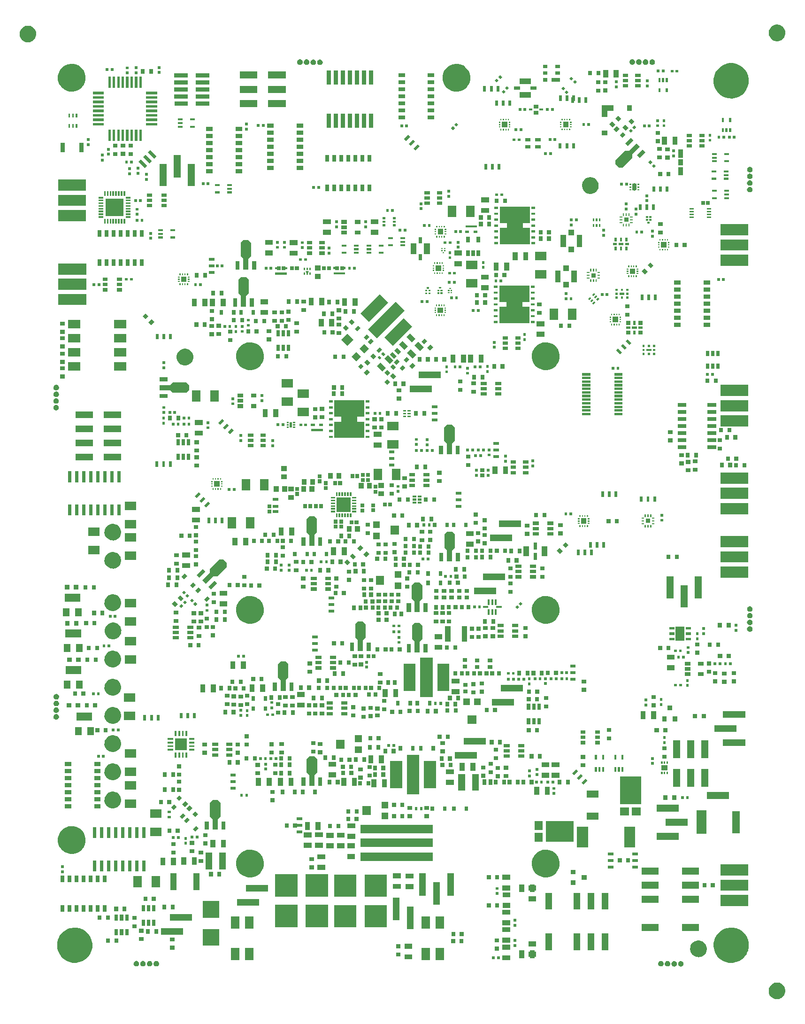
<source format=gts>
G04 #@! TF.FileFunction,Soldermask,Top*
%FSLAX46Y46*%
G04 Gerber Fmt 4.6, Leading zero omitted, Abs format (unit mm)*
G04 Created by KiCad (PCBNEW 4.0.7) date Fri May 21 10:28:59 2021*
%MOMM*%
%LPD*%
G01*
G04 APERTURE LIST*
%ADD10C,0.150000*%
G04 APERTURE END LIST*
D10*
G36*
X210024531Y-216484379D02*
X210270754Y-216534921D01*
X210312689Y-216543529D01*
X210560367Y-216647644D01*
X210583868Y-216657523D01*
X210827742Y-216822018D01*
X211035021Y-217030749D01*
X211197810Y-217275765D01*
X211268408Y-217447049D01*
X211309908Y-217547736D01*
X211362900Y-217815367D01*
X211367044Y-217836297D01*
X211362353Y-218172290D01*
X211297181Y-218459145D01*
X211177533Y-218727878D01*
X211007967Y-218968253D01*
X210794941Y-219171116D01*
X210593271Y-219299099D01*
X210546569Y-219328737D01*
X210272311Y-219435115D01*
X210088010Y-219467612D01*
X209982615Y-219486196D01*
X209704932Y-219480379D01*
X209688512Y-219480035D01*
X209473038Y-219432660D01*
X209401212Y-219416868D01*
X209131650Y-219299099D01*
X208890096Y-219131215D01*
X208685752Y-218919610D01*
X208526400Y-218672345D01*
X208418111Y-218398837D01*
X208365008Y-218109504D01*
X208369115Y-217815368D01*
X208369115Y-217815367D01*
X208430275Y-217527633D01*
X208538226Y-217275765D01*
X208546160Y-217257253D01*
X208712353Y-217014533D01*
X208922526Y-216808717D01*
X208922527Y-216808716D01*
X209153575Y-216657523D01*
X209168673Y-216647643D01*
X209441419Y-216537446D01*
X209730373Y-216482325D01*
X210024531Y-216484379D01*
X210024531Y-216484379D01*
G37*
G36*
X192580717Y-212597308D02*
X192581397Y-212597313D01*
X192593522Y-212599802D01*
X192677450Y-212617029D01*
X192767841Y-212655026D01*
X192849137Y-212709862D01*
X192918228Y-212779437D01*
X192972490Y-212861107D01*
X193009857Y-212951767D01*
X193028901Y-213047946D01*
X193027337Y-213159951D01*
X193005613Y-213255570D01*
X192986394Y-213298735D01*
X192965731Y-213345146D01*
X192918168Y-213412571D01*
X192909208Y-213425272D01*
X192838200Y-213492893D01*
X192755410Y-213545433D01*
X192663990Y-213580893D01*
X192567428Y-213597919D01*
X192469389Y-213595865D01*
X192373625Y-213574810D01*
X192283772Y-213535554D01*
X192283770Y-213535553D01*
X192243629Y-213507654D01*
X192203251Y-213479591D01*
X192135136Y-213409056D01*
X192082020Y-213326636D01*
X192045923Y-213235466D01*
X192029275Y-213144751D01*
X192028223Y-213139021D01*
X192028435Y-213123820D01*
X192029591Y-213040975D01*
X192049977Y-212945066D01*
X192088607Y-212854936D01*
X192144004Y-212774030D01*
X192214062Y-212705425D01*
X192296109Y-212651735D01*
X192296111Y-212651734D01*
X192387026Y-212615002D01*
X192413626Y-212609928D01*
X192483344Y-212596628D01*
X192580717Y-212597308D01*
X192580717Y-212597308D01*
G37*
G36*
X191374217Y-212597308D02*
X191374897Y-212597313D01*
X191387022Y-212599802D01*
X191470950Y-212617029D01*
X191561341Y-212655026D01*
X191642637Y-212709862D01*
X191711728Y-212779437D01*
X191765990Y-212861107D01*
X191803357Y-212951767D01*
X191822401Y-213047946D01*
X191820837Y-213159951D01*
X191799113Y-213255570D01*
X191779894Y-213298735D01*
X191759231Y-213345146D01*
X191711668Y-213412571D01*
X191702708Y-213425272D01*
X191631700Y-213492893D01*
X191548910Y-213545433D01*
X191457490Y-213580893D01*
X191360928Y-213597919D01*
X191262889Y-213595865D01*
X191167125Y-213574810D01*
X191077272Y-213535554D01*
X191077270Y-213535553D01*
X191037129Y-213507654D01*
X190996751Y-213479591D01*
X190928636Y-213409056D01*
X190875520Y-213326636D01*
X190839423Y-213235466D01*
X190822775Y-213144751D01*
X190821723Y-213139021D01*
X190821935Y-213123820D01*
X190823091Y-213040975D01*
X190843477Y-212945066D01*
X190882107Y-212854936D01*
X190937504Y-212774030D01*
X191007562Y-212705425D01*
X191089609Y-212651735D01*
X191089611Y-212651734D01*
X191180526Y-212615002D01*
X191207126Y-212609928D01*
X191276844Y-212596628D01*
X191374217Y-212597308D01*
X191374217Y-212597308D01*
G37*
G36*
X96759217Y-212584608D02*
X96759897Y-212584613D01*
X96772022Y-212587102D01*
X96855950Y-212604329D01*
X96946341Y-212642326D01*
X97027637Y-212697162D01*
X97096728Y-212766737D01*
X97150990Y-212848407D01*
X97188357Y-212939067D01*
X97207401Y-213035246D01*
X97205837Y-213147251D01*
X97184113Y-213242870D01*
X97159240Y-213298735D01*
X97144231Y-213332446D01*
X97089472Y-213410072D01*
X97087708Y-213412572D01*
X97016700Y-213480193D01*
X96933910Y-213532733D01*
X96842490Y-213568193D01*
X96745928Y-213585219D01*
X96647889Y-213583165D01*
X96552125Y-213562110D01*
X96462272Y-213522854D01*
X96462270Y-213522853D01*
X96433327Y-213502737D01*
X96381751Y-213466891D01*
X96313636Y-213396356D01*
X96260520Y-213313936D01*
X96224423Y-213222766D01*
X96207775Y-213132051D01*
X96206723Y-213126321D01*
X96206935Y-213111120D01*
X96208091Y-213028275D01*
X96228477Y-212932366D01*
X96267107Y-212842236D01*
X96322504Y-212761330D01*
X96392562Y-212692725D01*
X96474609Y-212639035D01*
X96474611Y-212639034D01*
X96565526Y-212602302D01*
X96595271Y-212596628D01*
X96661844Y-212583928D01*
X96759217Y-212584608D01*
X96759217Y-212584608D01*
G37*
G36*
X97965717Y-212584608D02*
X97966397Y-212584613D01*
X97978522Y-212587102D01*
X98062450Y-212604329D01*
X98152841Y-212642326D01*
X98234137Y-212697162D01*
X98303228Y-212766737D01*
X98357490Y-212848407D01*
X98394857Y-212939067D01*
X98413901Y-213035246D01*
X98412337Y-213147251D01*
X98390613Y-213242870D01*
X98365740Y-213298735D01*
X98350731Y-213332446D01*
X98295972Y-213410072D01*
X98294208Y-213412572D01*
X98223200Y-213480193D01*
X98140410Y-213532733D01*
X98048990Y-213568193D01*
X97952428Y-213585219D01*
X97854389Y-213583165D01*
X97758625Y-213562110D01*
X97668772Y-213522854D01*
X97668770Y-213522853D01*
X97639827Y-213502737D01*
X97588251Y-213466891D01*
X97520136Y-213396356D01*
X97467020Y-213313936D01*
X97430923Y-213222766D01*
X97414275Y-213132051D01*
X97413223Y-213126321D01*
X97413435Y-213111120D01*
X97414591Y-213028275D01*
X97434977Y-212932366D01*
X97473607Y-212842236D01*
X97529004Y-212761330D01*
X97599062Y-212692725D01*
X97681109Y-212639035D01*
X97681111Y-212639034D01*
X97772026Y-212602302D01*
X97801771Y-212596628D01*
X97868344Y-212583928D01*
X97965717Y-212584608D01*
X97965717Y-212584608D01*
G37*
G36*
X190171517Y-212582108D02*
X190172197Y-212582113D01*
X190184376Y-212584613D01*
X190268250Y-212601829D01*
X190358641Y-212639826D01*
X190439937Y-212694662D01*
X190509028Y-212764237D01*
X190563290Y-212845907D01*
X190600657Y-212936567D01*
X190619701Y-213032746D01*
X190618137Y-213144751D01*
X190596413Y-213240370D01*
X190589646Y-213255568D01*
X190556531Y-213329946D01*
X190520406Y-213381156D01*
X190500008Y-213410072D01*
X190429000Y-213477693D01*
X190346210Y-213530233D01*
X190254790Y-213565693D01*
X190158228Y-213582719D01*
X190060189Y-213580665D01*
X189964425Y-213559610D01*
X189874572Y-213520354D01*
X189874570Y-213520353D01*
X189845627Y-213500237D01*
X189794051Y-213464391D01*
X189725936Y-213393856D01*
X189672820Y-213311436D01*
X189636723Y-213220266D01*
X189619023Y-213123820D01*
X189620391Y-213025775D01*
X189640777Y-212929866D01*
X189679407Y-212839736D01*
X189734804Y-212758830D01*
X189804862Y-212690225D01*
X189886909Y-212636535D01*
X189886911Y-212636534D01*
X189977826Y-212599802D01*
X190004426Y-212594728D01*
X190074144Y-212581428D01*
X190171517Y-212582108D01*
X190171517Y-212582108D01*
G37*
G36*
X188971517Y-212582108D02*
X188972197Y-212582113D01*
X188984376Y-212584613D01*
X189068250Y-212601829D01*
X189158641Y-212639826D01*
X189239937Y-212694662D01*
X189309028Y-212764237D01*
X189363290Y-212845907D01*
X189400657Y-212936567D01*
X189419701Y-213032746D01*
X189418137Y-213144751D01*
X189396413Y-213240370D01*
X189389646Y-213255568D01*
X189356531Y-213329946D01*
X189320406Y-213381156D01*
X189300008Y-213410072D01*
X189229000Y-213477693D01*
X189146210Y-213530233D01*
X189054790Y-213565693D01*
X188958228Y-213582719D01*
X188860189Y-213580665D01*
X188764425Y-213559610D01*
X188674572Y-213520354D01*
X188674570Y-213520353D01*
X188645627Y-213500237D01*
X188594051Y-213464391D01*
X188525936Y-213393856D01*
X188472820Y-213311436D01*
X188436723Y-213220266D01*
X188419023Y-213123820D01*
X188420391Y-213025775D01*
X188440777Y-212929866D01*
X188479407Y-212839736D01*
X188534804Y-212758830D01*
X188604862Y-212690225D01*
X188686909Y-212636535D01*
X188686911Y-212636534D01*
X188777826Y-212599802D01*
X188804426Y-212594728D01*
X188874144Y-212581428D01*
X188971517Y-212582108D01*
X188971517Y-212582108D01*
G37*
G36*
X95556517Y-212569408D02*
X95557197Y-212569413D01*
X95571175Y-212572282D01*
X95653250Y-212589129D01*
X95743641Y-212627126D01*
X95824937Y-212681962D01*
X95894028Y-212751537D01*
X95948290Y-212833207D01*
X95985657Y-212923867D01*
X96004701Y-213020046D01*
X96003137Y-213132051D01*
X95981413Y-213227670D01*
X95954825Y-213287387D01*
X95941531Y-213317246D01*
X95885725Y-213396356D01*
X95885008Y-213397372D01*
X95814000Y-213464993D01*
X95731210Y-213517533D01*
X95639790Y-213552993D01*
X95543228Y-213570019D01*
X95445189Y-213567965D01*
X95349425Y-213546910D01*
X95259572Y-213507654D01*
X95259570Y-213507653D01*
X95230627Y-213487537D01*
X95179051Y-213451691D01*
X95110936Y-213381156D01*
X95057820Y-213298736D01*
X95021723Y-213207566D01*
X95004023Y-213111120D01*
X95005391Y-213013075D01*
X95025777Y-212917166D01*
X95064407Y-212827036D01*
X95119804Y-212746130D01*
X95189862Y-212677525D01*
X95271909Y-212623835D01*
X95288752Y-212617030D01*
X95362826Y-212587102D01*
X95392571Y-212581428D01*
X95459144Y-212568728D01*
X95556517Y-212569408D01*
X95556517Y-212569408D01*
G37*
G36*
X94356517Y-212569408D02*
X94357197Y-212569413D01*
X94371175Y-212572282D01*
X94453250Y-212589129D01*
X94543641Y-212627126D01*
X94624937Y-212681962D01*
X94694028Y-212751537D01*
X94748290Y-212833207D01*
X94785657Y-212923867D01*
X94804701Y-213020046D01*
X94803137Y-213132051D01*
X94781413Y-213227670D01*
X94754825Y-213287387D01*
X94741531Y-213317246D01*
X94685725Y-213396356D01*
X94685008Y-213397372D01*
X94614000Y-213464993D01*
X94531210Y-213517533D01*
X94439790Y-213552993D01*
X94343228Y-213570019D01*
X94245189Y-213567965D01*
X94149425Y-213546910D01*
X94059572Y-213507654D01*
X94059570Y-213507653D01*
X94030627Y-213487537D01*
X93979051Y-213451691D01*
X93910936Y-213381156D01*
X93857820Y-213298736D01*
X93821723Y-213207566D01*
X93804023Y-213111120D01*
X93805391Y-213013075D01*
X93825777Y-212917166D01*
X93864407Y-212827036D01*
X93919804Y-212746130D01*
X93989862Y-212677525D01*
X94071909Y-212623835D01*
X94088752Y-212617030D01*
X94162826Y-212587102D01*
X94192571Y-212581428D01*
X94259144Y-212568728D01*
X94356517Y-212569408D01*
X94356517Y-212569408D01*
G37*
G36*
X201934288Y-206571235D02*
X201942864Y-206571295D01*
X202490074Y-206683621D01*
X202552796Y-206696496D01*
X203126792Y-206937781D01*
X203642996Y-207285966D01*
X204081734Y-207727778D01*
X204426303Y-208246395D01*
X204663577Y-208822066D01*
X204744452Y-209230518D01*
X204784516Y-209432855D01*
X204774585Y-210144038D01*
X204636638Y-210751215D01*
X204545061Y-210956900D01*
X204383384Y-211320033D01*
X204024468Y-211828829D01*
X203573563Y-212258221D01*
X203047843Y-212591853D01*
X202467331Y-212817019D01*
X201854144Y-212925140D01*
X201231626Y-212912100D01*
X200623504Y-212778396D01*
X200052933Y-212529119D01*
X199541642Y-212173763D01*
X199109113Y-211725866D01*
X198771819Y-211202489D01*
X198542607Y-210623564D01*
X198483953Y-210303980D01*
X198430207Y-210011143D01*
X198431254Y-209936131D01*
X198438900Y-209388553D01*
X198568355Y-208779512D01*
X198770000Y-208309040D01*
X198813644Y-208207211D01*
X198924554Y-208045231D01*
X199165421Y-207693454D01*
X199610287Y-207257809D01*
X200131296Y-206916870D01*
X200419954Y-206800245D01*
X200708609Y-206683621D01*
X200877516Y-206651400D01*
X201320229Y-206566947D01*
X201934288Y-206571235D01*
X201934288Y-206571235D01*
G37*
G36*
X83519488Y-206571235D02*
X83528064Y-206571295D01*
X84075274Y-206683621D01*
X84137996Y-206696496D01*
X84711992Y-206937781D01*
X85228196Y-207285966D01*
X85666934Y-207727778D01*
X86011503Y-208246395D01*
X86248777Y-208822066D01*
X86329652Y-209230518D01*
X86369716Y-209432855D01*
X86359785Y-210144038D01*
X86221838Y-210751215D01*
X86130261Y-210956900D01*
X85968584Y-211320033D01*
X85609668Y-211828829D01*
X85158763Y-212258221D01*
X84633043Y-212591853D01*
X84052531Y-212817019D01*
X83439344Y-212925140D01*
X82816826Y-212912100D01*
X82208704Y-212778396D01*
X81638133Y-212529119D01*
X81126842Y-212173763D01*
X80694313Y-211725866D01*
X80357019Y-211202489D01*
X80127807Y-210623564D01*
X80069153Y-210303980D01*
X80015407Y-210011143D01*
X80016454Y-209936131D01*
X80024100Y-209388553D01*
X80153555Y-208779512D01*
X80355200Y-208309040D01*
X80398844Y-208207211D01*
X80509754Y-208045231D01*
X80750621Y-207693454D01*
X81195487Y-207257809D01*
X81716496Y-206916870D01*
X82005154Y-206800245D01*
X82293809Y-206683621D01*
X82462716Y-206651400D01*
X82905429Y-206566947D01*
X83519488Y-206571235D01*
X83519488Y-206571235D01*
G37*
G36*
X161743550Y-212456060D02*
X160344010Y-212456060D01*
X160344010Y-211556900D01*
X161743550Y-211556900D01*
X161743550Y-212456060D01*
X161743550Y-212456060D01*
G37*
G36*
X147283780Y-212418980D02*
X145783780Y-212418980D01*
X145783780Y-210198980D01*
X147283780Y-210198980D01*
X147283780Y-212418980D01*
X147283780Y-212418980D01*
G37*
G36*
X149823780Y-212418980D02*
X148323780Y-212418980D01*
X148323780Y-210198980D01*
X149823780Y-210198980D01*
X149823780Y-212418980D01*
X149823780Y-212418980D01*
G37*
G36*
X112913780Y-212418980D02*
X111413780Y-212418980D01*
X111413780Y-210198980D01*
X112913780Y-210198980D01*
X112913780Y-212418980D01*
X112913780Y-212418980D01*
G37*
G36*
X115453780Y-212418980D02*
X113953780Y-212418980D01*
X113953780Y-210198980D01*
X115453780Y-210198980D01*
X115453780Y-212418980D01*
X115453780Y-212418980D01*
G37*
G36*
X144093550Y-212296060D02*
X142694010Y-212296060D01*
X142694010Y-211396900D01*
X144093550Y-211396900D01*
X144093550Y-212296060D01*
X144093550Y-212296060D01*
G37*
G36*
X158951850Y-212251630D02*
X158456550Y-212251630D01*
X158456550Y-211756330D01*
X158951850Y-211756330D01*
X158951850Y-212251630D01*
X158951850Y-212251630D01*
G37*
G36*
X159851010Y-212251630D02*
X159355710Y-212251630D01*
X159355710Y-211756330D01*
X159851010Y-211756330D01*
X159851010Y-212251630D01*
X159851010Y-212251630D01*
G37*
G36*
X164280860Y-212103750D02*
X163381700Y-212103750D01*
X163381700Y-210704210D01*
X164280860Y-210704210D01*
X164280860Y-212103750D01*
X164280860Y-212103750D01*
G37*
G36*
X166185860Y-210956400D02*
X166185880Y-210956539D01*
X166185938Y-210956668D01*
X166186029Y-210956775D01*
X166186146Y-210956852D01*
X166186281Y-210956894D01*
X166186360Y-210956900D01*
X166433550Y-210956900D01*
X166433550Y-211856060D01*
X166186360Y-211856060D01*
X166186221Y-211856080D01*
X166186092Y-211856138D01*
X166185985Y-211856229D01*
X166185908Y-211856346D01*
X166185866Y-211856481D01*
X166185860Y-211856560D01*
X166185860Y-212103750D01*
X165286700Y-212103750D01*
X165286700Y-211856560D01*
X165286680Y-211856421D01*
X165286622Y-211856292D01*
X165286531Y-211856185D01*
X165286414Y-211856108D01*
X165286279Y-211856066D01*
X165286200Y-211856060D01*
X165034010Y-211856060D01*
X165034010Y-210956900D01*
X165286200Y-210956900D01*
X165286339Y-210956880D01*
X165286468Y-210956822D01*
X165286575Y-210956731D01*
X165286652Y-210956614D01*
X165286694Y-210956479D01*
X165286700Y-210956400D01*
X165286700Y-210704210D01*
X166185860Y-210704210D01*
X166185860Y-210956400D01*
X166185860Y-210956400D01*
G37*
G36*
X195861431Y-208892879D02*
X196107654Y-208943421D01*
X196149589Y-208952029D01*
X196397267Y-209056144D01*
X196420768Y-209066023D01*
X196664642Y-209230518D01*
X196871921Y-209439249D01*
X197034710Y-209684265D01*
X197088174Y-209813980D01*
X197146808Y-209956236D01*
X197194872Y-210198980D01*
X197203944Y-210244797D01*
X197199253Y-210580790D01*
X197134081Y-210867645D01*
X197014433Y-211136378D01*
X196844867Y-211376753D01*
X196631841Y-211579616D01*
X196430171Y-211707599D01*
X196383469Y-211737237D01*
X196109211Y-211843615D01*
X195924910Y-211876112D01*
X195819515Y-211894696D01*
X195541832Y-211888879D01*
X195525412Y-211888535D01*
X195253854Y-211828829D01*
X195238112Y-211825368D01*
X194968550Y-211707599D01*
X194726996Y-211539715D01*
X194522652Y-211328110D01*
X194517447Y-211320033D01*
X194480855Y-211263255D01*
X194363300Y-211080845D01*
X194255011Y-210807337D01*
X194201908Y-210518004D01*
X194206015Y-210223868D01*
X194222983Y-210144039D01*
X194267175Y-209936133D01*
X194375126Y-209684265D01*
X194383060Y-209665753D01*
X194549253Y-209423033D01*
X194759426Y-209217217D01*
X194759427Y-209217216D01*
X194990475Y-209066023D01*
X195005573Y-209056143D01*
X195278319Y-208945946D01*
X195567273Y-208890825D01*
X195861431Y-208892879D01*
X195861431Y-208892879D01*
G37*
G36*
X141953780Y-211803980D02*
X141153780Y-211803980D01*
X141153780Y-211103980D01*
X141953780Y-211103980D01*
X141953780Y-211803980D01*
X141953780Y-211803980D01*
G37*
G36*
X159723780Y-210713980D02*
X158923780Y-210713980D01*
X158923780Y-210013980D01*
X159723780Y-210013980D01*
X159723780Y-210713980D01*
X159723780Y-210713980D01*
G37*
G36*
X179443780Y-210623980D02*
X178243780Y-210623980D01*
X178243780Y-207623980D01*
X179443780Y-207623980D01*
X179443780Y-210623980D01*
X179443780Y-210623980D01*
G37*
G36*
X176903780Y-210623980D02*
X175703780Y-210623980D01*
X175703780Y-207623980D01*
X176903780Y-207623980D01*
X176903780Y-210623980D01*
X176903780Y-210623980D01*
G37*
G36*
X174363780Y-210623980D02*
X173163780Y-210623980D01*
X173163780Y-207623980D01*
X174363780Y-207623980D01*
X174363780Y-210623980D01*
X174363780Y-210623980D01*
G37*
G36*
X169283780Y-210623980D02*
X168083780Y-210623980D01*
X168083780Y-207623980D01*
X169283780Y-207623980D01*
X169283780Y-210623980D01*
X169283780Y-210623980D01*
G37*
G36*
X101193780Y-210553980D02*
X100393780Y-210553980D01*
X100393780Y-209853980D01*
X101193780Y-209853980D01*
X101193780Y-210553980D01*
X101193780Y-210553980D01*
G37*
G36*
X161743550Y-210551060D02*
X160344010Y-210551060D01*
X160344010Y-209651900D01*
X161743550Y-209651900D01*
X161743550Y-210551060D01*
X161743550Y-210551060D01*
G37*
G36*
X144093550Y-210391060D02*
X142694010Y-210391060D01*
X142694010Y-209491900D01*
X144093550Y-209491900D01*
X144093550Y-210391060D01*
X144093550Y-210391060D01*
G37*
G36*
X141953780Y-210303980D02*
X141153780Y-210303980D01*
X141153780Y-209603980D01*
X141953780Y-209603980D01*
X141953780Y-210303980D01*
X141953780Y-210303980D01*
G37*
G36*
X162851430Y-210031210D02*
X162356130Y-210031210D01*
X162356130Y-209535910D01*
X162851430Y-209535910D01*
X162851430Y-210031210D01*
X162851430Y-210031210D01*
G37*
G36*
X166433550Y-209951060D02*
X165034010Y-209951060D01*
X165034010Y-209051900D01*
X166433550Y-209051900D01*
X166433550Y-209951060D01*
X166433550Y-209951060D01*
G37*
G36*
X109283780Y-209813980D02*
X106283780Y-209813980D01*
X106283780Y-206813980D01*
X109283780Y-206813980D01*
X109283780Y-209813980D01*
X109283780Y-209813980D01*
G37*
G36*
X151813780Y-209423980D02*
X151113780Y-209423980D01*
X151113780Y-208623980D01*
X151813780Y-208623980D01*
X151813780Y-209423980D01*
X151813780Y-209423980D01*
G37*
G36*
X153313780Y-209423980D02*
X152613780Y-209423980D01*
X152613780Y-208623980D01*
X153313780Y-208623980D01*
X153313780Y-209423980D01*
X153313780Y-209423980D01*
G37*
G36*
X91047400Y-209329620D02*
X90347400Y-209329620D01*
X90347400Y-208529620D01*
X91047400Y-208529620D01*
X91047400Y-209329620D01*
X91047400Y-209329620D01*
G37*
G36*
X89547400Y-209329620D02*
X88847400Y-209329620D01*
X88847400Y-208529620D01*
X89547400Y-208529620D01*
X89547400Y-209329620D01*
X89547400Y-209329620D01*
G37*
G36*
X161733550Y-209306060D02*
X160334010Y-209306060D01*
X160334010Y-208406900D01*
X161733550Y-208406900D01*
X161733550Y-209306060D01*
X161733550Y-209306060D01*
G37*
G36*
X159723780Y-209213980D02*
X158923780Y-209213980D01*
X158923780Y-208513980D01*
X159723780Y-208513980D01*
X159723780Y-209213980D01*
X159723780Y-209213980D01*
G37*
G36*
X162851430Y-209132050D02*
X162356130Y-209132050D01*
X162356130Y-208636750D01*
X162851430Y-208636750D01*
X162851430Y-209132050D01*
X162851430Y-209132050D01*
G37*
G36*
X101193780Y-209053980D02*
X100393780Y-209053980D01*
X100393780Y-208353980D01*
X101193780Y-208353980D01*
X101193780Y-209053980D01*
X101193780Y-209053980D01*
G37*
G36*
X95584540Y-209009040D02*
X94784540Y-209009040D01*
X94784540Y-208309040D01*
X95584540Y-208309040D01*
X95584540Y-209009040D01*
X95584540Y-209009040D01*
G37*
G36*
X153343780Y-208143980D02*
X152643780Y-208143980D01*
X152643780Y-207343980D01*
X153343780Y-207343980D01*
X153343780Y-208143980D01*
X153343780Y-208143980D01*
G37*
G36*
X151843780Y-208143980D02*
X151143780Y-208143980D01*
X151143780Y-207343980D01*
X151843780Y-207343980D01*
X151843780Y-208143980D01*
X151843780Y-208143980D01*
G37*
G36*
X92899200Y-207947520D02*
X92299200Y-207947520D01*
X92299200Y-206847520D01*
X92899200Y-206847520D01*
X92899200Y-207947520D01*
X92899200Y-207947520D01*
G37*
G36*
X91949200Y-207947520D02*
X91349200Y-207947520D01*
X91349200Y-206847520D01*
X91949200Y-206847520D01*
X91949200Y-207947520D01*
X91949200Y-207947520D01*
G37*
G36*
X90999200Y-207947520D02*
X90399200Y-207947520D01*
X90399200Y-206847520D01*
X90999200Y-206847520D01*
X90999200Y-207947520D01*
X90999200Y-207947520D01*
G37*
G36*
X102763780Y-207873980D02*
X98763780Y-207873980D01*
X98763780Y-206673980D01*
X102763780Y-206673980D01*
X102763780Y-207873980D01*
X102763780Y-207873980D01*
G37*
G36*
X98264470Y-207660070D02*
X97564470Y-207660070D01*
X97564470Y-206860070D01*
X98264470Y-206860070D01*
X98264470Y-207660070D01*
X98264470Y-207660070D01*
G37*
G36*
X96764470Y-207660070D02*
X96064470Y-207660070D01*
X96064470Y-206860070D01*
X96764470Y-206860070D01*
X96764470Y-207660070D01*
X96764470Y-207660070D01*
G37*
G36*
X95584540Y-207509040D02*
X94784540Y-207509040D01*
X94784540Y-206809040D01*
X95584540Y-206809040D01*
X95584540Y-207509040D01*
X95584540Y-207509040D01*
G37*
G36*
X161733550Y-207401060D02*
X160334010Y-207401060D01*
X160334010Y-206501900D01*
X161733550Y-206501900D01*
X161733550Y-207401060D01*
X161733550Y-207401060D01*
G37*
G36*
X188463780Y-207153980D02*
X185463780Y-207153980D01*
X185463780Y-205953980D01*
X188463780Y-205953980D01*
X188463780Y-207153980D01*
X188463780Y-207153980D01*
G37*
G36*
X195763780Y-207153980D02*
X192763780Y-207153980D01*
X192763780Y-205953980D01*
X195763780Y-205953980D01*
X195763780Y-207153980D01*
X195763780Y-207153980D01*
G37*
G36*
X144333780Y-206813980D02*
X143133780Y-206813980D01*
X143133780Y-202813980D01*
X144333780Y-202813980D01*
X144333780Y-206813980D01*
X144333780Y-206813980D01*
G37*
G36*
X115453780Y-206768980D02*
X113953780Y-206768980D01*
X113953780Y-204548980D01*
X115453780Y-204548980D01*
X115453780Y-206768980D01*
X115453780Y-206768980D01*
G37*
G36*
X112913780Y-206768980D02*
X111413780Y-206768980D01*
X111413780Y-204548980D01*
X112913780Y-204548980D01*
X112913780Y-206768980D01*
X112913780Y-206768980D01*
G37*
G36*
X149823780Y-206768980D02*
X148323780Y-206768980D01*
X148323780Y-204548980D01*
X149823780Y-204548980D01*
X149823780Y-206768980D01*
X149823780Y-206768980D01*
G37*
G36*
X147283780Y-206768980D02*
X145783780Y-206768980D01*
X145783780Y-204548980D01*
X147283780Y-204548980D01*
X147283780Y-206768980D01*
X147283780Y-206768980D01*
G37*
G36*
X94379860Y-206688660D02*
X93579860Y-206688660D01*
X93579860Y-205988660D01*
X94379860Y-205988660D01*
X94379860Y-206688660D01*
X94379860Y-206688660D01*
G37*
G36*
X139469840Y-206531640D02*
X135469840Y-206531640D01*
X135469840Y-202531640D01*
X139469840Y-202531640D01*
X139469840Y-206531640D01*
X139469840Y-206531640D01*
G37*
G36*
X133969840Y-206531640D02*
X129969840Y-206531640D01*
X129969840Y-202531640D01*
X133969840Y-202531640D01*
X133969840Y-206531640D01*
X133969840Y-206531640D01*
G37*
G36*
X128873780Y-206483980D02*
X124873780Y-206483980D01*
X124873780Y-202483980D01*
X128873780Y-202483980D01*
X128873780Y-206483980D01*
X128873780Y-206483980D01*
G37*
G36*
X123373780Y-206483980D02*
X119373780Y-206483980D01*
X119373780Y-202483980D01*
X123373780Y-202483980D01*
X123373780Y-206483980D01*
X123373780Y-206483980D01*
G37*
G36*
X162861430Y-206391210D02*
X162366130Y-206391210D01*
X162366130Y-205895910D01*
X162861430Y-205895910D01*
X162861430Y-206391210D01*
X162861430Y-206391210D01*
G37*
G36*
X97774390Y-206275430D02*
X97174390Y-206275430D01*
X97174390Y-205175430D01*
X97774390Y-205175430D01*
X97774390Y-206275430D01*
X97774390Y-206275430D01*
G37*
G36*
X96824390Y-206275430D02*
X96224390Y-206275430D01*
X96224390Y-205175430D01*
X96824390Y-205175430D01*
X96824390Y-206275430D01*
X96824390Y-206275430D01*
G37*
G36*
X95874390Y-206275430D02*
X95274390Y-206275430D01*
X95274390Y-205175430D01*
X95874390Y-205175430D01*
X95874390Y-206275430D01*
X95874390Y-206275430D01*
G37*
G36*
X161733550Y-206146060D02*
X160334010Y-206146060D01*
X160334010Y-205246900D01*
X161733550Y-205246900D01*
X161733550Y-206146060D01*
X161733550Y-206146060D01*
G37*
G36*
X162861430Y-205492050D02*
X162366130Y-205492050D01*
X162366130Y-204996750D01*
X162861430Y-204996750D01*
X162861430Y-205492050D01*
X162861430Y-205492050D01*
G37*
G36*
X90999200Y-205347520D02*
X90399200Y-205347520D01*
X90399200Y-204247520D01*
X90999200Y-204247520D01*
X90999200Y-205347520D01*
X90999200Y-205347520D01*
G37*
G36*
X91949200Y-205347520D02*
X91349200Y-205347520D01*
X91349200Y-204247520D01*
X91949200Y-204247520D01*
X91949200Y-205347520D01*
X91949200Y-205347520D01*
G37*
G36*
X92899200Y-205347520D02*
X92299200Y-205347520D01*
X92299200Y-204247520D01*
X92899200Y-204247520D01*
X92899200Y-205347520D01*
X92899200Y-205347520D01*
G37*
G36*
X104363780Y-205333980D02*
X100363780Y-205333980D01*
X100363780Y-204133980D01*
X104363780Y-204133980D01*
X104363780Y-205333980D01*
X104363780Y-205333980D01*
G37*
G36*
X141793780Y-205213980D02*
X140593780Y-205213980D01*
X140593780Y-201213980D01*
X141793780Y-201213980D01*
X141793780Y-205213980D01*
X141793780Y-205213980D01*
G37*
G36*
X94379860Y-205188660D02*
X93579860Y-205188660D01*
X93579860Y-204488660D01*
X94379860Y-204488660D01*
X94379860Y-205188660D01*
X94379860Y-205188660D01*
G37*
G36*
X89523400Y-205176720D02*
X88823400Y-205176720D01*
X88823400Y-204376720D01*
X89523400Y-204376720D01*
X89523400Y-205176720D01*
X89523400Y-205176720D01*
G37*
G36*
X88023400Y-205176720D02*
X87323400Y-205176720D01*
X87323400Y-204376720D01*
X88023400Y-204376720D01*
X88023400Y-205176720D01*
X88023400Y-205176720D01*
G37*
G36*
X109283780Y-204813980D02*
X106283780Y-204813980D01*
X106283780Y-201813980D01*
X109283780Y-201813980D01*
X109283780Y-204813980D01*
X109283780Y-204813980D01*
G37*
G36*
X161733550Y-204241060D02*
X160334010Y-204241060D01*
X160334010Y-203341900D01*
X161733550Y-203341900D01*
X161733550Y-204241060D01*
X161733550Y-204241060D01*
G37*
G36*
X81313780Y-203743980D02*
X80613780Y-203743980D01*
X80613780Y-202563980D01*
X81313780Y-202563980D01*
X81313780Y-203743980D01*
X81313780Y-203743980D01*
G37*
G36*
X82583780Y-203743980D02*
X81883780Y-203743980D01*
X81883780Y-202563980D01*
X82583780Y-202563980D01*
X82583780Y-203743980D01*
X82583780Y-203743980D01*
G37*
G36*
X83853780Y-203743980D02*
X83153780Y-203743980D01*
X83153780Y-202563980D01*
X83853780Y-202563980D01*
X83853780Y-203743980D01*
X83853780Y-203743980D01*
G37*
G36*
X85123780Y-203743980D02*
X84423780Y-203743980D01*
X84423780Y-202563980D01*
X85123780Y-202563980D01*
X85123780Y-203743980D01*
X85123780Y-203743980D01*
G37*
G36*
X86393780Y-203743980D02*
X85693780Y-203743980D01*
X85693780Y-202563980D01*
X86393780Y-202563980D01*
X86393780Y-203743980D01*
X86393780Y-203743980D01*
G37*
G36*
X87663780Y-203743980D02*
X86963780Y-203743980D01*
X86963780Y-202563980D01*
X87663780Y-202563980D01*
X87663780Y-203743980D01*
X87663780Y-203743980D01*
G37*
G36*
X88933780Y-203743980D02*
X88233780Y-203743980D01*
X88233780Y-202563980D01*
X88933780Y-202563980D01*
X88933780Y-203743980D01*
X88933780Y-203743980D01*
G37*
G36*
X97774390Y-203675430D02*
X97174390Y-203675430D01*
X97174390Y-202575430D01*
X97774390Y-202575430D01*
X97774390Y-203675430D01*
X97774390Y-203675430D01*
G37*
G36*
X96824390Y-203675430D02*
X96224390Y-203675430D01*
X96224390Y-202575430D01*
X96824390Y-202575430D01*
X96824390Y-203675430D01*
X96824390Y-203675430D01*
G37*
G36*
X95874390Y-203675430D02*
X95274390Y-203675430D01*
X95274390Y-202575430D01*
X95874390Y-202575430D01*
X95874390Y-203675430D01*
X95874390Y-203675430D01*
G37*
G36*
X92533300Y-203614620D02*
X91833300Y-203614620D01*
X91833300Y-202814620D01*
X92533300Y-202814620D01*
X92533300Y-203614620D01*
X92533300Y-203614620D01*
G37*
G36*
X91033300Y-203614620D02*
X90333300Y-203614620D01*
X90333300Y-202814620D01*
X91033300Y-202814620D01*
X91033300Y-203614620D01*
X91033300Y-203614620D01*
G37*
G36*
X174363780Y-203323980D02*
X173163780Y-203323980D01*
X173163780Y-200323980D01*
X174363780Y-200323980D01*
X174363780Y-203323980D01*
X174363780Y-203323980D01*
G37*
G36*
X179443780Y-203323980D02*
X178243780Y-203323980D01*
X178243780Y-200323980D01*
X179443780Y-200323980D01*
X179443780Y-203323980D01*
X179443780Y-203323980D01*
G37*
G36*
X176903780Y-203323980D02*
X175703780Y-203323980D01*
X175703780Y-200323980D01*
X176903780Y-200323980D01*
X176903780Y-203323980D01*
X176903780Y-203323980D01*
G37*
G36*
X169283780Y-203323980D02*
X168083780Y-203323980D01*
X168083780Y-200323980D01*
X169283780Y-200323980D01*
X169283780Y-203323980D01*
X169283780Y-203323980D01*
G37*
G36*
X101193780Y-203293980D02*
X100493780Y-203293980D01*
X100493780Y-202493980D01*
X101193780Y-202493980D01*
X101193780Y-203293980D01*
X101193780Y-203293980D01*
G37*
G36*
X99693780Y-203293980D02*
X98993780Y-203293980D01*
X98993780Y-202493980D01*
X99693780Y-202493980D01*
X99693780Y-203293980D01*
X99693780Y-203293980D01*
G37*
G36*
X161763550Y-203016060D02*
X160364010Y-203016060D01*
X160364010Y-202116900D01*
X161763550Y-202116900D01*
X161763550Y-203016060D01*
X161763550Y-203016060D01*
G37*
G36*
X159753780Y-202973980D02*
X159053780Y-202973980D01*
X159053780Y-202173980D01*
X159753780Y-202173980D01*
X159753780Y-202973980D01*
X159753780Y-202973980D01*
G37*
G36*
X158253780Y-202973980D02*
X157553780Y-202973980D01*
X157553780Y-202173980D01*
X158253780Y-202173980D01*
X158253780Y-202973980D01*
X158253780Y-202973980D01*
G37*
G36*
X204653780Y-202693980D02*
X199653780Y-202693980D01*
X199653780Y-200693980D01*
X204653780Y-200693980D01*
X204653780Y-202693980D01*
X204653780Y-202693980D01*
G37*
G36*
X116453780Y-202613980D02*
X112453780Y-202613980D01*
X112453780Y-201413980D01*
X116453780Y-201413980D01*
X116453780Y-202613980D01*
X116453780Y-202613980D01*
G37*
G36*
X149072580Y-202409580D02*
X147872580Y-202409580D01*
X147872580Y-198409580D01*
X149072580Y-198409580D01*
X149072580Y-202409580D01*
X149072580Y-202409580D01*
G37*
G36*
X195763780Y-202073980D02*
X192763780Y-202073980D01*
X192763780Y-200873980D01*
X195763780Y-200873980D01*
X195763780Y-202073980D01*
X195763780Y-202073980D01*
G37*
G36*
X188463780Y-202073980D02*
X185463780Y-202073980D01*
X185463780Y-200873980D01*
X188463780Y-200873980D01*
X188463780Y-202073980D01*
X188463780Y-202073980D01*
G37*
G36*
X166433550Y-201826060D02*
X165034010Y-201826060D01*
X165034010Y-200926900D01*
X166433550Y-200926900D01*
X166433550Y-201826060D01*
X166433550Y-201826060D01*
G37*
G36*
X97792140Y-201777420D02*
X97092140Y-201777420D01*
X97092140Y-200977420D01*
X97792140Y-200977420D01*
X97792140Y-201777420D01*
X97792140Y-201777420D01*
G37*
G36*
X96292140Y-201777420D02*
X95592140Y-201777420D01*
X95592140Y-200977420D01*
X96292140Y-200977420D01*
X96292140Y-201777420D01*
X96292140Y-201777420D01*
G37*
G36*
X161763550Y-201111060D02*
X160364010Y-201111060D01*
X160364010Y-200211900D01*
X161763550Y-200211900D01*
X161763550Y-201111060D01*
X161763550Y-201111060D01*
G37*
G36*
X133969840Y-201031640D02*
X129969840Y-201031640D01*
X129969840Y-197031640D01*
X133969840Y-197031640D01*
X133969840Y-201031640D01*
X133969840Y-201031640D01*
G37*
G36*
X139469840Y-201031640D02*
X135469840Y-201031640D01*
X135469840Y-197031640D01*
X139469840Y-197031640D01*
X139469840Y-201031640D01*
X139469840Y-201031640D01*
G37*
G36*
X123373780Y-200983980D02*
X119373780Y-200983980D01*
X119373780Y-196983980D01*
X123373780Y-196983980D01*
X123373780Y-200983980D01*
X123373780Y-200983980D01*
G37*
G36*
X128873780Y-200983980D02*
X124873780Y-200983980D01*
X124873780Y-196983980D01*
X128873780Y-196983980D01*
X128873780Y-200983980D01*
X128873780Y-200983980D01*
G37*
G36*
X146532580Y-200809580D02*
X145332580Y-200809580D01*
X145332580Y-196809580D01*
X146532580Y-196809580D01*
X146532580Y-200809580D01*
X146532580Y-200809580D01*
G37*
G36*
X151612580Y-200809580D02*
X150412580Y-200809580D01*
X150412580Y-196809580D01*
X151612580Y-196809580D01*
X151612580Y-200809580D01*
X151612580Y-200809580D01*
G37*
G36*
X159651430Y-200681210D02*
X159156130Y-200681210D01*
X159156130Y-200185910D01*
X159651430Y-200185910D01*
X159651430Y-200681210D01*
X159651430Y-200681210D01*
G37*
G36*
X166175860Y-199021400D02*
X166175880Y-199021539D01*
X166175938Y-199021668D01*
X166176029Y-199021775D01*
X166176146Y-199021852D01*
X166176281Y-199021894D01*
X166176360Y-199021900D01*
X166433550Y-199021900D01*
X166433550Y-199921060D01*
X166176360Y-199921060D01*
X166176221Y-199921080D01*
X166176092Y-199921138D01*
X166175985Y-199921229D01*
X166175908Y-199921346D01*
X166175866Y-199921481D01*
X166175860Y-199921560D01*
X166175860Y-200173750D01*
X165276700Y-200173750D01*
X165276700Y-199921560D01*
X165276680Y-199921421D01*
X165276622Y-199921292D01*
X165276531Y-199921185D01*
X165276414Y-199921108D01*
X165276279Y-199921066D01*
X165276200Y-199921060D01*
X165034010Y-199921060D01*
X165034010Y-199021900D01*
X165276200Y-199021900D01*
X165276339Y-199021880D01*
X165276468Y-199021822D01*
X165276575Y-199021731D01*
X165276652Y-199021614D01*
X165276694Y-199021479D01*
X165276700Y-199021400D01*
X165276700Y-198774210D01*
X166175860Y-198774210D01*
X166175860Y-199021400D01*
X166175860Y-199021400D01*
G37*
G36*
X164270860Y-200173750D02*
X163371700Y-200173750D01*
X163371700Y-198774210D01*
X164270860Y-198774210D01*
X164270860Y-200173750D01*
X164270860Y-200173750D01*
G37*
G36*
X118053780Y-200073980D02*
X114053780Y-200073980D01*
X114053780Y-198873980D01*
X118053780Y-198873980D01*
X118053780Y-200073980D01*
X118053780Y-200073980D01*
G37*
G36*
X204653780Y-199943980D02*
X199653780Y-199943980D01*
X199653780Y-197943980D01*
X204653780Y-197943980D01*
X204653780Y-199943980D01*
X204653780Y-199943980D01*
G37*
G36*
X161733550Y-199876060D02*
X160334010Y-199876060D01*
X160334010Y-198976900D01*
X161733550Y-198976900D01*
X161733550Y-199876060D01*
X161733550Y-199876060D01*
G37*
G36*
X105706040Y-199850340D02*
X104566040Y-199850340D01*
X104566040Y-196800340D01*
X105706040Y-196800340D01*
X105706040Y-199850340D01*
X105706040Y-199850340D01*
G37*
G36*
X101566040Y-199850340D02*
X100426040Y-199850340D01*
X100426040Y-196800340D01*
X101566040Y-196800340D01*
X101566040Y-199850340D01*
X101566040Y-199850340D01*
G37*
G36*
X159651430Y-199782050D02*
X159156130Y-199782050D01*
X159156130Y-199286750D01*
X159651430Y-199286750D01*
X159651430Y-199782050D01*
X159651430Y-199782050D01*
G37*
G36*
X144303550Y-199626060D02*
X142904010Y-199626060D01*
X142904010Y-198726900D01*
X144303550Y-198726900D01*
X144303550Y-199626060D01*
X144303550Y-199626060D01*
G37*
G36*
X141983550Y-199586060D02*
X140584010Y-199586060D01*
X140584010Y-198686900D01*
X141983550Y-198686900D01*
X141983550Y-199586060D01*
X141983550Y-199586060D01*
G37*
G36*
X188463780Y-199533980D02*
X185463780Y-199533980D01*
X185463780Y-198333980D01*
X188463780Y-198333980D01*
X188463780Y-199533980D01*
X188463780Y-199533980D01*
G37*
G36*
X195763780Y-199533980D02*
X192763780Y-199533980D01*
X192763780Y-198333980D01*
X195763780Y-198333980D01*
X195763780Y-199533980D01*
X195763780Y-199533980D01*
G37*
G36*
X197143780Y-199343980D02*
X196443780Y-199343980D01*
X196443780Y-198543980D01*
X197143780Y-198543980D01*
X197143780Y-199343980D01*
X197143780Y-199343980D01*
G37*
G36*
X198643780Y-199343980D02*
X197943780Y-199343980D01*
X197943780Y-198543980D01*
X198643780Y-198543980D01*
X198643780Y-199343980D01*
X198643780Y-199343980D01*
G37*
G36*
X98622540Y-199335260D02*
X97098540Y-199335260D01*
X97098540Y-197303260D01*
X98622540Y-197303260D01*
X98622540Y-199335260D01*
X98622540Y-199335260D01*
G37*
G36*
X95320540Y-199335260D02*
X93796540Y-199335260D01*
X93796540Y-197303260D01*
X95320540Y-197303260D01*
X95320540Y-199335260D01*
X95320540Y-199335260D01*
G37*
G36*
X173533780Y-198883980D02*
X172633780Y-198883980D01*
X172633780Y-198083980D01*
X173533780Y-198083980D01*
X173533780Y-198883980D01*
X173533780Y-198883980D01*
G37*
G36*
X82583780Y-198423980D02*
X81883780Y-198423980D01*
X81883780Y-197243980D01*
X82583780Y-197243980D01*
X82583780Y-198423980D01*
X82583780Y-198423980D01*
G37*
G36*
X83853780Y-198423980D02*
X83153780Y-198423980D01*
X83153780Y-197243980D01*
X83853780Y-197243980D01*
X83853780Y-198423980D01*
X83853780Y-198423980D01*
G37*
G36*
X85123780Y-198423980D02*
X84423780Y-198423980D01*
X84423780Y-197243980D01*
X85123780Y-197243980D01*
X85123780Y-198423980D01*
X85123780Y-198423980D01*
G37*
G36*
X86393780Y-198423980D02*
X85693780Y-198423980D01*
X85693780Y-197243980D01*
X86393780Y-197243980D01*
X86393780Y-198423980D01*
X86393780Y-198423980D01*
G37*
G36*
X88933780Y-198423980D02*
X88233780Y-198423980D01*
X88233780Y-197243980D01*
X88933780Y-197243980D01*
X88933780Y-198423980D01*
X88933780Y-198423980D01*
G37*
G36*
X87663780Y-198423980D02*
X86963780Y-198423980D01*
X86963780Y-197243980D01*
X87663780Y-197243980D01*
X87663780Y-198423980D01*
X87663780Y-198423980D01*
G37*
G36*
X81313780Y-198423980D02*
X80613780Y-198423980D01*
X80613780Y-197243980D01*
X81313780Y-197243980D01*
X81313780Y-198423980D01*
X81313780Y-198423980D01*
G37*
G36*
X161733550Y-197971060D02*
X160334010Y-197971060D01*
X160334010Y-197071900D01*
X161733550Y-197071900D01*
X161733550Y-197971060D01*
X161733550Y-197971060D01*
G37*
G36*
X175533780Y-197933980D02*
X174633780Y-197933980D01*
X174633780Y-197133980D01*
X175533780Y-197133980D01*
X175533780Y-197933980D01*
X175533780Y-197933980D01*
G37*
G36*
X158253780Y-197893980D02*
X157553780Y-197893980D01*
X157553780Y-197093980D01*
X158253780Y-197093980D01*
X158253780Y-197893980D01*
X158253780Y-197893980D01*
G37*
G36*
X159753780Y-197893980D02*
X159053780Y-197893980D01*
X159053780Y-197093980D01*
X159753780Y-197093980D01*
X159753780Y-197893980D01*
X159753780Y-197893980D01*
G37*
G36*
X144303550Y-197721060D02*
X142904010Y-197721060D01*
X142904010Y-196821900D01*
X144303550Y-196821900D01*
X144303550Y-197721060D01*
X144303550Y-197721060D01*
G37*
G36*
X141983550Y-197681060D02*
X140584010Y-197681060D01*
X140584010Y-196781900D01*
X141983550Y-196781900D01*
X141983550Y-197681060D01*
X141983550Y-197681060D01*
G37*
G36*
X168416124Y-192525005D02*
X168896388Y-192623589D01*
X169309183Y-192797112D01*
X169348354Y-192813578D01*
X169668414Y-193029462D01*
X169754813Y-193087739D01*
X170100276Y-193435622D01*
X170371589Y-193843981D01*
X170558420Y-194297266D01*
X170646740Y-194743318D01*
X170653647Y-194778202D01*
X170645926Y-195331066D01*
X170645827Y-195338190D01*
X170621149Y-195446809D01*
X170537208Y-195816281D01*
X170337795Y-196264169D01*
X170055184Y-196664796D01*
X169700140Y-197002900D01*
X169286188Y-197265602D01*
X168829092Y-197442898D01*
X168346268Y-197528033D01*
X167856095Y-197517765D01*
X167377260Y-197412487D01*
X166927991Y-197216205D01*
X166525400Y-196936397D01*
X166184826Y-196583722D01*
X165919240Y-196171615D01*
X165738758Y-195715768D01*
X165669460Y-195338190D01*
X165650254Y-195233547D01*
X165650254Y-195233546D01*
X165657099Y-194743318D01*
X165759032Y-194263760D01*
X165952174Y-193813127D01*
X166229162Y-193408594D01*
X166579451Y-193065567D01*
X166989694Y-192797112D01*
X167279211Y-192680140D01*
X167444271Y-192613451D01*
X167577268Y-192588081D01*
X167925862Y-192521582D01*
X168416124Y-192525005D01*
X168416124Y-192525005D01*
G37*
G36*
X115076124Y-192525005D02*
X115556388Y-192623589D01*
X115969183Y-192797112D01*
X116008354Y-192813578D01*
X116328414Y-193029462D01*
X116414813Y-193087739D01*
X116760276Y-193435622D01*
X117031589Y-193843981D01*
X117218420Y-194297266D01*
X117306740Y-194743318D01*
X117313647Y-194778202D01*
X117305926Y-195331066D01*
X117305827Y-195338190D01*
X117281149Y-195446809D01*
X117197208Y-195816281D01*
X116997795Y-196264169D01*
X116715184Y-196664796D01*
X116360140Y-197002900D01*
X115946188Y-197265602D01*
X115489092Y-197442898D01*
X115006268Y-197528033D01*
X114516095Y-197517765D01*
X114037260Y-197412487D01*
X113587991Y-197216205D01*
X113185400Y-196936397D01*
X112844826Y-196583722D01*
X112579240Y-196171615D01*
X112398758Y-195715768D01*
X112329460Y-195338190D01*
X112310254Y-195233547D01*
X112310254Y-195233546D01*
X112317099Y-194743318D01*
X112419032Y-194263760D01*
X112612174Y-193813127D01*
X112889162Y-193408594D01*
X113239451Y-193065567D01*
X113649694Y-192797112D01*
X113939211Y-192680140D01*
X114104271Y-192613451D01*
X114237268Y-192588081D01*
X114585862Y-192521582D01*
X115076124Y-192525005D01*
X115076124Y-192525005D01*
G37*
G36*
X108114340Y-197353740D02*
X107414340Y-197353740D01*
X107414340Y-196553740D01*
X108114340Y-196553740D01*
X108114340Y-197353740D01*
X108114340Y-197353740D01*
G37*
G36*
X109614340Y-197353740D02*
X108914340Y-197353740D01*
X108914340Y-196553740D01*
X109614340Y-196553740D01*
X109614340Y-197353740D01*
X109614340Y-197353740D01*
G37*
G36*
X204653780Y-197193980D02*
X199653780Y-197193980D01*
X199653780Y-195193980D01*
X204653780Y-195193980D01*
X204653780Y-197193980D01*
X204653780Y-197193980D01*
G37*
G36*
X195763780Y-196993980D02*
X192763780Y-196993980D01*
X192763780Y-195793980D01*
X195763780Y-195793980D01*
X195763780Y-196993980D01*
X195763780Y-196993980D01*
G37*
G36*
X188463780Y-196993980D02*
X185463780Y-196993980D01*
X185463780Y-195793980D01*
X188463780Y-195793980D01*
X188463780Y-196993980D01*
X188463780Y-196993980D01*
G37*
G36*
X173533780Y-196983980D02*
X172633780Y-196983980D01*
X172633780Y-196183980D01*
X173533780Y-196183980D01*
X173533780Y-196983980D01*
X173533780Y-196983980D01*
G37*
G36*
X81221430Y-196771210D02*
X80726130Y-196771210D01*
X80726130Y-196275910D01*
X81221430Y-196275910D01*
X81221430Y-196771210D01*
X81221430Y-196771210D01*
G37*
G36*
X90858780Y-196453980D02*
X90258780Y-196453980D01*
X90258780Y-194453980D01*
X90858780Y-194453980D01*
X90858780Y-196453980D01*
X90858780Y-196453980D01*
G37*
G36*
X92128780Y-196453980D02*
X91528780Y-196453980D01*
X91528780Y-194453980D01*
X92128780Y-194453980D01*
X92128780Y-196453980D01*
X92128780Y-196453980D01*
G37*
G36*
X93398780Y-196453980D02*
X92798780Y-196453980D01*
X92798780Y-194453980D01*
X93398780Y-194453980D01*
X93398780Y-196453980D01*
X93398780Y-196453980D01*
G37*
G36*
X94668780Y-196453980D02*
X94068780Y-196453980D01*
X94068780Y-194453980D01*
X94668780Y-194453980D01*
X94668780Y-196453980D01*
X94668780Y-196453980D01*
G37*
G36*
X87048780Y-196453980D02*
X86448780Y-196453980D01*
X86448780Y-194453980D01*
X87048780Y-194453980D01*
X87048780Y-196453980D01*
X87048780Y-196453980D01*
G37*
G36*
X88318780Y-196453980D02*
X87718780Y-196453980D01*
X87718780Y-194453980D01*
X88318780Y-194453980D01*
X88318780Y-196453980D01*
X88318780Y-196453980D01*
G37*
G36*
X89588780Y-196453980D02*
X88988780Y-196453980D01*
X88988780Y-194453980D01*
X89588780Y-194453980D01*
X89588780Y-196453980D01*
X89588780Y-196453980D01*
G37*
G36*
X95938780Y-196453980D02*
X95338780Y-196453980D01*
X95338780Y-194453980D01*
X95938780Y-194453980D01*
X95938780Y-196453980D01*
X95938780Y-196453980D01*
G37*
G36*
X128363550Y-196166060D02*
X126964010Y-196166060D01*
X126964010Y-195266900D01*
X128363550Y-195266900D01*
X128363550Y-196166060D01*
X128363550Y-196166060D01*
G37*
G36*
X126343780Y-196063980D02*
X125543780Y-196063980D01*
X125543780Y-195363980D01*
X126343780Y-195363980D01*
X126343780Y-196063980D01*
X126343780Y-196063980D01*
G37*
G36*
X107993640Y-196061140D02*
X106773640Y-196061140D01*
X106773640Y-193071140D01*
X107993640Y-193071140D01*
X107993640Y-196061140D01*
X107993640Y-196061140D01*
G37*
G36*
X110483640Y-196061140D02*
X109263640Y-196061140D01*
X109263640Y-193071140D01*
X110483640Y-193071140D01*
X110483640Y-196061140D01*
X110483640Y-196061140D01*
G37*
G36*
X184764300Y-195925100D02*
X183764300Y-195925100D01*
X183764300Y-195425100D01*
X184764300Y-195425100D01*
X184764300Y-195925100D01*
X184764300Y-195925100D01*
G37*
G36*
X180395500Y-195925100D02*
X179395500Y-195925100D01*
X179395500Y-195425100D01*
X180395500Y-195425100D01*
X180395500Y-195925100D01*
X180395500Y-195925100D01*
G37*
G36*
X81221430Y-195872050D02*
X80726130Y-195872050D01*
X80726130Y-195376750D01*
X81221430Y-195376750D01*
X81221430Y-195872050D01*
X81221430Y-195872050D01*
G37*
G36*
X99540520Y-195354810D02*
X98641360Y-195354810D01*
X98641360Y-193955270D01*
X99540520Y-193955270D01*
X99540520Y-195354810D01*
X99540520Y-195354810D01*
G37*
G36*
X101445520Y-195354810D02*
X100546360Y-195354810D01*
X100546360Y-193955270D01*
X101445520Y-193955270D01*
X101445520Y-195354810D01*
X101445520Y-195354810D01*
G37*
G36*
X105230120Y-195265910D02*
X104330960Y-195265910D01*
X104330960Y-193866370D01*
X105230120Y-193866370D01*
X105230120Y-195265910D01*
X105230120Y-195265910D01*
G37*
G36*
X103325120Y-195265910D02*
X102425960Y-195265910D01*
X102425960Y-193866370D01*
X103325120Y-193866370D01*
X103325120Y-195265910D01*
X103325120Y-195265910D01*
G37*
G36*
X106336240Y-194929540D02*
X105536240Y-194929540D01*
X105536240Y-194229540D01*
X106336240Y-194229540D01*
X106336240Y-194929540D01*
X106336240Y-194929540D01*
G37*
G36*
X181863780Y-194873980D02*
X181163780Y-194873980D01*
X181163780Y-194073980D01*
X181863780Y-194073980D01*
X181863780Y-194873980D01*
X181863780Y-194873980D01*
G37*
G36*
X183363780Y-194873980D02*
X182663780Y-194873980D01*
X182663780Y-194073980D01*
X183363780Y-194073980D01*
X183363780Y-194873980D01*
X183363780Y-194873980D01*
G37*
G36*
X184764300Y-194725100D02*
X183764300Y-194725100D01*
X183764300Y-194225100D01*
X184764300Y-194225100D01*
X184764300Y-194725100D01*
X184764300Y-194725100D01*
G37*
G36*
X180395500Y-194725100D02*
X179395500Y-194725100D01*
X179395500Y-194225100D01*
X180395500Y-194225100D01*
X180395500Y-194725100D01*
X180395500Y-194725100D01*
G37*
G36*
X126343780Y-194563980D02*
X125543780Y-194563980D01*
X125543780Y-193863980D01*
X126343780Y-193863980D01*
X126343780Y-194563980D01*
X126343780Y-194563980D01*
G37*
G36*
X147742680Y-194551100D02*
X134742680Y-194551100D01*
X134742680Y-193051100D01*
X147742680Y-193051100D01*
X147742680Y-194551100D01*
X147742680Y-194551100D01*
G37*
G36*
X128363550Y-194261060D02*
X126964010Y-194261060D01*
X126964010Y-193361900D01*
X128363550Y-193361900D01*
X128363550Y-194261060D01*
X128363550Y-194261060D01*
G37*
G36*
X133754550Y-194204460D02*
X132355010Y-194204460D01*
X132355010Y-193305300D01*
X133754550Y-193305300D01*
X133754550Y-194204460D01*
X133754550Y-194204460D01*
G37*
G36*
X184764300Y-193525100D02*
X183764300Y-193525100D01*
X183764300Y-193025100D01*
X184764300Y-193025100D01*
X184764300Y-193525100D01*
X184764300Y-193525100D01*
G37*
G36*
X180395500Y-193525100D02*
X179395500Y-193525100D01*
X179395500Y-193025100D01*
X180395500Y-193025100D01*
X180395500Y-193525100D01*
X180395500Y-193525100D01*
G37*
G36*
X106336240Y-193429540D02*
X105536240Y-193429540D01*
X105536240Y-192729540D01*
X106336240Y-192729540D01*
X106336240Y-193429540D01*
X106336240Y-193429540D01*
G37*
G36*
X101383240Y-193380140D02*
X100583240Y-193380140D01*
X100583240Y-192680140D01*
X101383240Y-192680140D01*
X101383240Y-193380140D01*
X101383240Y-193380140D01*
G37*
G36*
X82916124Y-188288865D02*
X83396388Y-188387449D01*
X83809183Y-188560972D01*
X83848354Y-188577438D01*
X83979237Y-188665720D01*
X84254813Y-188851599D01*
X84600276Y-189199482D01*
X84871589Y-189607841D01*
X85058420Y-190061126D01*
X85146740Y-190507178D01*
X85153647Y-190542062D01*
X85147615Y-190973980D01*
X85145827Y-191102050D01*
X85135258Y-191148570D01*
X85037208Y-191580141D01*
X84879003Y-191935474D01*
X84837795Y-192028029D01*
X84555184Y-192428656D01*
X84200140Y-192766760D01*
X83786188Y-193029462D01*
X83329092Y-193206758D01*
X82846268Y-193291893D01*
X82356095Y-193281625D01*
X81877260Y-193176347D01*
X81427991Y-192980065D01*
X81025400Y-192700257D01*
X80684826Y-192347582D01*
X80419240Y-191935475D01*
X80238758Y-191479628D01*
X80169460Y-191102050D01*
X80150254Y-190997407D01*
X80150581Y-190973980D01*
X80157099Y-190507178D01*
X80259032Y-190027620D01*
X80452174Y-189576987D01*
X80729162Y-189172454D01*
X81079451Y-188829427D01*
X81489694Y-188560972D01*
X81716984Y-188469141D01*
X81944271Y-188377311D01*
X82077268Y-188351941D01*
X82425862Y-188285442D01*
X82916124Y-188288865D01*
X82916124Y-188288865D01*
G37*
G36*
X104743780Y-193173980D02*
X103943780Y-193173980D01*
X103943780Y-192473980D01*
X104743780Y-192473980D01*
X104743780Y-193173980D01*
X104743780Y-193173980D01*
G37*
G36*
X133754550Y-192299460D02*
X132355010Y-192299460D01*
X132355010Y-191400300D01*
X133754550Y-191400300D01*
X133754550Y-192299460D01*
X133754550Y-192299460D01*
G37*
G36*
X129943550Y-192296060D02*
X128544010Y-192296060D01*
X128544010Y-191396900D01*
X129943550Y-191396900D01*
X129943550Y-192296060D01*
X129943550Y-192296060D01*
G37*
G36*
X131873550Y-192286060D02*
X130474010Y-192286060D01*
X130474010Y-191386900D01*
X131873550Y-191386900D01*
X131873550Y-192286060D01*
X131873550Y-192286060D01*
G37*
G36*
X125932390Y-192209020D02*
X124532850Y-192209020D01*
X124532850Y-191309860D01*
X125932390Y-191309860D01*
X125932390Y-192209020D01*
X125932390Y-192209020D01*
G37*
G36*
X127933910Y-192183620D02*
X126534370Y-192183620D01*
X126534370Y-191284460D01*
X127933910Y-191284460D01*
X127933910Y-192183620D01*
X127933910Y-192183620D01*
G37*
G36*
X184294600Y-192146400D02*
X182294600Y-192146400D01*
X182294600Y-188396400D01*
X184294600Y-188396400D01*
X184294600Y-192146400D01*
X184294600Y-192146400D01*
G37*
G36*
X175794600Y-192146400D02*
X173794600Y-192146400D01*
X173794600Y-188396400D01*
X175794600Y-188396400D01*
X175794600Y-192146400D01*
X175794600Y-192146400D01*
G37*
G36*
X108557520Y-192141710D02*
X107658360Y-192141710D01*
X107658360Y-190742170D01*
X108557520Y-190742170D01*
X108557520Y-192141710D01*
X108557520Y-192141710D01*
G37*
G36*
X110462520Y-192141710D02*
X109563360Y-192141710D01*
X109563360Y-190742170D01*
X110462520Y-190742170D01*
X110462520Y-192141710D01*
X110462520Y-192141710D01*
G37*
G36*
X147742680Y-192051100D02*
X134742680Y-192051100D01*
X134742680Y-190551100D01*
X147742680Y-190551100D01*
X147742680Y-192051100D01*
X147742680Y-192051100D01*
G37*
G36*
X101383240Y-191880140D02*
X100583240Y-191880140D01*
X100583240Y-191180140D01*
X101383240Y-191180140D01*
X101383240Y-191880140D01*
X101383240Y-191880140D01*
G37*
G36*
X107136340Y-191754540D02*
X106336340Y-191754540D01*
X106336340Y-191054540D01*
X107136340Y-191054540D01*
X107136340Y-191754540D01*
X107136340Y-191754540D01*
G37*
G36*
X104743780Y-191673980D02*
X103943780Y-191673980D01*
X103943780Y-190973980D01*
X104743780Y-190973980D01*
X104743780Y-191673980D01*
X104743780Y-191673980D01*
G37*
G36*
X103453390Y-191643870D02*
X102958090Y-191643870D01*
X102958090Y-191148570D01*
X103453390Y-191148570D01*
X103453390Y-191643870D01*
X103453390Y-191643870D01*
G37*
G36*
X173151360Y-191140160D02*
X168191360Y-191140160D01*
X168191360Y-187340160D01*
X173151360Y-187340160D01*
X173151360Y-191140160D01*
X173151360Y-191140160D01*
G37*
G36*
X167571360Y-191105160D02*
X166131360Y-191105160D01*
X166131360Y-189505160D01*
X167571360Y-189505160D01*
X167571360Y-191105160D01*
X167571360Y-191105160D01*
G37*
G36*
X103453390Y-190744710D02*
X102958090Y-190744710D01*
X102958090Y-190249410D01*
X103453390Y-190249410D01*
X103453390Y-190744710D01*
X103453390Y-190744710D01*
G37*
G36*
X192156980Y-190737620D02*
X188156980Y-190737620D01*
X188156980Y-189537620D01*
X192156980Y-189537620D01*
X192156980Y-190737620D01*
X192156980Y-190737620D01*
G37*
G36*
X101213110Y-190597390D02*
X100717810Y-190597390D01*
X100717810Y-190102090D01*
X101213110Y-190102090D01*
X101213110Y-190597390D01*
X101213110Y-190597390D01*
G37*
G36*
X102112270Y-190597390D02*
X101616970Y-190597390D01*
X101616970Y-190102090D01*
X102112270Y-190102090D01*
X102112270Y-190597390D01*
X102112270Y-190597390D01*
G37*
G36*
X133788610Y-190570720D02*
X132389070Y-190570720D01*
X132389070Y-189671560D01*
X133788610Y-189671560D01*
X133788610Y-190570720D01*
X133788610Y-190570720D01*
G37*
G36*
X105503170Y-190521190D02*
X105007870Y-190521190D01*
X105007870Y-190025890D01*
X105503170Y-190025890D01*
X105503170Y-190521190D01*
X105503170Y-190521190D01*
G37*
G36*
X104604010Y-190521190D02*
X104108710Y-190521190D01*
X104108710Y-190025890D01*
X104604010Y-190025890D01*
X104604010Y-190521190D01*
X104604010Y-190521190D01*
G37*
G36*
X93398780Y-190453980D02*
X92798780Y-190453980D01*
X92798780Y-188453980D01*
X93398780Y-188453980D01*
X93398780Y-190453980D01*
X93398780Y-190453980D01*
G37*
G36*
X92128780Y-190453980D02*
X91528780Y-190453980D01*
X91528780Y-188453980D01*
X92128780Y-188453980D01*
X92128780Y-190453980D01*
X92128780Y-190453980D01*
G37*
G36*
X90858780Y-190453980D02*
X90258780Y-190453980D01*
X90258780Y-188453980D01*
X90858780Y-188453980D01*
X90858780Y-190453980D01*
X90858780Y-190453980D01*
G37*
G36*
X88318780Y-190453980D02*
X87718780Y-190453980D01*
X87718780Y-188453980D01*
X88318780Y-188453980D01*
X88318780Y-190453980D01*
X88318780Y-190453980D01*
G37*
G36*
X89588780Y-190453980D02*
X88988780Y-190453980D01*
X88988780Y-188453980D01*
X89588780Y-188453980D01*
X89588780Y-190453980D01*
X89588780Y-190453980D01*
G37*
G36*
X95938780Y-190453980D02*
X95338780Y-190453980D01*
X95338780Y-188453980D01*
X95938780Y-188453980D01*
X95938780Y-190453980D01*
X95938780Y-190453980D01*
G37*
G36*
X94668780Y-190453980D02*
X94068780Y-190453980D01*
X94068780Y-188453980D01*
X94668780Y-188453980D01*
X94668780Y-190453980D01*
X94668780Y-190453980D01*
G37*
G36*
X87048780Y-190453980D02*
X86448780Y-190453980D01*
X86448780Y-188453980D01*
X87048780Y-188453980D01*
X87048780Y-190453980D01*
X87048780Y-190453980D01*
G37*
G36*
X129943550Y-190391060D02*
X128544010Y-190391060D01*
X128544010Y-189491900D01*
X129943550Y-189491900D01*
X129943550Y-190391060D01*
X129943550Y-190391060D01*
G37*
G36*
X131873550Y-190381060D02*
X130474010Y-190381060D01*
X130474010Y-189481900D01*
X131873550Y-189481900D01*
X131873550Y-190381060D01*
X131873550Y-190381060D01*
G37*
G36*
X125932390Y-190304020D02*
X124532850Y-190304020D01*
X124532850Y-189404860D01*
X125932390Y-189404860D01*
X125932390Y-190304020D01*
X125932390Y-190304020D01*
G37*
G36*
X127933910Y-190278620D02*
X126534370Y-190278620D01*
X126534370Y-189379460D01*
X127933910Y-189379460D01*
X127933910Y-190278620D01*
X127933910Y-190278620D01*
G37*
G36*
X107136340Y-190254540D02*
X106336340Y-190254540D01*
X106336340Y-189554540D01*
X107136340Y-189554540D01*
X107136340Y-190254540D01*
X107136340Y-190254540D01*
G37*
G36*
X98859780Y-190066980D02*
X96827780Y-190066980D01*
X96827780Y-188542980D01*
X98859780Y-188542980D01*
X98859780Y-190066980D01*
X98859780Y-190066980D01*
G37*
G36*
X197113580Y-189694680D02*
X195363580Y-189694680D01*
X195363580Y-185444680D01*
X197113580Y-185444680D01*
X197113580Y-189694680D01*
X197113580Y-189694680D01*
G37*
G36*
X124223400Y-189613200D02*
X123223400Y-189613200D01*
X123223400Y-189113200D01*
X124223400Y-189113200D01*
X124223400Y-189613200D01*
X124223400Y-189613200D01*
G37*
G36*
X203138580Y-189569680D02*
X201838580Y-189569680D01*
X201838580Y-185569680D01*
X203138580Y-185569680D01*
X203138580Y-189569680D01*
X203138580Y-189569680D01*
G37*
G36*
X147742680Y-189551100D02*
X134742680Y-189551100D01*
X134742680Y-188051100D01*
X147742680Y-188051100D01*
X147742680Y-189551100D01*
X147742680Y-189551100D01*
G37*
G36*
X102121340Y-189505140D02*
X101421340Y-189505140D01*
X101421340Y-188705140D01*
X102121340Y-188705140D01*
X102121340Y-189505140D01*
X102121340Y-189505140D01*
G37*
G36*
X100621340Y-189505140D02*
X99921340Y-189505140D01*
X99921340Y-188705140D01*
X100621340Y-188705140D01*
X100621340Y-189505140D01*
X100621340Y-189505140D01*
G37*
G36*
X105513652Y-188692553D02*
X104926753Y-189279452D01*
X104481276Y-188833975D01*
X105068175Y-188247076D01*
X105513652Y-188692553D01*
X105513652Y-188692553D01*
G37*
G36*
X167571360Y-188975160D02*
X166131360Y-188975160D01*
X166131360Y-187375160D01*
X167571360Y-187375160D01*
X167571360Y-188975160D01*
X167571360Y-188975160D01*
G37*
G36*
X125613620Y-188971790D02*
X124714460Y-188971790D01*
X124714460Y-187572250D01*
X125613620Y-187572250D01*
X125613620Y-188971790D01*
X125613620Y-188971790D01*
G37*
G36*
X127518620Y-188971790D02*
X126619460Y-188971790D01*
X126619460Y-187572250D01*
X127518620Y-187572250D01*
X127518620Y-188971790D01*
X127518620Y-188971790D01*
G37*
G36*
X110381240Y-188927340D02*
X109670040Y-188927340D01*
X109670040Y-187428740D01*
X110381240Y-187428740D01*
X110381240Y-188927340D01*
X110381240Y-188927340D01*
G37*
G36*
X108984318Y-183593401D02*
X108984382Y-183593482D01*
X109479397Y-184088497D01*
X109479506Y-184088578D01*
X109479574Y-184088604D01*
X109479618Y-184088701D01*
X109479686Y-184088787D01*
X109479688Y-184088789D01*
X109479665Y-184088809D01*
X109479588Y-184088926D01*
X109479546Y-184089061D01*
X109479540Y-184089140D01*
X109479540Y-186513840D01*
X109479560Y-186513979D01*
X109479618Y-186514108D01*
X109479688Y-186514191D01*
X109479686Y-186514193D01*
X109479602Y-186514306D01*
X109479576Y-186514374D01*
X109479479Y-186514418D01*
X109479398Y-186514482D01*
X108984383Y-187009497D01*
X108984302Y-187009606D01*
X108984252Y-187009738D01*
X108984240Y-187009847D01*
X108984240Y-188927340D01*
X108069840Y-188927340D01*
X108069840Y-187009847D01*
X108069820Y-187009708D01*
X108069762Y-187009579D01*
X108069698Y-187009498D01*
X107574683Y-186514483D01*
X107574574Y-186514402D01*
X107574506Y-186514376D01*
X107574462Y-186514279D01*
X107574394Y-186514193D01*
X107574392Y-186514191D01*
X107574415Y-186514171D01*
X107574492Y-186514054D01*
X107574534Y-186513919D01*
X107574540Y-186513840D01*
X107574540Y-184089140D01*
X107574520Y-184089001D01*
X107574462Y-184088872D01*
X107574392Y-184088789D01*
X107574394Y-184088787D01*
X107574478Y-184088674D01*
X107574504Y-184088606D01*
X107574601Y-184088562D01*
X107574682Y-184088498D01*
X108069697Y-183593483D01*
X108069778Y-183593374D01*
X108069791Y-183593340D01*
X108984291Y-183593340D01*
X108984318Y-183593401D01*
X108984318Y-183593401D01*
G37*
G36*
X107384040Y-188927340D02*
X106672840Y-188927340D01*
X106672840Y-187428740D01*
X107384040Y-187428740D01*
X107384040Y-188927340D01*
X107384040Y-188927340D01*
G37*
G36*
X131107820Y-188687260D02*
X130407820Y-188687260D01*
X130407820Y-187887260D01*
X131107820Y-187887260D01*
X131107820Y-188687260D01*
X131107820Y-188687260D01*
G37*
G36*
X129607820Y-188687260D02*
X128907820Y-188687260D01*
X128907820Y-187887260D01*
X129607820Y-187887260D01*
X129607820Y-188687260D01*
X129607820Y-188687260D01*
G37*
G36*
X133788610Y-188665720D02*
X132389070Y-188665720D01*
X132389070Y-187766560D01*
X133788610Y-187766560D01*
X133788610Y-188665720D01*
X133788610Y-188665720D01*
G37*
G36*
X121784620Y-188565340D02*
X121084620Y-188565340D01*
X121084620Y-187765340D01*
X121784620Y-187765340D01*
X121784620Y-188565340D01*
X121784620Y-188565340D01*
G37*
G36*
X123284620Y-187912700D02*
X123284640Y-187912839D01*
X123284698Y-187912968D01*
X123284789Y-187913075D01*
X123284906Y-187913152D01*
X123285041Y-187913194D01*
X123285120Y-187913200D01*
X124223400Y-187913200D01*
X124223400Y-188413200D01*
X123285120Y-188413200D01*
X123284981Y-188413220D01*
X123284852Y-188413278D01*
X123284745Y-188413369D01*
X123284668Y-188413486D01*
X123284626Y-188413621D01*
X123284620Y-188413700D01*
X123284620Y-188565340D01*
X122584620Y-188565340D01*
X122584620Y-187765340D01*
X123284620Y-187765340D01*
X123284620Y-187912700D01*
X123284620Y-187912700D01*
G37*
G36*
X193756980Y-188197620D02*
X189756980Y-188197620D01*
X189756980Y-186997620D01*
X193756980Y-186997620D01*
X193756980Y-188197620D01*
X193756980Y-188197620D01*
G37*
G36*
X103936804Y-187115705D02*
X103349905Y-187702604D01*
X102904428Y-187257127D01*
X103491327Y-186670228D01*
X103936804Y-187115705D01*
X103936804Y-187115705D01*
G37*
G36*
X132864100Y-187412180D02*
X132164100Y-187412180D01*
X132164100Y-186612180D01*
X132864100Y-186612180D01*
X132864100Y-187412180D01*
X132864100Y-187412180D01*
G37*
G36*
X134364100Y-187412180D02*
X133664100Y-187412180D01*
X133664100Y-186612180D01*
X134364100Y-186612180D01*
X134364100Y-187412180D01*
X134364100Y-187412180D01*
G37*
G36*
X124223400Y-187213200D02*
X123223400Y-187213200D01*
X123223400Y-186713200D01*
X124223400Y-186713200D01*
X124223400Y-187213200D01*
X124223400Y-187213200D01*
G37*
G36*
X177666360Y-187140920D02*
X175566360Y-187140920D01*
X175566360Y-185870920D01*
X177666360Y-185870920D01*
X177666360Y-187140920D01*
X177666360Y-187140920D01*
G37*
G36*
X139712860Y-187078020D02*
X138512860Y-187078020D01*
X138512860Y-185878020D01*
X139712860Y-185878020D01*
X139712860Y-187078020D01*
X139712860Y-187078020D01*
G37*
G36*
X103189552Y-186381153D02*
X102602653Y-186968052D01*
X102157176Y-186522575D01*
X102744075Y-185935676D01*
X103189552Y-186381153D01*
X103189552Y-186381153D01*
G37*
G36*
X142654660Y-186904180D02*
X141954660Y-186904180D01*
X141954660Y-186104180D01*
X142654660Y-186104180D01*
X142654660Y-186904180D01*
X142654660Y-186904180D01*
G37*
G36*
X141154660Y-186904180D02*
X140454660Y-186904180D01*
X140454660Y-186104180D01*
X141154660Y-186104180D01*
X141154660Y-186904180D01*
X141154660Y-186904180D01*
G37*
G36*
X100508940Y-186896840D02*
X99958940Y-186896840D01*
X99958940Y-186446840D01*
X100508940Y-186446840D01*
X100508940Y-186896840D01*
X100508940Y-186896840D01*
G37*
G36*
X147075300Y-186837100D02*
X146275300Y-186837100D01*
X146275300Y-186137100D01*
X147075300Y-186137100D01*
X147075300Y-186837100D01*
X147075300Y-186837100D01*
G37*
G36*
X144047620Y-186837100D02*
X143247620Y-186837100D01*
X143247620Y-186137100D01*
X144047620Y-186137100D01*
X144047620Y-186837100D01*
X144047620Y-186837100D01*
G37*
G36*
X98859780Y-186764980D02*
X96827780Y-186764980D01*
X96827780Y-185240980D01*
X98859780Y-185240980D01*
X98859780Y-186764980D01*
X98859780Y-186764980D01*
G37*
G36*
X105472900Y-186069515D02*
X104907215Y-186635200D01*
X104412240Y-186140225D01*
X104977925Y-185574540D01*
X105472900Y-186069515D01*
X105472900Y-186069515D01*
G37*
G36*
X183186500Y-186354600D02*
X181586500Y-186354600D01*
X181586500Y-184914600D01*
X183186500Y-184914600D01*
X183186500Y-186354600D01*
X183186500Y-186354600D01*
G37*
G36*
X185316500Y-186354600D02*
X183716500Y-186354600D01*
X183716500Y-184914600D01*
X185316500Y-184914600D01*
X185316500Y-186354600D01*
X185316500Y-186354600D01*
G37*
G36*
X136612860Y-186278020D02*
X135112860Y-186278020D01*
X135112860Y-184678020D01*
X136612860Y-184678020D01*
X136612860Y-186278020D01*
X136612860Y-186278020D01*
G37*
G36*
X134419980Y-186045660D02*
X133719980Y-186045660D01*
X133719980Y-185245660D01*
X134419980Y-185245660D01*
X134419980Y-186045660D01*
X134419980Y-186045660D01*
G37*
G36*
X132919980Y-186045660D02*
X132219980Y-186045660D01*
X132219980Y-185245660D01*
X132919980Y-185245660D01*
X132919980Y-186045660D01*
X132919980Y-186045660D01*
G37*
G36*
X100508940Y-185946840D02*
X99958940Y-185946840D01*
X99958940Y-185496840D01*
X100508940Y-185496840D01*
X100508940Y-185946840D01*
X100508940Y-185946840D01*
G37*
G36*
X192156980Y-185657620D02*
X188156980Y-185657620D01*
X188156980Y-184457620D01*
X192156980Y-184457620D01*
X192156980Y-185657620D01*
X192156980Y-185657620D01*
G37*
G36*
X104412240Y-185008855D02*
X103846555Y-185574540D01*
X103351580Y-185079565D01*
X103917265Y-184513880D01*
X104412240Y-185008855D01*
X104412240Y-185008855D01*
G37*
G36*
X150238900Y-185552660D02*
X149608900Y-185552660D01*
X149608900Y-184722660D01*
X150238900Y-184722660D01*
X150238900Y-185552660D01*
X150238900Y-185552660D01*
G37*
G36*
X148008900Y-185552660D02*
X147378900Y-185552660D01*
X147378900Y-184722660D01*
X148008900Y-184722660D01*
X148008900Y-185552660D01*
X148008900Y-185552660D01*
G37*
G36*
X151910340Y-185547580D02*
X151280340Y-185547580D01*
X151280340Y-184717580D01*
X151910340Y-184717580D01*
X151910340Y-185547580D01*
X151910340Y-185547580D01*
G37*
G36*
X154140340Y-185547580D02*
X153510340Y-185547580D01*
X153510340Y-184717580D01*
X154140340Y-184717580D01*
X154140340Y-185547580D01*
X154140340Y-185547580D01*
G37*
G36*
X145007980Y-185407580D02*
X144557980Y-185407580D01*
X144557980Y-184857580D01*
X145007980Y-184857580D01*
X145007980Y-185407580D01*
X145007980Y-185407580D01*
G37*
G36*
X145957980Y-185407580D02*
X145507980Y-185407580D01*
X145507980Y-184857580D01*
X145957980Y-184857580D01*
X145957980Y-185407580D01*
X145957980Y-185407580D01*
G37*
G36*
X101612704Y-184804305D02*
X101025805Y-185391204D01*
X100580328Y-184945727D01*
X101167227Y-184358828D01*
X101612704Y-184804305D01*
X101612704Y-184804305D01*
G37*
G36*
X147075300Y-185337100D02*
X146275300Y-185337100D01*
X146275300Y-184637100D01*
X147075300Y-184637100D01*
X147075300Y-185337100D01*
X147075300Y-185337100D01*
G37*
G36*
X144047620Y-185337100D02*
X143247620Y-185337100D01*
X143247620Y-184637100D01*
X144047620Y-184637100D01*
X144047620Y-185337100D01*
X144047620Y-185337100D01*
G37*
G36*
X139712860Y-185078020D02*
X138512860Y-185078020D01*
X138512860Y-183878020D01*
X139712860Y-183878020D01*
X139712860Y-185078020D01*
X139712860Y-185078020D01*
G37*
G36*
X90211331Y-182074979D02*
X90457554Y-182125521D01*
X90499489Y-182134129D01*
X90747167Y-182238244D01*
X90770668Y-182248123D01*
X91014542Y-182412618D01*
X91221821Y-182621349D01*
X91384610Y-182866365D01*
X91434414Y-182987200D01*
X91496708Y-183138336D01*
X91545554Y-183385030D01*
X91553844Y-183426897D01*
X91549153Y-183762890D01*
X91483981Y-184049745D01*
X91364333Y-184318478D01*
X91194767Y-184558853D01*
X90981741Y-184761716D01*
X90780071Y-184889699D01*
X90733369Y-184919337D01*
X90459111Y-185025715D01*
X90274810Y-185058212D01*
X90169415Y-185076796D01*
X89891732Y-185070979D01*
X89875312Y-185070635D01*
X89594321Y-185008855D01*
X89588012Y-185007468D01*
X89318450Y-184889699D01*
X89076896Y-184721815D01*
X88872552Y-184510210D01*
X88713200Y-184262945D01*
X88604911Y-183989437D01*
X88551808Y-183700104D01*
X88555915Y-183405968D01*
X88555915Y-183405967D01*
X88617075Y-183118233D01*
X88725026Y-182866365D01*
X88732960Y-182847853D01*
X88899153Y-182605133D01*
X89109326Y-182399317D01*
X89109327Y-182399316D01*
X89340375Y-182248123D01*
X89355473Y-182238243D01*
X89628219Y-182128046D01*
X89917173Y-182072925D01*
X90211331Y-182074979D01*
X90211331Y-182074979D01*
G37*
G36*
X87873780Y-185053980D02*
X86693780Y-185053980D01*
X86693780Y-184353980D01*
X87873780Y-184353980D01*
X87873780Y-185053980D01*
X87873780Y-185053980D01*
G37*
G36*
X82553780Y-185053980D02*
X81373780Y-185053980D01*
X81373780Y-184353980D01*
X82553780Y-184353980D01*
X82553780Y-185053980D01*
X82553780Y-185053980D01*
G37*
G36*
X94239780Y-184986980D02*
X92207780Y-184986980D01*
X92207780Y-183462980D01*
X94239780Y-183462980D01*
X94239780Y-184986980D01*
X94239780Y-184986980D01*
G37*
G36*
X141154660Y-184862020D02*
X140454660Y-184862020D01*
X140454660Y-184062020D01*
X141154660Y-184062020D01*
X141154660Y-184862020D01*
X141154660Y-184862020D01*
G37*
G36*
X142654660Y-184862020D02*
X141954660Y-184862020D01*
X141954660Y-184062020D01*
X142654660Y-184062020D01*
X142654660Y-184862020D01*
X142654660Y-184862020D01*
G37*
G36*
X103631400Y-184253415D02*
X103065715Y-184819100D01*
X102570740Y-184324125D01*
X103136425Y-183758440D01*
X103631400Y-184253415D01*
X103631400Y-184253415D01*
G37*
G36*
X100583780Y-184373980D02*
X99883780Y-184373980D01*
X99883780Y-183573980D01*
X100583780Y-183573980D01*
X100583780Y-184373980D01*
X100583780Y-184373980D01*
G37*
G36*
X99083780Y-184373980D02*
X98383780Y-184373980D01*
X98383780Y-183573980D01*
X99083780Y-183573980D01*
X99083780Y-184373980D01*
X99083780Y-184373980D01*
G37*
G36*
X185351500Y-184294600D02*
X181551500Y-184294600D01*
X181551500Y-179334600D01*
X185351500Y-179334600D01*
X185351500Y-184294600D01*
X185351500Y-184294600D01*
G37*
G36*
X119248940Y-183955940D02*
X118448940Y-183955940D01*
X118448940Y-183255940D01*
X119248940Y-183255940D01*
X119248940Y-183955940D01*
X119248940Y-183955940D01*
G37*
G36*
X82553780Y-183783980D02*
X81373780Y-183783980D01*
X81373780Y-183083980D01*
X82553780Y-183083980D01*
X82553780Y-183783980D01*
X82553780Y-183783980D01*
G37*
G36*
X87873780Y-183783980D02*
X86693780Y-183783980D01*
X86693780Y-183083980D01*
X87873780Y-183083980D01*
X87873780Y-183783980D01*
X87873780Y-183783980D01*
G37*
G36*
X102570740Y-183192755D02*
X102005055Y-183758440D01*
X101510080Y-183263465D01*
X102075765Y-182697780D01*
X102570740Y-183192755D01*
X102570740Y-183192755D01*
G37*
G36*
X190136560Y-183536160D02*
X189339000Y-183536160D01*
X189339000Y-182738600D01*
X190136560Y-182738600D01*
X190136560Y-183536160D01*
X190136560Y-183536160D01*
G37*
G36*
X191736760Y-183536160D02*
X190939200Y-183536160D01*
X190939200Y-182738600D01*
X191736760Y-182738600D01*
X191736760Y-183536160D01*
X191736760Y-183536160D01*
G37*
G36*
X201238580Y-183419680D02*
X197238580Y-183419680D01*
X197238580Y-182119680D01*
X201238580Y-182119680D01*
X201238580Y-183419680D01*
X201238580Y-183419680D01*
G37*
G36*
X193053750Y-183385030D02*
X192558450Y-183385030D01*
X192558450Y-182889730D01*
X193053750Y-182889730D01*
X193053750Y-183385030D01*
X193053750Y-183385030D01*
G37*
G36*
X193952910Y-183385030D02*
X193457610Y-183385030D01*
X193457610Y-182889730D01*
X193952910Y-182889730D01*
X193952910Y-183385030D01*
X193952910Y-183385030D01*
G37*
G36*
X177666360Y-183180920D02*
X175566360Y-183180920D01*
X175566360Y-181910920D01*
X177666360Y-181910920D01*
X177666360Y-183180920D01*
X177666360Y-183180920D01*
G37*
G36*
X113487320Y-182987200D02*
X113037320Y-182987200D01*
X113037320Y-182437200D01*
X113487320Y-182437200D01*
X113487320Y-182987200D01*
X113487320Y-182987200D01*
G37*
G36*
X114437320Y-182987200D02*
X113987320Y-182987200D01*
X113987320Y-182437200D01*
X114437320Y-182437200D01*
X114437320Y-182987200D01*
X114437320Y-182987200D01*
G37*
G36*
X169874390Y-182638670D02*
X169379090Y-182638670D01*
X169379090Y-182143370D01*
X169874390Y-182143370D01*
X169874390Y-182638670D01*
X169874390Y-182638670D01*
G37*
G36*
X166977520Y-182603110D02*
X166078360Y-182603110D01*
X166078360Y-181203570D01*
X166977520Y-181203570D01*
X166977520Y-182603110D01*
X166977520Y-182603110D01*
G37*
G36*
X168882520Y-182603110D02*
X167983360Y-182603110D01*
X167983360Y-181203570D01*
X168882520Y-181203570D01*
X168882520Y-182603110D01*
X168882520Y-182603110D01*
G37*
G36*
X145351660Y-182567820D02*
X143091660Y-182567820D01*
X143091660Y-175457820D01*
X145351660Y-175457820D01*
X145351660Y-182567820D01*
X145351660Y-182567820D01*
G37*
G36*
X123215840Y-182546940D02*
X122585840Y-182546940D01*
X122585840Y-181716940D01*
X123215840Y-181716940D01*
X123215840Y-182546940D01*
X123215840Y-182546940D01*
G37*
G36*
X120985840Y-182546940D02*
X120355840Y-182546940D01*
X120355840Y-181716940D01*
X120985840Y-181716940D01*
X120985840Y-182546940D01*
X120985840Y-182546940D01*
G37*
G36*
X126860740Y-182521540D02*
X126230740Y-182521540D01*
X126230740Y-181691540D01*
X126860740Y-181691540D01*
X126860740Y-182521540D01*
X126860740Y-182521540D01*
G37*
G36*
X124630740Y-182521540D02*
X124000740Y-182521540D01*
X124000740Y-181691540D01*
X124630740Y-181691540D01*
X124630740Y-182521540D01*
X124630740Y-182521540D01*
G37*
G36*
X82553780Y-182513980D02*
X81373780Y-182513980D01*
X81373780Y-181813980D01*
X82553780Y-181813980D01*
X82553780Y-182513980D01*
X82553780Y-182513980D01*
G37*
G36*
X87873780Y-182513980D02*
X86693780Y-182513980D01*
X86693780Y-181813980D01*
X87873780Y-181813980D01*
X87873780Y-182513980D01*
X87873780Y-182513980D01*
G37*
G36*
X119248940Y-182455940D02*
X118448940Y-182455940D01*
X118448940Y-181755940D01*
X119248940Y-181755940D01*
X119248940Y-182455940D01*
X119248940Y-182455940D01*
G37*
G36*
X101295840Y-182126440D02*
X100595840Y-182126440D01*
X100595840Y-181326440D01*
X101295840Y-181326440D01*
X101295840Y-182126440D01*
X101295840Y-182126440D01*
G37*
G36*
X99795840Y-182126440D02*
X99095840Y-182126440D01*
X99095840Y-181326440D01*
X99795840Y-181326440D01*
X99795840Y-182126440D01*
X99795840Y-182126440D01*
G37*
G36*
X102437340Y-182102540D02*
X101637340Y-182102540D01*
X101637340Y-181402540D01*
X102437340Y-181402540D01*
X102437340Y-182102540D01*
X102437340Y-182102540D01*
G37*
G36*
X156097540Y-181890980D02*
X154877540Y-181890980D01*
X154877540Y-178900980D01*
X156097540Y-178900980D01*
X156097540Y-181890980D01*
X156097540Y-181890980D01*
G37*
G36*
X153607540Y-181890980D02*
X152387540Y-181890980D01*
X152387540Y-178900980D01*
X153607540Y-178900980D01*
X153607540Y-181890980D01*
X153607540Y-181890980D01*
G37*
G36*
X169874390Y-181739510D02*
X169379090Y-181739510D01*
X169379090Y-181244210D01*
X169874390Y-181244210D01*
X169874390Y-181739510D01*
X169874390Y-181739510D01*
G37*
G36*
X112247300Y-181739200D02*
X111247300Y-181739200D01*
X111247300Y-181239200D01*
X112247300Y-181239200D01*
X112247300Y-181739200D01*
X112247300Y-181739200D01*
G37*
G36*
X94239780Y-181684980D02*
X92207780Y-181684980D01*
X92207780Y-180160980D01*
X94239780Y-180160980D01*
X94239780Y-181684980D01*
X94239780Y-181684980D01*
G37*
G36*
X148351660Y-181467820D02*
X146191660Y-181467820D01*
X146191660Y-176557820D01*
X148351660Y-176557820D01*
X148351660Y-181467820D01*
X148351660Y-181467820D01*
G37*
G36*
X142251660Y-181467820D02*
X140091660Y-181467820D01*
X140091660Y-176557820D01*
X142251660Y-176557820D01*
X142251660Y-181467820D01*
X142251660Y-181467820D01*
G37*
G36*
X137608080Y-181273550D02*
X136708920Y-181273550D01*
X136708920Y-179874010D01*
X137608080Y-179874010D01*
X137608080Y-181273550D01*
X137608080Y-181273550D01*
G37*
G36*
X139513080Y-181273550D02*
X138613920Y-181273550D01*
X138613920Y-179874010D01*
X139513080Y-179874010D01*
X139513080Y-181273550D01*
X139513080Y-181273550D01*
G37*
G36*
X87873780Y-181243980D02*
X86693780Y-181243980D01*
X86693780Y-180543980D01*
X87873780Y-180543980D01*
X87873780Y-181243980D01*
X87873780Y-181243980D01*
G37*
G36*
X82553780Y-181243980D02*
X81373780Y-181243980D01*
X81373780Y-180543980D01*
X82553780Y-180543980D01*
X82553780Y-181243980D01*
X82553780Y-181243980D01*
G37*
G36*
X197494380Y-181191180D02*
X196224380Y-181191180D01*
X196224380Y-177990780D01*
X197494380Y-177990780D01*
X197494380Y-181191180D01*
X197494380Y-181191180D01*
G37*
G36*
X194919380Y-181190980D02*
X193649380Y-181190980D01*
X193649380Y-177990980D01*
X194919380Y-177990980D01*
X194919380Y-181190980D01*
X194919380Y-181190980D01*
G37*
G36*
X192379380Y-181190980D02*
X191109380Y-181190980D01*
X191109380Y-177990980D01*
X192379380Y-177990980D01*
X192379380Y-181190980D01*
X192379380Y-181190980D01*
G37*
G36*
X127818340Y-181039740D02*
X127107140Y-181039740D01*
X127107140Y-179541140D01*
X127818340Y-179541140D01*
X127818340Y-181039740D01*
X127818340Y-181039740D01*
G37*
G36*
X126421418Y-175705801D02*
X126421482Y-175705882D01*
X126916497Y-176200897D01*
X126916606Y-176200978D01*
X126916674Y-176201004D01*
X126916718Y-176201101D01*
X126916786Y-176201187D01*
X126916788Y-176201189D01*
X126916765Y-176201209D01*
X126916688Y-176201326D01*
X126916646Y-176201461D01*
X126916640Y-176201540D01*
X126916640Y-178626240D01*
X126916660Y-178626379D01*
X126916718Y-178626508D01*
X126916788Y-178626591D01*
X126916786Y-178626593D01*
X126916702Y-178626706D01*
X126916676Y-178626774D01*
X126916579Y-178626818D01*
X126916498Y-178626882D01*
X126421483Y-179121897D01*
X126421402Y-179122006D01*
X126421352Y-179122138D01*
X126421340Y-179122247D01*
X126421340Y-181039740D01*
X125506940Y-181039740D01*
X125506940Y-179122247D01*
X125506920Y-179122108D01*
X125506862Y-179121979D01*
X125506798Y-179121898D01*
X125011783Y-178626883D01*
X125011674Y-178626802D01*
X125011606Y-178626776D01*
X125011562Y-178626679D01*
X125011494Y-178626593D01*
X125011492Y-178626591D01*
X125011515Y-178626571D01*
X125011592Y-178626454D01*
X125011634Y-178626319D01*
X125011640Y-178626240D01*
X125011640Y-176201540D01*
X125011620Y-176201401D01*
X125011562Y-176201272D01*
X125011492Y-176201189D01*
X125011494Y-176201187D01*
X125011578Y-176201074D01*
X125011604Y-176201006D01*
X125011701Y-176200962D01*
X125011782Y-176200898D01*
X125506797Y-175705883D01*
X125506878Y-175705774D01*
X125506891Y-175705740D01*
X126421391Y-175705740D01*
X126421418Y-175705801D01*
X126421418Y-175705801D01*
G37*
G36*
X124821140Y-181039740D02*
X124109940Y-181039740D01*
X124109940Y-179541140D01*
X124821140Y-179541140D01*
X124821140Y-181039740D01*
X124821140Y-181039740D01*
G37*
G36*
X134084520Y-181015610D02*
X133185360Y-181015610D01*
X133185360Y-179616070D01*
X134084520Y-179616070D01*
X134084520Y-181015610D01*
X134084520Y-181015610D01*
G37*
G36*
X132179520Y-181015610D02*
X131280360Y-181015610D01*
X131280360Y-179616070D01*
X132179520Y-179616070D01*
X132179520Y-181015610D01*
X132179520Y-181015610D01*
G37*
G36*
X120762220Y-181002910D02*
X119863060Y-181002910D01*
X119863060Y-179603370D01*
X120762220Y-179603370D01*
X120762220Y-181002910D01*
X120762220Y-181002910D01*
G37*
G36*
X122667220Y-181002910D02*
X121768060Y-181002910D01*
X121768060Y-179603370D01*
X122667220Y-179603370D01*
X122667220Y-181002910D01*
X122667220Y-181002910D01*
G37*
G36*
X118704820Y-180990210D02*
X117805660Y-180990210D01*
X117805660Y-179590670D01*
X118704820Y-179590670D01*
X118704820Y-180990210D01*
X118704820Y-180990210D01*
G37*
G36*
X116799820Y-180990210D02*
X115900660Y-180990210D01*
X115900660Y-179590670D01*
X116799820Y-179590670D01*
X116799820Y-180990210D01*
X116799820Y-180990210D01*
G37*
G36*
X135012940Y-180969840D02*
X134312940Y-180969840D01*
X134312940Y-180169840D01*
X135012940Y-180169840D01*
X135012940Y-180969840D01*
X135012940Y-180969840D01*
G37*
G36*
X136512940Y-180969840D02*
X135812940Y-180969840D01*
X135812940Y-180169840D01*
X136512940Y-180169840D01*
X136512940Y-180969840D01*
X136512940Y-180969840D01*
G37*
G36*
X158530750Y-180884020D02*
X157832250Y-180884020D01*
X157832250Y-179834020D01*
X158530750Y-179834020D01*
X158530750Y-180884020D01*
X158530750Y-180884020D01*
G37*
G36*
X157438550Y-180884020D02*
X156740050Y-180884020D01*
X156740050Y-179834020D01*
X157438550Y-179834020D01*
X157438550Y-180884020D01*
X157438550Y-180884020D01*
G37*
G36*
X151555910Y-180841620D02*
X150156370Y-180841620D01*
X150156370Y-179942460D01*
X151555910Y-179942460D01*
X151555910Y-180841620D01*
X151555910Y-180841620D01*
G37*
G36*
X175699058Y-180110051D02*
X174991951Y-180817158D01*
X174638398Y-180463605D01*
X175345505Y-179756498D01*
X175699058Y-180110051D01*
X175699058Y-180110051D01*
G37*
G36*
X130988440Y-180766640D02*
X130288440Y-180766640D01*
X130288440Y-179966640D01*
X130988440Y-179966640D01*
X130988440Y-180766640D01*
X130988440Y-180766640D01*
G37*
G36*
X129488440Y-180766640D02*
X128788440Y-180766640D01*
X128788440Y-179966640D01*
X129488440Y-179966640D01*
X129488440Y-180766640D01*
X129488440Y-180766640D01*
G37*
G36*
X161005700Y-180765400D02*
X160305700Y-180765400D01*
X160305700Y-179965400D01*
X161005700Y-179965400D01*
X161005700Y-180765400D01*
X161005700Y-180765400D01*
G37*
G36*
X159505700Y-180765400D02*
X158805700Y-180765400D01*
X158805700Y-179965400D01*
X159505700Y-179965400D01*
X159505700Y-180765400D01*
X159505700Y-180765400D01*
G37*
G36*
X163469500Y-180765400D02*
X162769500Y-180765400D01*
X162769500Y-179965400D01*
X163469500Y-179965400D01*
X163469500Y-180765400D01*
X163469500Y-180765400D01*
G37*
G36*
X165946000Y-180765400D02*
X165246000Y-180765400D01*
X165246000Y-179965400D01*
X165946000Y-179965400D01*
X165946000Y-180765400D01*
X165946000Y-180765400D01*
G37*
G36*
X164446000Y-180765400D02*
X163746000Y-180765400D01*
X163746000Y-179965400D01*
X164446000Y-179965400D01*
X164446000Y-180765400D01*
X164446000Y-180765400D01*
G37*
G36*
X161969500Y-180765400D02*
X161269500Y-180765400D01*
X161269500Y-179965400D01*
X161969500Y-179965400D01*
X161969500Y-180765400D01*
X161969500Y-180765400D01*
G37*
G36*
X172498940Y-180755940D02*
X171798940Y-180755940D01*
X171798940Y-179955940D01*
X172498940Y-179955940D01*
X172498940Y-180755940D01*
X172498940Y-180755940D01*
G37*
G36*
X170998940Y-180755940D02*
X170298940Y-180755940D01*
X170298940Y-179955940D01*
X170998940Y-179955940D01*
X170998940Y-180755940D01*
X170998940Y-180755940D01*
G37*
G36*
X167626030Y-180613050D02*
X167130730Y-180613050D01*
X167130730Y-180117750D01*
X167626030Y-180117750D01*
X167626030Y-180613050D01*
X167626030Y-180613050D01*
G37*
G36*
X166726870Y-180613050D02*
X166231570Y-180613050D01*
X166231570Y-180117750D01*
X166726870Y-180117750D01*
X166726870Y-180613050D01*
X166726870Y-180613050D01*
G37*
G36*
X169696170Y-180603590D02*
X169200870Y-180603590D01*
X169200870Y-180108290D01*
X169696170Y-180108290D01*
X169696170Y-180603590D01*
X169696170Y-180603590D01*
G37*
G36*
X168797010Y-180603590D02*
X168301710Y-180603590D01*
X168301710Y-180108290D01*
X168797010Y-180108290D01*
X168797010Y-180603590D01*
X168797010Y-180603590D01*
G37*
G36*
X102437340Y-180602540D02*
X101637340Y-180602540D01*
X101637340Y-179902540D01*
X102437340Y-179902540D01*
X102437340Y-180602540D01*
X102437340Y-180602540D01*
G37*
G36*
X112247300Y-180539200D02*
X111247300Y-180539200D01*
X111247300Y-180039200D01*
X112247300Y-180039200D01*
X112247300Y-180539200D01*
X112247300Y-180539200D01*
G37*
G36*
X90211331Y-176994979D02*
X90436892Y-177041280D01*
X90499489Y-177054129D01*
X90747167Y-177158244D01*
X90770668Y-177168123D01*
X91014542Y-177332618D01*
X91221821Y-177541349D01*
X91384610Y-177786365D01*
X91419922Y-177872040D01*
X91496708Y-178058336D01*
X91542626Y-178290240D01*
X91553844Y-178346897D01*
X91549153Y-178682890D01*
X91483981Y-178969745D01*
X91364333Y-179238478D01*
X91194767Y-179478853D01*
X90981741Y-179681716D01*
X90863901Y-179756499D01*
X90733369Y-179839337D01*
X90459111Y-179945715D01*
X90274810Y-179978212D01*
X90169415Y-179996796D01*
X89891732Y-179990979D01*
X89875312Y-179990635D01*
X89656200Y-179942460D01*
X89588012Y-179927468D01*
X89318450Y-179809699D01*
X89076896Y-179641815D01*
X88872552Y-179430210D01*
X88713200Y-179182945D01*
X88604911Y-178909437D01*
X88551808Y-178620104D01*
X88555915Y-178325968D01*
X88601302Y-178112440D01*
X88617075Y-178038233D01*
X88640246Y-177984172D01*
X88732960Y-177767853D01*
X88899153Y-177525133D01*
X89109326Y-177319317D01*
X89109327Y-177319316D01*
X89232400Y-177238780D01*
X89355473Y-177158243D01*
X89628219Y-177048046D01*
X89917173Y-176992925D01*
X90211331Y-176994979D01*
X90211331Y-176994979D01*
G37*
G36*
X82553780Y-179973980D02*
X81373780Y-179973980D01*
X81373780Y-179273980D01*
X82553780Y-179273980D01*
X82553780Y-179973980D01*
X82553780Y-179973980D01*
G37*
G36*
X87873780Y-179973980D02*
X86693780Y-179973980D01*
X86693780Y-179273980D01*
X87873780Y-179273980D01*
X87873780Y-179973980D01*
X87873780Y-179973980D01*
G37*
G36*
X174850530Y-179261523D02*
X174143423Y-179968630D01*
X173789870Y-179615077D01*
X174496977Y-178907970D01*
X174850530Y-179261523D01*
X174850530Y-179261523D01*
G37*
G36*
X135148040Y-179905940D02*
X134348040Y-179905940D01*
X134348040Y-179205940D01*
X135148040Y-179205940D01*
X135148040Y-179905940D01*
X135148040Y-179905940D01*
G37*
G36*
X159898940Y-179655940D02*
X159098940Y-179655940D01*
X159098940Y-178955940D01*
X159898940Y-178955940D01*
X159898940Y-179655940D01*
X159898940Y-179655940D01*
G37*
G36*
X161390740Y-179612440D02*
X160590740Y-179612440D01*
X160590740Y-178912440D01*
X161390740Y-178912440D01*
X161390740Y-179612440D01*
X161390740Y-179612440D01*
G37*
G36*
X170642210Y-179587700D02*
X169242670Y-179587700D01*
X169242670Y-178688540D01*
X170642210Y-178688540D01*
X170642210Y-179587700D01*
X170642210Y-179587700D01*
G37*
G36*
X168792210Y-179562700D02*
X167392670Y-179562700D01*
X167392670Y-178663540D01*
X168792210Y-178663540D01*
X168792210Y-179562700D01*
X168792210Y-179562700D01*
G37*
G36*
X157298940Y-179555940D02*
X156498940Y-179555940D01*
X156498940Y-178855940D01*
X157298940Y-178855940D01*
X157298940Y-179555940D01*
X157298940Y-179555940D01*
G37*
G36*
X136778720Y-179512240D02*
X135978720Y-179512240D01*
X135978720Y-178812240D01*
X136778720Y-178812240D01*
X136778720Y-179512240D01*
X136778720Y-179512240D01*
G37*
G36*
X130372310Y-179495420D02*
X128972770Y-179495420D01*
X128972770Y-178596260D01*
X130372310Y-178596260D01*
X130372310Y-179495420D01*
X130372310Y-179495420D01*
G37*
G36*
X165496930Y-179491510D02*
X165001630Y-179491510D01*
X165001630Y-178996210D01*
X165496930Y-178996210D01*
X165496930Y-179491510D01*
X165496930Y-179491510D01*
G37*
G36*
X99783140Y-179395940D02*
X99083140Y-179395940D01*
X99083140Y-178595940D01*
X99783140Y-178595940D01*
X99783140Y-179395940D01*
X99783140Y-179395940D01*
G37*
G36*
X101283140Y-179395940D02*
X100583140Y-179395940D01*
X100583140Y-178595940D01*
X101283140Y-178595940D01*
X101283140Y-179395940D01*
X101283140Y-179395940D01*
G37*
G36*
X139203380Y-179381200D02*
X138503380Y-179381200D01*
X138503380Y-178581200D01*
X139203380Y-178581200D01*
X139203380Y-179381200D01*
X139203380Y-179381200D01*
G37*
G36*
X137703380Y-179381200D02*
X137003380Y-179381200D01*
X137003380Y-178581200D01*
X137703380Y-178581200D01*
X137703380Y-179381200D01*
X137703380Y-179381200D01*
G37*
G36*
X102437340Y-179372040D02*
X101637340Y-179372040D01*
X101637340Y-178672040D01*
X102437340Y-178672040D01*
X102437340Y-179372040D01*
X102437340Y-179372040D01*
G37*
G36*
X112247300Y-179339200D02*
X111247300Y-179339200D01*
X111247300Y-178839200D01*
X112247300Y-178839200D01*
X112247300Y-179339200D01*
X112247300Y-179339200D01*
G37*
G36*
X166826390Y-179247770D02*
X166331090Y-179247770D01*
X166331090Y-178752470D01*
X166826390Y-178752470D01*
X166826390Y-179247770D01*
X166826390Y-179247770D01*
G37*
G36*
X94269780Y-179216980D02*
X92237780Y-179216980D01*
X92237780Y-177692980D01*
X94269780Y-177692980D01*
X94269780Y-179216980D01*
X94269780Y-179216980D01*
G37*
G36*
X120783400Y-179127100D02*
X120083400Y-179127100D01*
X120083400Y-178327100D01*
X120783400Y-178327100D01*
X120783400Y-179127100D01*
X120783400Y-179127100D01*
G37*
G36*
X122283400Y-179127100D02*
X121583400Y-179127100D01*
X121583400Y-178327100D01*
X122283400Y-178327100D01*
X122283400Y-179127100D01*
X122283400Y-179127100D01*
G37*
G36*
X174002002Y-178412995D02*
X173294895Y-179120102D01*
X172941342Y-178766549D01*
X173648449Y-178059442D01*
X174002002Y-178412995D01*
X174002002Y-178412995D01*
G37*
G36*
X116598940Y-179105940D02*
X115798940Y-179105940D01*
X115798940Y-178405940D01*
X116598940Y-178405940D01*
X116598940Y-179105940D01*
X116598940Y-179105940D01*
G37*
G36*
X119785540Y-179091740D02*
X118985540Y-179091740D01*
X118985540Y-178391740D01*
X119785540Y-178391740D01*
X119785540Y-179091740D01*
X119785540Y-179091740D01*
G37*
G36*
X131939540Y-179090240D02*
X131239540Y-179090240D01*
X131239540Y-178290240D01*
X131939540Y-178290240D01*
X131939540Y-179090240D01*
X131939540Y-179090240D01*
G37*
G36*
X133439540Y-179090240D02*
X132739540Y-179090240D01*
X132739540Y-178290240D01*
X133439540Y-178290240D01*
X133439540Y-179090240D01*
X133439540Y-179090240D01*
G37*
G36*
X151555910Y-178936620D02*
X150156370Y-178936620D01*
X150156370Y-178037460D01*
X151555910Y-178037460D01*
X151555910Y-178936620D01*
X151555910Y-178936620D01*
G37*
G36*
X189728680Y-178911280D02*
X189416680Y-178911280D01*
X189416680Y-178489280D01*
X189728680Y-178489280D01*
X189728680Y-178911280D01*
X189728680Y-178911280D01*
G37*
G36*
X190228680Y-178911280D02*
X189916680Y-178911280D01*
X189916680Y-178489280D01*
X190228680Y-178489280D01*
X190228680Y-178911280D01*
X190228680Y-178911280D01*
G37*
G36*
X189228680Y-178911280D02*
X188916680Y-178911280D01*
X188916680Y-178489280D01*
X189228680Y-178489280D01*
X189228680Y-178911280D01*
X189228680Y-178911280D01*
G37*
G36*
X158648940Y-178905940D02*
X157848940Y-178905940D01*
X157848940Y-178205940D01*
X158648940Y-178205940D01*
X158648940Y-178905940D01*
X158648940Y-178905940D01*
G37*
G36*
X82553780Y-178703980D02*
X81373780Y-178703980D01*
X81373780Y-178003980D01*
X82553780Y-178003980D01*
X82553780Y-178703980D01*
X82553780Y-178703980D01*
G37*
G36*
X87873780Y-178703980D02*
X86693780Y-178703980D01*
X86693780Y-178003980D01*
X87873780Y-178003980D01*
X87873780Y-178703980D01*
X87873780Y-178703980D01*
G37*
G36*
X165496930Y-178592350D02*
X165001630Y-178592350D01*
X165001630Y-178097050D01*
X165496930Y-178097050D01*
X165496930Y-178592350D01*
X165496930Y-178592350D01*
G37*
G36*
X182180420Y-178508260D02*
X181830420Y-178508260D01*
X181830420Y-177658260D01*
X182180420Y-177658260D01*
X182180420Y-178508260D01*
X182180420Y-178508260D01*
G37*
G36*
X177375220Y-178508260D02*
X177025220Y-178508260D01*
X177025220Y-177658260D01*
X177375220Y-177658260D01*
X177375220Y-178508260D01*
X177375220Y-178508260D01*
G37*
G36*
X181530420Y-178508260D02*
X181180420Y-178508260D01*
X181180420Y-177658260D01*
X181530420Y-177658260D01*
X181530420Y-178508260D01*
X181530420Y-178508260D01*
G37*
G36*
X178025220Y-178508260D02*
X177675220Y-178508260D01*
X177675220Y-177658260D01*
X178025220Y-177658260D01*
X178025220Y-178508260D01*
X178025220Y-178508260D01*
G37*
G36*
X180880420Y-178508260D02*
X180530420Y-178508260D01*
X180530420Y-177658260D01*
X180880420Y-177658260D01*
X180880420Y-178508260D01*
X180880420Y-178508260D01*
G37*
G36*
X178675220Y-178508260D02*
X178325220Y-178508260D01*
X178325220Y-177658260D01*
X178675220Y-177658260D01*
X178675220Y-178508260D01*
X178675220Y-178508260D01*
G37*
G36*
X135148040Y-178405940D02*
X134348040Y-178405940D01*
X134348040Y-177705940D01*
X135148040Y-177705940D01*
X135148040Y-178405940D01*
X135148040Y-178405940D01*
G37*
G36*
X166826390Y-178348610D02*
X166331090Y-178348610D01*
X166331090Y-177853310D01*
X166826390Y-177853310D01*
X166826390Y-178348610D01*
X166826390Y-178348610D01*
G37*
G36*
X155451020Y-178305710D02*
X154551860Y-178305710D01*
X154551860Y-176906170D01*
X155451020Y-176906170D01*
X155451020Y-178305710D01*
X155451020Y-178305710D01*
G37*
G36*
X153546020Y-178305710D02*
X152646860Y-178305710D01*
X152646860Y-176906170D01*
X153546020Y-176906170D01*
X153546020Y-178305710D01*
X153546020Y-178305710D01*
G37*
G36*
X190118680Y-178261280D02*
X189026680Y-178261280D01*
X189026680Y-177269280D01*
X190118680Y-177269280D01*
X190118680Y-178261280D01*
X190118680Y-178261280D01*
G37*
G36*
X117896590Y-178253170D02*
X117401290Y-178253170D01*
X117401290Y-177757870D01*
X117896590Y-177757870D01*
X117896590Y-178253170D01*
X117896590Y-178253170D01*
G37*
G36*
X139196220Y-178218760D02*
X138496220Y-178218760D01*
X138496220Y-177418760D01*
X139196220Y-177418760D01*
X139196220Y-178218760D01*
X139196220Y-178218760D01*
G37*
G36*
X137696220Y-178218760D02*
X136996220Y-178218760D01*
X136996220Y-177418760D01*
X137696220Y-177418760D01*
X137696220Y-178218760D01*
X137696220Y-178218760D01*
G37*
G36*
X159898940Y-178155940D02*
X159098940Y-178155940D01*
X159098940Y-177455940D01*
X159898940Y-177455940D01*
X159898940Y-178155940D01*
X159898940Y-178155940D01*
G37*
G36*
X161390740Y-178112440D02*
X160590740Y-178112440D01*
X160590740Y-177412440D01*
X161390740Y-177412440D01*
X161390740Y-178112440D01*
X161390740Y-178112440D01*
G37*
G36*
X157298940Y-178055940D02*
X156498940Y-178055940D01*
X156498940Y-177355940D01*
X157298940Y-177355940D01*
X157298940Y-178055940D01*
X157298940Y-178055940D01*
G37*
G36*
X136778720Y-178012240D02*
X135978720Y-178012240D01*
X135978720Y-177312240D01*
X136778720Y-177312240D01*
X136778720Y-178012240D01*
X136778720Y-178012240D01*
G37*
G36*
X131914140Y-177985340D02*
X131214140Y-177985340D01*
X131214140Y-177185340D01*
X131914140Y-177185340D01*
X131914140Y-177985340D01*
X131914140Y-177985340D01*
G37*
G36*
X133414140Y-177985340D02*
X132714140Y-177985340D01*
X132714140Y-177185340D01*
X133414140Y-177185340D01*
X133414140Y-177985340D01*
X133414140Y-177985340D01*
G37*
G36*
X102437340Y-177872040D02*
X101637340Y-177872040D01*
X101637340Y-177172040D01*
X102437340Y-177172040D01*
X102437340Y-177872040D01*
X102437340Y-177872040D01*
G37*
G36*
X175276440Y-177683740D02*
X174476440Y-177683740D01*
X174476440Y-176983740D01*
X175276440Y-176983740D01*
X175276440Y-177683740D01*
X175276440Y-177683740D01*
G37*
G36*
X170642210Y-177682700D02*
X169242670Y-177682700D01*
X169242670Y-176783540D01*
X170642210Y-176783540D01*
X170642210Y-177682700D01*
X170642210Y-177682700D01*
G37*
G36*
X168792210Y-177657700D02*
X167392670Y-177657700D01*
X167392670Y-176758540D01*
X168792210Y-176758540D01*
X168792210Y-177657700D01*
X168792210Y-177657700D01*
G37*
G36*
X149871940Y-177655140D02*
X149171940Y-177655140D01*
X149171940Y-176855140D01*
X149871940Y-176855140D01*
X149871940Y-177655140D01*
X149871940Y-177655140D01*
G37*
G36*
X151371940Y-177655140D02*
X150671940Y-177655140D01*
X150671940Y-176855140D01*
X151371940Y-176855140D01*
X151371940Y-177655140D01*
X151371940Y-177655140D01*
G37*
G36*
X122283400Y-177628500D02*
X121583400Y-177628500D01*
X121583400Y-176828500D01*
X122283400Y-176828500D01*
X122283400Y-177628500D01*
X122283400Y-177628500D01*
G37*
G36*
X120783400Y-177628500D02*
X120083400Y-177628500D01*
X120083400Y-176828500D01*
X120783400Y-176828500D01*
X120783400Y-177628500D01*
X120783400Y-177628500D01*
G37*
G36*
X116598940Y-177605940D02*
X115798940Y-177605940D01*
X115798940Y-176905940D01*
X116598940Y-176905940D01*
X116598940Y-177605940D01*
X116598940Y-177605940D01*
G37*
G36*
X119785540Y-177591740D02*
X118985540Y-177591740D01*
X118985540Y-176891740D01*
X119785540Y-176891740D01*
X119785540Y-177591740D01*
X119785540Y-177591740D01*
G37*
G36*
X130372310Y-177590420D02*
X128972770Y-177590420D01*
X128972770Y-176691260D01*
X130372310Y-176691260D01*
X130372310Y-177590420D01*
X130372310Y-177590420D01*
G37*
G36*
X82553780Y-177433980D02*
X81373780Y-177433980D01*
X81373780Y-176733980D01*
X82553780Y-176733980D01*
X82553780Y-177433980D01*
X82553780Y-177433980D01*
G37*
G36*
X87873780Y-177433980D02*
X86693780Y-177433980D01*
X86693780Y-176733980D01*
X87873780Y-176733980D01*
X87873780Y-177433980D01*
X87873780Y-177433980D01*
G37*
G36*
X158648940Y-177405940D02*
X157848940Y-177405940D01*
X157848940Y-176705940D01*
X158648940Y-176705940D01*
X158648940Y-177405940D01*
X158648940Y-177405940D01*
G37*
G36*
X117896590Y-177354010D02*
X117401290Y-177354010D01*
X117401290Y-176858710D01*
X117896590Y-176858710D01*
X117896590Y-177354010D01*
X117896590Y-177354010D01*
G37*
G36*
X187674250Y-177239930D02*
X187178950Y-177239930D01*
X187178950Y-176744630D01*
X187674250Y-176744630D01*
X187674250Y-177239930D01*
X187674250Y-177239930D01*
G37*
G36*
X112960840Y-177183040D02*
X112260840Y-177183040D01*
X112260840Y-176383040D01*
X112960840Y-176383040D01*
X112960840Y-177183040D01*
X112960840Y-177183040D01*
G37*
G36*
X111460840Y-177183040D02*
X110760840Y-177183040D01*
X110760840Y-176383040D01*
X111460840Y-176383040D01*
X111460840Y-177183040D01*
X111460840Y-177183040D01*
G37*
G36*
X189228680Y-177041280D02*
X188916680Y-177041280D01*
X188916680Y-176619280D01*
X189228680Y-176619280D01*
X189228680Y-177041280D01*
X189228680Y-177041280D01*
G37*
G36*
X189728680Y-177041280D02*
X189416680Y-177041280D01*
X189416680Y-176619280D01*
X189728680Y-176619280D01*
X189728680Y-177041280D01*
X189728680Y-177041280D01*
G37*
G36*
X190228680Y-177041280D02*
X189916680Y-177041280D01*
X189916680Y-176619280D01*
X190228680Y-176619280D01*
X190228680Y-177041280D01*
X190228680Y-177041280D01*
G37*
G36*
X137063300Y-176968530D02*
X136164140Y-176968530D01*
X136164140Y-175568990D01*
X137063300Y-175568990D01*
X137063300Y-176968530D01*
X137063300Y-176968530D01*
G37*
G36*
X138968300Y-176968530D02*
X138069140Y-176968530D01*
X138069140Y-175568990D01*
X138968300Y-175568990D01*
X138968300Y-176968530D01*
X138968300Y-176968530D01*
G37*
G36*
X133096640Y-176715340D02*
X132396640Y-176715340D01*
X132396640Y-175915340D01*
X133096640Y-175915340D01*
X133096640Y-176715340D01*
X133096640Y-176715340D01*
G37*
G36*
X131596640Y-176715340D02*
X130896640Y-176715340D01*
X130896640Y-175915340D01*
X131596640Y-175915340D01*
X131596640Y-176715340D01*
X131596640Y-176715340D01*
G37*
G36*
X135763640Y-176702640D02*
X135063640Y-176702640D01*
X135063640Y-175902640D01*
X135763640Y-175902640D01*
X135763640Y-176702640D01*
X135763640Y-176702640D01*
G37*
G36*
X134263640Y-176702640D02*
X133563640Y-176702640D01*
X133563640Y-175902640D01*
X134263640Y-175902640D01*
X134263640Y-176702640D01*
X134263640Y-176702640D01*
G37*
G36*
X151219540Y-176512140D02*
X150519540Y-176512140D01*
X150519540Y-175712140D01*
X151219540Y-175712140D01*
X151219540Y-176512140D01*
X151219540Y-176512140D01*
G37*
G36*
X149719540Y-176512140D02*
X149019540Y-176512140D01*
X149019540Y-175712140D01*
X149719540Y-175712140D01*
X149719540Y-176512140D01*
X149719540Y-176512140D01*
G37*
G36*
X114527840Y-176499440D02*
X113827840Y-176499440D01*
X113827840Y-175699440D01*
X114527840Y-175699440D01*
X114527840Y-176499440D01*
X114527840Y-176499440D01*
G37*
G36*
X116027840Y-176499440D02*
X115327840Y-176499440D01*
X115327840Y-175699440D01*
X116027840Y-175699440D01*
X116027840Y-176499440D01*
X116027840Y-176499440D01*
G37*
G36*
X120783400Y-176498200D02*
X120083400Y-176498200D01*
X120083400Y-175698200D01*
X120783400Y-175698200D01*
X120783400Y-176498200D01*
X120783400Y-176498200D01*
G37*
G36*
X122283400Y-176498200D02*
X121583400Y-176498200D01*
X121583400Y-175698200D01*
X122283400Y-175698200D01*
X122283400Y-176498200D01*
X122283400Y-176498200D01*
G37*
G36*
X159548940Y-176355940D02*
X158748940Y-176355940D01*
X158748940Y-175655940D01*
X159548940Y-175655940D01*
X159548940Y-176355940D01*
X159548940Y-176355940D01*
G37*
G36*
X118840710Y-176347090D02*
X118345410Y-176347090D01*
X118345410Y-175851790D01*
X118840710Y-175851790D01*
X118840710Y-176347090D01*
X118840710Y-176347090D01*
G37*
G36*
X116948410Y-176347090D02*
X116453110Y-176347090D01*
X116453110Y-175851790D01*
X116948410Y-175851790D01*
X116948410Y-176347090D01*
X116948410Y-176347090D01*
G37*
G36*
X117847570Y-176347090D02*
X117352270Y-176347090D01*
X117352270Y-175851790D01*
X117847570Y-175851790D01*
X117847570Y-176347090D01*
X117847570Y-176347090D01*
G37*
G36*
X119739870Y-176347090D02*
X119244570Y-176347090D01*
X119244570Y-175851790D01*
X119739870Y-175851790D01*
X119739870Y-176347090D01*
X119739870Y-176347090D01*
G37*
G36*
X187674250Y-176340770D02*
X187178950Y-176340770D01*
X187178950Y-175845470D01*
X187674250Y-175845470D01*
X187674250Y-176340770D01*
X187674250Y-176340770D01*
G37*
G36*
X128764540Y-176334340D02*
X128064540Y-176334340D01*
X128064540Y-175534340D01*
X128764540Y-175534340D01*
X128764540Y-176334340D01*
X128764540Y-176334340D01*
G37*
G36*
X130264540Y-176334340D02*
X129564540Y-176334340D01*
X129564540Y-175534340D01*
X130264540Y-175534340D01*
X130264540Y-176334340D01*
X130264540Y-176334340D01*
G37*
G36*
X180880420Y-176308260D02*
X180530420Y-176308260D01*
X180530420Y-175458260D01*
X180880420Y-175458260D01*
X180880420Y-176308260D01*
X180880420Y-176308260D01*
G37*
G36*
X178675220Y-176308260D02*
X178325220Y-176308260D01*
X178325220Y-175458260D01*
X178675220Y-175458260D01*
X178675220Y-176308260D01*
X178675220Y-176308260D01*
G37*
G36*
X177375220Y-176308260D02*
X177025220Y-176308260D01*
X177025220Y-175458260D01*
X177375220Y-175458260D01*
X177375220Y-176308260D01*
X177375220Y-176308260D01*
G37*
G36*
X182180420Y-176308260D02*
X181830420Y-176308260D01*
X181830420Y-175458260D01*
X182180420Y-175458260D01*
X182180420Y-176308260D01*
X182180420Y-176308260D01*
G37*
G36*
X175276440Y-176183740D02*
X174476440Y-176183740D01*
X174476440Y-175483740D01*
X175276440Y-175483740D01*
X175276440Y-176183740D01*
X175276440Y-176183740D01*
G37*
G36*
X155748940Y-176125940D02*
X151748940Y-176125940D01*
X151748940Y-174925940D01*
X155748940Y-174925940D01*
X155748940Y-176125940D01*
X155748940Y-176125940D01*
G37*
G36*
X189972680Y-176122080D02*
X189172680Y-176122080D01*
X189172680Y-175422080D01*
X189972680Y-175422080D01*
X189972680Y-176122080D01*
X189972680Y-176122080D01*
G37*
G36*
X167459260Y-176087860D02*
X166759260Y-176087860D01*
X166759260Y-175287860D01*
X167459260Y-175287860D01*
X167459260Y-176087860D01*
X167459260Y-176087860D01*
G37*
G36*
X165959260Y-176087860D02*
X165259260Y-176087860D01*
X165259260Y-175287860D01*
X165959260Y-175287860D01*
X165959260Y-176087860D01*
X165959260Y-176087860D01*
G37*
G36*
X197494380Y-176040980D02*
X196224380Y-176040980D01*
X196224380Y-172840980D01*
X197494380Y-172840980D01*
X197494380Y-176040980D01*
X197494380Y-176040980D01*
G37*
G36*
X194919380Y-176040980D02*
X193649380Y-176040980D01*
X193649380Y-172840980D01*
X194919380Y-172840980D01*
X194919380Y-176040980D01*
X194919380Y-176040980D01*
G37*
G36*
X192379380Y-176040980D02*
X191109380Y-176040980D01*
X191109380Y-172840980D01*
X192379380Y-172840980D01*
X192379380Y-176040980D01*
X192379380Y-176040980D01*
G37*
G36*
X161698940Y-175955940D02*
X160598940Y-175955940D01*
X160598940Y-175355940D01*
X161698940Y-175355940D01*
X161698940Y-175955940D01*
X161698940Y-175955940D01*
G37*
G36*
X164298940Y-175955940D02*
X163198940Y-175955940D01*
X163198940Y-175355940D01*
X164298940Y-175355940D01*
X164298940Y-175955940D01*
X164298940Y-175955940D01*
G37*
G36*
X88626370Y-175950750D02*
X88131070Y-175950750D01*
X88131070Y-175455450D01*
X88626370Y-175455450D01*
X88626370Y-175950750D01*
X88626370Y-175950750D01*
G37*
G36*
X87727210Y-175950750D02*
X87231910Y-175950750D01*
X87231910Y-175455450D01*
X87727210Y-175455450D01*
X87727210Y-175950750D01*
X87727210Y-175950750D01*
G37*
G36*
X102842540Y-175945100D02*
X102542540Y-175945100D01*
X102542540Y-174995100D01*
X102842540Y-174995100D01*
X102842540Y-175945100D01*
X102842540Y-175945100D01*
G37*
G36*
X102192540Y-175945100D02*
X101892540Y-175945100D01*
X101892540Y-174995100D01*
X102192540Y-174995100D01*
X102192540Y-175945100D01*
X102192540Y-175945100D01*
G37*
G36*
X101542540Y-175945100D02*
X101242540Y-175945100D01*
X101242540Y-174995100D01*
X101542540Y-174995100D01*
X101542540Y-175945100D01*
X101542540Y-175945100D01*
G37*
G36*
X103492540Y-175945100D02*
X103192540Y-175945100D01*
X103192540Y-174995100D01*
X103492540Y-174995100D01*
X103492540Y-175945100D01*
X103492540Y-175945100D01*
G37*
G36*
X94269780Y-175914980D02*
X92237780Y-175914980D01*
X92237780Y-174390980D01*
X94269780Y-174390980D01*
X94269780Y-175914980D01*
X94269780Y-175914980D01*
G37*
G36*
X111666140Y-175747040D02*
X110566140Y-175747040D01*
X110566140Y-175147040D01*
X111666140Y-175147040D01*
X111666140Y-175747040D01*
X111666140Y-175747040D01*
G37*
G36*
X109066140Y-175747040D02*
X107966140Y-175747040D01*
X107966140Y-175147040D01*
X109066140Y-175147040D01*
X109066140Y-175747040D01*
X109066140Y-175747040D01*
G37*
G36*
X107028440Y-175419240D02*
X106228440Y-175419240D01*
X106228440Y-174719240D01*
X107028440Y-174719240D01*
X107028440Y-175419240D01*
X107028440Y-175419240D01*
G37*
G36*
X113010140Y-175406540D02*
X112210140Y-175406540D01*
X112210140Y-174706540D01*
X113010140Y-174706540D01*
X113010140Y-175406540D01*
X113010140Y-175406540D01*
G37*
G36*
X119074340Y-175383340D02*
X118274340Y-175383340D01*
X118274340Y-174683340D01*
X119074340Y-174683340D01*
X119074340Y-175383340D01*
X119074340Y-175383340D01*
G37*
G36*
X120903140Y-175370640D02*
X120103140Y-175370640D01*
X120103140Y-174670640D01*
X120903140Y-174670640D01*
X120903140Y-175370640D01*
X120903140Y-175370640D01*
G37*
G36*
X127862740Y-175332540D02*
X127062740Y-175332540D01*
X127062740Y-174632540D01*
X127862740Y-174632540D01*
X127862740Y-175332540D01*
X127862740Y-175332540D01*
G37*
G36*
X126643540Y-175205540D02*
X125843540Y-175205540D01*
X125843540Y-174505540D01*
X126643540Y-174505540D01*
X126643540Y-175205540D01*
X126643540Y-175205540D01*
G37*
G36*
X149948040Y-175167440D02*
X149148040Y-175167440D01*
X149148040Y-174467440D01*
X149948040Y-174467440D01*
X149948040Y-175167440D01*
X149948040Y-175167440D01*
G37*
G36*
X141059540Y-175165940D02*
X140359540Y-175165940D01*
X140359540Y-174365940D01*
X141059540Y-174365940D01*
X141059540Y-175165940D01*
X141059540Y-175165940D01*
G37*
G36*
X139559540Y-175165940D02*
X138859540Y-175165940D01*
X138859540Y-174365940D01*
X139559540Y-174365940D01*
X139559540Y-175165940D01*
X139559540Y-175165940D01*
G37*
G36*
X134955440Y-175121340D02*
X133755440Y-175121340D01*
X133755440Y-173921340D01*
X134955440Y-173921340D01*
X134955440Y-175121340D01*
X134955440Y-175121340D01*
G37*
G36*
X161698940Y-175005940D02*
X160598940Y-175005940D01*
X160598940Y-174405940D01*
X161698940Y-174405940D01*
X161698940Y-175005940D01*
X161698940Y-175005940D01*
G37*
G36*
X164298940Y-175005940D02*
X163198940Y-175005940D01*
X163198940Y-174405940D01*
X164298940Y-174405940D01*
X164298940Y-175005940D01*
X164298940Y-175005940D01*
G37*
G36*
X90211331Y-171914979D02*
X90457554Y-171965521D01*
X90499489Y-171974129D01*
X90747167Y-172078244D01*
X90770668Y-172088123D01*
X91014542Y-172252618D01*
X91221821Y-172461349D01*
X91384610Y-172706365D01*
X91440094Y-172840980D01*
X91496708Y-172978336D01*
X91553843Y-173266891D01*
X91553844Y-173266897D01*
X91549153Y-173602890D01*
X91483981Y-173889745D01*
X91364333Y-174158478D01*
X91194767Y-174398853D01*
X90981741Y-174601716D01*
X90829485Y-174698340D01*
X90733369Y-174759337D01*
X90459111Y-174865715D01*
X90274810Y-174898212D01*
X90169415Y-174916796D01*
X89891732Y-174910979D01*
X89875312Y-174910635D01*
X89659838Y-174863260D01*
X89588012Y-174847468D01*
X89318450Y-174729699D01*
X89076896Y-174561815D01*
X88872552Y-174350210D01*
X88713200Y-174102945D01*
X88604911Y-173829437D01*
X88551808Y-173540104D01*
X88555915Y-173245968D01*
X88569227Y-173183340D01*
X88617075Y-172958233D01*
X88703778Y-172755940D01*
X88732960Y-172687853D01*
X88899153Y-172445133D01*
X89109326Y-172239317D01*
X89109327Y-172239316D01*
X89340375Y-172088123D01*
X89355473Y-172078243D01*
X89628219Y-171968046D01*
X89917173Y-171912925D01*
X90211331Y-171914979D01*
X90211331Y-171914979D01*
G37*
G36*
X159548940Y-174855940D02*
X158748940Y-174855940D01*
X158748940Y-174155940D01*
X159548940Y-174155940D01*
X159548940Y-174855940D01*
X159548940Y-174855940D01*
G37*
G36*
X111666140Y-174797040D02*
X110566140Y-174797040D01*
X110566140Y-174197040D01*
X111666140Y-174197040D01*
X111666140Y-174797040D01*
X111666140Y-174797040D01*
G37*
G36*
X109066140Y-174797040D02*
X107966140Y-174797040D01*
X107966140Y-174197040D01*
X109066140Y-174197040D01*
X109066140Y-174797040D01*
X109066140Y-174797040D01*
G37*
G36*
X148184040Y-174698340D02*
X147554040Y-174698340D01*
X147554040Y-173868340D01*
X148184040Y-173868340D01*
X148184040Y-174698340D01*
X148184040Y-174698340D01*
G37*
G36*
X145954040Y-174698340D02*
X145324040Y-174698340D01*
X145324040Y-173868340D01*
X145954040Y-173868340D01*
X145954040Y-174698340D01*
X145954040Y-174698340D01*
G37*
G36*
X142245640Y-174698340D02*
X141615640Y-174698340D01*
X141615640Y-173868340D01*
X142245640Y-173868340D01*
X142245640Y-174698340D01*
X142245640Y-174698340D01*
G37*
G36*
X144475640Y-174698340D02*
X143845640Y-174698340D01*
X143845640Y-173868340D01*
X144475640Y-173868340D01*
X144475640Y-174698340D01*
X144475640Y-174698340D01*
G37*
G36*
X100917540Y-174670100D02*
X99967540Y-174670100D01*
X99967540Y-174370100D01*
X100917540Y-174370100D01*
X100917540Y-174670100D01*
X100917540Y-174670100D01*
G37*
G36*
X104767540Y-174670100D02*
X103817540Y-174670100D01*
X103817540Y-174370100D01*
X104767540Y-174370100D01*
X104767540Y-174670100D01*
X104767540Y-174670100D01*
G37*
G36*
X189972680Y-174622080D02*
X189172680Y-174622080D01*
X189172680Y-173922080D01*
X189972680Y-173922080D01*
X189972680Y-174622080D01*
X189972680Y-174622080D01*
G37*
G36*
X103442540Y-174620100D02*
X101292540Y-174620100D01*
X101292540Y-172470100D01*
X103442540Y-172470100D01*
X103442540Y-174620100D01*
X103442540Y-174620100D01*
G37*
G36*
X136778240Y-174480140D02*
X136078240Y-174480140D01*
X136078240Y-173680140D01*
X136778240Y-173680140D01*
X136778240Y-174480140D01*
X136778240Y-174480140D01*
G37*
G36*
X138278240Y-174480140D02*
X137578240Y-174480140D01*
X137578240Y-173680140D01*
X138278240Y-173680140D01*
X138278240Y-174480140D01*
X138278240Y-174480140D01*
G37*
G36*
X131855440Y-174321340D02*
X130355440Y-174321340D01*
X130355440Y-172721340D01*
X131855440Y-172721340D01*
X131855440Y-174321340D01*
X131855440Y-174321340D01*
G37*
G36*
X164298940Y-174055940D02*
X163198940Y-174055940D01*
X163198940Y-173455940D01*
X164298940Y-173455940D01*
X164298940Y-174055940D01*
X164298940Y-174055940D01*
G37*
G36*
X161698940Y-174055940D02*
X160598940Y-174055940D01*
X160598940Y-173455940D01*
X161698940Y-173455940D01*
X161698940Y-174055940D01*
X161698940Y-174055940D01*
G37*
G36*
X100917540Y-174020100D02*
X99967540Y-174020100D01*
X99967540Y-173720100D01*
X100917540Y-173720100D01*
X100917540Y-174020100D01*
X100917540Y-174020100D01*
G37*
G36*
X104767540Y-174020100D02*
X103817540Y-174020100D01*
X103817540Y-173720100D01*
X104767540Y-173720100D01*
X104767540Y-174020100D01*
X104767540Y-174020100D01*
G37*
G36*
X140039740Y-174012240D02*
X139589740Y-174012240D01*
X139589740Y-173462240D01*
X140039740Y-173462240D01*
X140039740Y-174012240D01*
X140039740Y-174012240D01*
G37*
G36*
X140989740Y-174012240D02*
X140539740Y-174012240D01*
X140539740Y-173462240D01*
X140989740Y-173462240D01*
X140989740Y-174012240D01*
X140989740Y-174012240D01*
G37*
G36*
X114598940Y-173955940D02*
X113798940Y-173955940D01*
X113798940Y-173255940D01*
X114598940Y-173255940D01*
X114598940Y-173955940D01*
X114598940Y-173955940D01*
G37*
G36*
X107028440Y-173919240D02*
X106228440Y-173919240D01*
X106228440Y-173219240D01*
X107028440Y-173219240D01*
X107028440Y-173919240D01*
X107028440Y-173919240D01*
G37*
G36*
X113010140Y-173906540D02*
X112210140Y-173906540D01*
X112210140Y-173206540D01*
X113010140Y-173206540D01*
X113010140Y-173906540D01*
X113010140Y-173906540D01*
G37*
G36*
X119074340Y-173883340D02*
X118274340Y-173883340D01*
X118274340Y-173183340D01*
X119074340Y-173183340D01*
X119074340Y-173883340D01*
X119074340Y-173883340D01*
G37*
G36*
X120903140Y-173870640D02*
X120103140Y-173870640D01*
X120103140Y-173170640D01*
X120903140Y-173170640D01*
X120903140Y-173870640D01*
X120903140Y-173870640D01*
G37*
G36*
X109066140Y-173847040D02*
X107966140Y-173847040D01*
X107966140Y-173247040D01*
X109066140Y-173247040D01*
X109066140Y-173847040D01*
X109066140Y-173847040D01*
G37*
G36*
X111666140Y-173847040D02*
X110566140Y-173847040D01*
X110566140Y-173247040D01*
X111666140Y-173247040D01*
X111666140Y-173847040D01*
X111666140Y-173847040D01*
G37*
G36*
X127862740Y-173832540D02*
X127062740Y-173832540D01*
X127062740Y-173132540D01*
X127862740Y-173132540D01*
X127862740Y-173832540D01*
X127862740Y-173832540D01*
G37*
G36*
X204145580Y-173818680D02*
X200145580Y-173818680D01*
X200145580Y-172618680D01*
X204145580Y-172618680D01*
X204145580Y-173818680D01*
X204145580Y-173818680D01*
G37*
G36*
X126643540Y-173705540D02*
X125843540Y-173705540D01*
X125843540Y-173005540D01*
X126643540Y-173005540D01*
X126643540Y-173705540D01*
X126643540Y-173705540D01*
G37*
G36*
X149948040Y-173667440D02*
X149148040Y-173667440D01*
X149148040Y-172967440D01*
X149948040Y-172967440D01*
X149948040Y-173667440D01*
X149948040Y-173667440D01*
G37*
G36*
X157348940Y-173585940D02*
X153348940Y-173585940D01*
X153348940Y-172385940D01*
X157348940Y-172385940D01*
X157348940Y-173585940D01*
X157348940Y-173585940D01*
G37*
G36*
X160248940Y-173555940D02*
X159548940Y-173555940D01*
X159548940Y-172755940D01*
X160248940Y-172755940D01*
X160248940Y-173555940D01*
X160248940Y-173555940D01*
G37*
G36*
X158748940Y-173555940D02*
X158048940Y-173555940D01*
X158048940Y-172755940D01*
X158748940Y-172755940D01*
X158748940Y-173555940D01*
X158748940Y-173555940D01*
G37*
G36*
X177934540Y-173541140D02*
X177034540Y-173541140D01*
X177034540Y-172941140D01*
X177934540Y-172941140D01*
X177934540Y-173541140D01*
X177934540Y-173541140D01*
G37*
G36*
X175334540Y-173541140D02*
X174434540Y-173541140D01*
X174434540Y-172941140D01*
X175334540Y-172941140D01*
X175334540Y-173541140D01*
X175334540Y-173541140D01*
G37*
G36*
X189807630Y-173471410D02*
X189312330Y-173471410D01*
X189312330Y-172976110D01*
X189807630Y-172976110D01*
X189807630Y-173471410D01*
X189807630Y-173471410D01*
G37*
G36*
X100917540Y-173370100D02*
X99967540Y-173370100D01*
X99967540Y-173070100D01*
X100917540Y-173070100D01*
X100917540Y-173370100D01*
X100917540Y-173370100D01*
G37*
G36*
X104767540Y-173370100D02*
X103817540Y-173370100D01*
X103817540Y-173070100D01*
X104767540Y-173070100D01*
X104767540Y-173370100D01*
X104767540Y-173370100D01*
G37*
G36*
X134955440Y-173121340D02*
X133755440Y-173121340D01*
X133755440Y-171921340D01*
X134955440Y-171921340D01*
X134955440Y-173121340D01*
X134955440Y-173121340D01*
G37*
G36*
X136848940Y-172855940D02*
X136148940Y-172855940D01*
X136148940Y-172055940D01*
X136848940Y-172055940D01*
X136848940Y-172855940D01*
X136848940Y-172855940D01*
G37*
G36*
X138348940Y-172855940D02*
X137648940Y-172855940D01*
X137648940Y-172055940D01*
X138348940Y-172055940D01*
X138348940Y-172855940D01*
X138348940Y-172855940D01*
G37*
G36*
X179973940Y-172805940D02*
X179173940Y-172805940D01*
X179173940Y-172105940D01*
X179973940Y-172105940D01*
X179973940Y-172805940D01*
X179973940Y-172805940D01*
G37*
G36*
X104767540Y-172720100D02*
X103817540Y-172720100D01*
X103817540Y-172420100D01*
X104767540Y-172420100D01*
X104767540Y-172720100D01*
X104767540Y-172720100D01*
G37*
G36*
X100917540Y-172720100D02*
X99967540Y-172720100D01*
X99967540Y-172420100D01*
X100917540Y-172420100D01*
X100917540Y-172720100D01*
X100917540Y-172720100D01*
G37*
G36*
X150848940Y-172605940D02*
X150148940Y-172605940D01*
X150148940Y-171805940D01*
X150848940Y-171805940D01*
X150848940Y-172605940D01*
X150848940Y-172605940D01*
G37*
G36*
X149348940Y-172605940D02*
X148648940Y-172605940D01*
X148648940Y-171805940D01*
X149348940Y-171805940D01*
X149348940Y-172605940D01*
X149348940Y-172605940D01*
G37*
G36*
X177934540Y-172591140D02*
X177034540Y-172591140D01*
X177034540Y-171991140D01*
X177934540Y-171991140D01*
X177934540Y-172591140D01*
X177934540Y-172591140D01*
G37*
G36*
X175334540Y-172591140D02*
X174434540Y-172591140D01*
X174434540Y-171991140D01*
X175334540Y-171991140D01*
X175334540Y-172591140D01*
X175334540Y-172591140D01*
G37*
G36*
X189807630Y-172572250D02*
X189312330Y-172572250D01*
X189312330Y-172076950D01*
X189807630Y-172076950D01*
X189807630Y-172572250D01*
X189807630Y-172572250D01*
G37*
G36*
X114598940Y-172455940D02*
X113798940Y-172455940D01*
X113798940Y-171755940D01*
X114598940Y-171755940D01*
X114598940Y-172455940D01*
X114598940Y-172455940D01*
G37*
G36*
X101542540Y-172095100D02*
X101242540Y-172095100D01*
X101242540Y-171145100D01*
X101542540Y-171145100D01*
X101542540Y-172095100D01*
X101542540Y-172095100D01*
G37*
G36*
X102192540Y-172095100D02*
X101892540Y-172095100D01*
X101892540Y-171145100D01*
X102192540Y-171145100D01*
X102192540Y-172095100D01*
X102192540Y-172095100D01*
G37*
G36*
X102842540Y-172095100D02*
X102542540Y-172095100D01*
X102542540Y-171145100D01*
X102842540Y-171145100D01*
X102842540Y-172095100D01*
X102842540Y-172095100D01*
G37*
G36*
X103492540Y-172095100D02*
X103192540Y-172095100D01*
X103192540Y-171145100D01*
X103492540Y-171145100D01*
X103492540Y-172095100D01*
X103492540Y-172095100D01*
G37*
G36*
X84433780Y-171853980D02*
X83233780Y-171853980D01*
X83233780Y-170453980D01*
X84433780Y-170453980D01*
X84433780Y-171853980D01*
X84433780Y-171853980D01*
G37*
G36*
X86633780Y-171853980D02*
X85433780Y-171853980D01*
X85433780Y-170453980D01*
X86633780Y-170453980D01*
X86633780Y-171853980D01*
X86633780Y-171853980D01*
G37*
G36*
X177934540Y-171641140D02*
X177034540Y-171641140D01*
X177034540Y-171041140D01*
X177934540Y-171041140D01*
X177934540Y-171641140D01*
X177934540Y-171641140D01*
G37*
G36*
X175334540Y-171641140D02*
X174434540Y-171641140D01*
X174434540Y-171041140D01*
X175334540Y-171041140D01*
X175334540Y-171641140D01*
X175334540Y-171641140D01*
G37*
G36*
X89125660Y-171409180D02*
X88425660Y-171409180D01*
X88425660Y-170609180D01*
X89125660Y-170609180D01*
X89125660Y-171409180D01*
X89125660Y-171409180D01*
G37*
G36*
X87625660Y-171409180D02*
X86925660Y-171409180D01*
X86925660Y-170609180D01*
X87625660Y-170609180D01*
X87625660Y-171409180D01*
X87625660Y-171409180D01*
G37*
G36*
X190149260Y-171407660D02*
X189351700Y-171407660D01*
X189351700Y-170610100D01*
X190149260Y-170610100D01*
X190149260Y-171407660D01*
X190149260Y-171407660D01*
G37*
G36*
X188549060Y-171407660D02*
X187751500Y-171407660D01*
X187751500Y-170610100D01*
X188549060Y-170610100D01*
X188549060Y-171407660D01*
X188549060Y-171407660D01*
G37*
G36*
X166948940Y-171405940D02*
X166248940Y-171405940D01*
X166248940Y-170605940D01*
X166948940Y-170605940D01*
X166948940Y-171405940D01*
X166948940Y-171405940D01*
G37*
G36*
X165448940Y-171405940D02*
X164748940Y-171405940D01*
X164748940Y-170605940D01*
X165448940Y-170605940D01*
X165448940Y-171405940D01*
X165448940Y-171405940D01*
G37*
G36*
X179973940Y-171305940D02*
X179173940Y-171305940D01*
X179173940Y-170605940D01*
X179973940Y-170605940D01*
X179973940Y-171305940D01*
X179973940Y-171305940D01*
G37*
G36*
X202545580Y-171278680D02*
X198545580Y-171278680D01*
X198545580Y-170078680D01*
X202545580Y-170078680D01*
X202545580Y-171278680D01*
X202545580Y-171278680D01*
G37*
G36*
X90399290Y-171211110D02*
X89903990Y-171211110D01*
X89903990Y-170715810D01*
X90399290Y-170715810D01*
X90399290Y-171211110D01*
X90399290Y-171211110D01*
G37*
G36*
X91298450Y-171211110D02*
X90803150Y-171211110D01*
X90803150Y-170715810D01*
X91298450Y-170715810D01*
X91298450Y-171211110D01*
X91298450Y-171211110D01*
G37*
G36*
X167248940Y-169905940D02*
X166648940Y-169905940D01*
X166648940Y-168805940D01*
X167248940Y-168805940D01*
X167248940Y-169905940D01*
X167248940Y-169905940D01*
G37*
G36*
X165348940Y-169905940D02*
X164748940Y-169905940D01*
X164748940Y-168805940D01*
X165348940Y-168805940D01*
X165348940Y-169905940D01*
X165348940Y-169905940D01*
G37*
G36*
X166298940Y-169905940D02*
X165698940Y-169905940D01*
X165698940Y-168805940D01*
X166298940Y-168805940D01*
X166298940Y-169905940D01*
X166298940Y-169905940D01*
G37*
G36*
X155648940Y-169855940D02*
X154048940Y-169855940D01*
X154048940Y-168355940D01*
X155648940Y-168355940D01*
X155648940Y-169855940D01*
X155648940Y-169855940D01*
G37*
G36*
X90211331Y-166834979D02*
X90457554Y-166885521D01*
X90499489Y-166894129D01*
X90747167Y-166998244D01*
X90770668Y-167008123D01*
X91014542Y-167172618D01*
X91221821Y-167381349D01*
X91384610Y-167626365D01*
X91443437Y-167769092D01*
X91496708Y-167898336D01*
X91553678Y-168186060D01*
X91553844Y-168186897D01*
X91549153Y-168522890D01*
X91483981Y-168809745D01*
X91364333Y-169078478D01*
X91194767Y-169318853D01*
X90981741Y-169521716D01*
X90780071Y-169649699D01*
X90733369Y-169679337D01*
X90459111Y-169785715D01*
X90274810Y-169818212D01*
X90169415Y-169836796D01*
X89891732Y-169830979D01*
X89875312Y-169830635D01*
X89659838Y-169783260D01*
X89588012Y-169767468D01*
X89318450Y-169649699D01*
X89076896Y-169481815D01*
X88872552Y-169270210D01*
X88713200Y-169022945D01*
X88604911Y-168749437D01*
X88551808Y-168460104D01*
X88555915Y-168165968D01*
X88555915Y-168165967D01*
X88617075Y-167878233D01*
X88645568Y-167811754D01*
X88732960Y-167607853D01*
X88899153Y-167365133D01*
X89109326Y-167159317D01*
X89109327Y-167159316D01*
X89276027Y-167050231D01*
X89355473Y-166998243D01*
X89628219Y-166888046D01*
X89917173Y-166832925D01*
X90211331Y-166834979D01*
X90211331Y-166834979D01*
G37*
G36*
X189975180Y-169433740D02*
X189175180Y-169433740D01*
X189175180Y-168533740D01*
X189975180Y-168533740D01*
X189975180Y-169433740D01*
X189975180Y-169433740D01*
G37*
G36*
X191875180Y-169433740D02*
X191075180Y-169433740D01*
X191075180Y-168533740D01*
X191875180Y-168533740D01*
X191875180Y-169433740D01*
X191875180Y-169433740D01*
G37*
G36*
X86333780Y-169253980D02*
X83533780Y-169253980D01*
X83533780Y-167853980D01*
X86333780Y-167853980D01*
X86333780Y-169253980D01*
X86333780Y-169253980D01*
G37*
G36*
X96078000Y-169244900D02*
X95578000Y-169244900D01*
X95578000Y-168244900D01*
X96078000Y-168244900D01*
X96078000Y-169244900D01*
X96078000Y-169244900D01*
G37*
G36*
X97278000Y-169244900D02*
X96778000Y-169244900D01*
X96778000Y-168244900D01*
X97278000Y-168244900D01*
X97278000Y-169244900D01*
X97278000Y-169244900D01*
G37*
G36*
X98478000Y-169244900D02*
X97978000Y-169244900D01*
X97978000Y-168244900D01*
X98478000Y-168244900D01*
X98478000Y-169244900D01*
X98478000Y-169244900D01*
G37*
G36*
X94060700Y-169180380D02*
X92028700Y-169180380D01*
X92028700Y-167656380D01*
X94060700Y-167656380D01*
X94060700Y-169180380D01*
X94060700Y-169180380D01*
G37*
G36*
X79903817Y-168073508D02*
X79904497Y-168073513D01*
X79918475Y-168076382D01*
X80000550Y-168093229D01*
X80090941Y-168131226D01*
X80172237Y-168186062D01*
X80241328Y-168255637D01*
X80295590Y-168337307D01*
X80332957Y-168427967D01*
X80352001Y-168524146D01*
X80350437Y-168636151D01*
X80328713Y-168731770D01*
X80302125Y-168791487D01*
X80288831Y-168821346D01*
X80247201Y-168880360D01*
X80232308Y-168901472D01*
X80161300Y-168969093D01*
X80078510Y-169021633D01*
X79987090Y-169057093D01*
X79890528Y-169074119D01*
X79792489Y-169072065D01*
X79696725Y-169051010D01*
X79606872Y-169011754D01*
X79606870Y-169011753D01*
X79566579Y-168983750D01*
X79526351Y-168955791D01*
X79458236Y-168885256D01*
X79405120Y-168802836D01*
X79369023Y-168711666D01*
X79351323Y-168615220D01*
X79352691Y-168517175D01*
X79373077Y-168421266D01*
X79411707Y-168331136D01*
X79467104Y-168250230D01*
X79537162Y-168181625D01*
X79619209Y-168127935D01*
X79619211Y-168127934D01*
X79710126Y-168091202D01*
X79736726Y-168086128D01*
X79806444Y-168072828D01*
X79903817Y-168073508D01*
X79903817Y-168073508D01*
G37*
G36*
X188055860Y-168983750D02*
X187156700Y-168983750D01*
X187156700Y-167584210D01*
X188055860Y-167584210D01*
X188055860Y-168983750D01*
X188055860Y-168983750D01*
G37*
G36*
X186150860Y-168983750D02*
X185251700Y-168983750D01*
X185251700Y-167584210D01*
X186150860Y-167584210D01*
X186150860Y-168983750D01*
X186150860Y-168983750D01*
G37*
G36*
X135698940Y-168955940D02*
X134898940Y-168955940D01*
X134898940Y-168255940D01*
X135698940Y-168255940D01*
X135698940Y-168955940D01*
X135698940Y-168955940D01*
G37*
G36*
X197083460Y-168880360D02*
X196285900Y-168880360D01*
X196285900Y-168082800D01*
X197083460Y-168082800D01*
X197083460Y-168880360D01*
X197083460Y-168880360D01*
G37*
G36*
X195483260Y-168880360D02*
X194685700Y-168880360D01*
X194685700Y-168082800D01*
X195483260Y-168082800D01*
X195483260Y-168880360D01*
X195483260Y-168880360D01*
G37*
G36*
X102618500Y-168876600D02*
X102118500Y-168876600D01*
X102118500Y-167876600D01*
X102618500Y-167876600D01*
X102618500Y-168876600D01*
X102618500Y-168876600D01*
G37*
G36*
X103818500Y-168876600D02*
X103318500Y-168876600D01*
X103318500Y-167876600D01*
X103818500Y-167876600D01*
X103818500Y-168876600D01*
X103818500Y-168876600D01*
G37*
G36*
X105018500Y-168876600D02*
X104518500Y-168876600D01*
X104518500Y-167876600D01*
X105018500Y-167876600D01*
X105018500Y-168876600D01*
X105018500Y-168876600D01*
G37*
G36*
X136948940Y-168805940D02*
X136148940Y-168805940D01*
X136148940Y-168105940D01*
X136948940Y-168105940D01*
X136948940Y-168805940D01*
X136948940Y-168805940D01*
G37*
G36*
X204145580Y-168738680D02*
X200145580Y-168738680D01*
X200145580Y-167538680D01*
X204145580Y-167538680D01*
X204145580Y-168738680D01*
X204145580Y-168738680D01*
G37*
G36*
X133848940Y-168705940D02*
X133048940Y-168705940D01*
X133048940Y-168005940D01*
X133848940Y-168005940D01*
X133848940Y-168705940D01*
X133848940Y-168705940D01*
G37*
G36*
X138197720Y-168655190D02*
X137400160Y-168655190D01*
X137400160Y-167956690D01*
X138197720Y-167956690D01*
X138197720Y-168655190D01*
X138197720Y-168655190D01*
G37*
G36*
X114546590Y-168603170D02*
X114051290Y-168603170D01*
X114051290Y-168107870D01*
X114546590Y-168107870D01*
X114546590Y-168603170D01*
X114546590Y-168603170D01*
G37*
G36*
X113396590Y-168553170D02*
X112901290Y-168553170D01*
X112901290Y-168057870D01*
X113396590Y-168057870D01*
X113396590Y-168553170D01*
X113396590Y-168553170D01*
G37*
G36*
X118247010Y-168453590D02*
X117751710Y-168453590D01*
X117751710Y-167958290D01*
X118247010Y-167958290D01*
X118247010Y-168453590D01*
X118247010Y-168453590D01*
G37*
G36*
X119146170Y-168453590D02*
X118650870Y-168453590D01*
X118650870Y-167958290D01*
X119146170Y-167958290D01*
X119146170Y-168453590D01*
X119146170Y-168453590D01*
G37*
G36*
X128198940Y-168355940D02*
X127398940Y-168355940D01*
X127398940Y-167655940D01*
X128198940Y-167655940D01*
X128198940Y-168355940D01*
X128198940Y-168355940D01*
G37*
G36*
X126948940Y-168355940D02*
X126148940Y-168355940D01*
X126148940Y-167655940D01*
X126948940Y-167655940D01*
X126948940Y-168355940D01*
X126948940Y-168355940D01*
G37*
G36*
X125848940Y-168355940D02*
X125048940Y-168355940D01*
X125048940Y-167655940D01*
X125848940Y-167655940D01*
X125848940Y-168355940D01*
X125848940Y-168355940D01*
G37*
G36*
X129748940Y-168305940D02*
X128648940Y-168305940D01*
X128648940Y-167705940D01*
X129748940Y-167705940D01*
X129748940Y-168305940D01*
X129748940Y-168305940D01*
G37*
G36*
X132348940Y-168305940D02*
X131248940Y-168305940D01*
X131248940Y-167705940D01*
X132348940Y-167705940D01*
X132348940Y-168305940D01*
X132348940Y-168305940D01*
G37*
G36*
X122898940Y-168205940D02*
X122198940Y-168205940D01*
X122198940Y-167405940D01*
X122898940Y-167405940D01*
X122898940Y-168205940D01*
X122898940Y-168205940D01*
G37*
G36*
X121398940Y-168205940D02*
X120698940Y-168205940D01*
X120698940Y-167405940D01*
X121398940Y-167405940D01*
X121398940Y-168205940D01*
X121398940Y-168205940D01*
G37*
G36*
X120298940Y-168155940D02*
X119498940Y-168155940D01*
X119498940Y-167455940D01*
X120298940Y-167455940D01*
X120298940Y-168155940D01*
X120298940Y-168155940D01*
G37*
G36*
X110698940Y-168155940D02*
X109998940Y-168155940D01*
X109998940Y-167355940D01*
X110698940Y-167355940D01*
X110698940Y-168155940D01*
X110698940Y-168155940D01*
G37*
G36*
X112198940Y-168155940D02*
X111498940Y-168155940D01*
X111498940Y-167355940D01*
X112198940Y-167355940D01*
X112198940Y-168155940D01*
X112198940Y-168155940D01*
G37*
G36*
X140798940Y-168105940D02*
X140098940Y-168105940D01*
X140098940Y-167305940D01*
X140798940Y-167305940D01*
X140798940Y-168105940D01*
X140798940Y-168105940D01*
G37*
G36*
X142298940Y-168105940D02*
X141598940Y-168105940D01*
X141598940Y-167305940D01*
X142298940Y-167305940D01*
X142298940Y-168105940D01*
X142298940Y-168105940D01*
G37*
G36*
X148673780Y-167963980D02*
X147973780Y-167963980D01*
X147973780Y-167163980D01*
X148673780Y-167163980D01*
X148673780Y-167963980D01*
X148673780Y-167963980D01*
G37*
G36*
X147173780Y-167963980D02*
X146473780Y-167963980D01*
X146473780Y-167163980D01*
X147173780Y-167163980D01*
X147173780Y-167963980D01*
X147173780Y-167963980D01*
G37*
G36*
X145433780Y-167943980D02*
X144733780Y-167943980D01*
X144733780Y-167143980D01*
X145433780Y-167143980D01*
X145433780Y-167943980D01*
X145433780Y-167943980D01*
G37*
G36*
X143933780Y-167943980D02*
X143233780Y-167943980D01*
X143233780Y-167143980D01*
X143933780Y-167143980D01*
X143933780Y-167943980D01*
X143933780Y-167943980D01*
G37*
G36*
X79903817Y-166873508D02*
X79904497Y-166873513D01*
X79918475Y-166876382D01*
X80000550Y-166893229D01*
X80090941Y-166931226D01*
X80172237Y-166986062D01*
X80241328Y-167055637D01*
X80295590Y-167137307D01*
X80332957Y-167227967D01*
X80352001Y-167324146D01*
X80350437Y-167436151D01*
X80328713Y-167531770D01*
X80305365Y-167584210D01*
X80288831Y-167621346D01*
X80264117Y-167656380D01*
X80232308Y-167701472D01*
X80161300Y-167769093D01*
X80078510Y-167821633D01*
X79987090Y-167857093D01*
X79890528Y-167874119D01*
X79792489Y-167872065D01*
X79696725Y-167851010D01*
X79606872Y-167811754D01*
X79606870Y-167811753D01*
X79577927Y-167791637D01*
X79526351Y-167755791D01*
X79458236Y-167685256D01*
X79405120Y-167602836D01*
X79369023Y-167511666D01*
X79351323Y-167415220D01*
X79352691Y-167317175D01*
X79373077Y-167221266D01*
X79411707Y-167131136D01*
X79467104Y-167050230D01*
X79537162Y-166981625D01*
X79619209Y-166927935D01*
X79619211Y-166927934D01*
X79710126Y-166891202D01*
X79736726Y-166886128D01*
X79806444Y-166872828D01*
X79903817Y-166873508D01*
X79903817Y-166873508D01*
G37*
G36*
X150763780Y-167843980D02*
X150063780Y-167843980D01*
X150063780Y-167043980D01*
X150763780Y-167043980D01*
X150763780Y-167843980D01*
X150763780Y-167843980D01*
G37*
G36*
X152263780Y-167843980D02*
X151563780Y-167843980D01*
X151563780Y-167043980D01*
X152263780Y-167043980D01*
X152263780Y-167843980D01*
X152263780Y-167843980D01*
G37*
G36*
X159348940Y-167755940D02*
X158648940Y-167755940D01*
X158648940Y-166955940D01*
X159348940Y-166955940D01*
X159348940Y-167755940D01*
X159348940Y-167755940D01*
G37*
G36*
X157848940Y-167755940D02*
X157148940Y-167755940D01*
X157148940Y-166955940D01*
X157848940Y-166955940D01*
X157848940Y-167755940D01*
X157848940Y-167755940D01*
G37*
G36*
X114546590Y-167704010D02*
X114051290Y-167704010D01*
X114051290Y-167208710D01*
X114546590Y-167208710D01*
X114546590Y-167704010D01*
X114546590Y-167704010D01*
G37*
G36*
X113396590Y-167654010D02*
X112901290Y-167654010D01*
X112901290Y-167158710D01*
X113396590Y-167158710D01*
X113396590Y-167654010D01*
X113396590Y-167654010D01*
G37*
G36*
X139398940Y-167555940D02*
X138598940Y-167555940D01*
X138598940Y-166855940D01*
X139398940Y-166855940D01*
X139398940Y-167555940D01*
X139398940Y-167555940D01*
G37*
G36*
X115698940Y-167520940D02*
X115068940Y-167520940D01*
X115068940Y-166690940D01*
X115698940Y-166690940D01*
X115698940Y-167520940D01*
X115698940Y-167520940D01*
G37*
G36*
X117928940Y-167520940D02*
X117298940Y-167520940D01*
X117298940Y-166690940D01*
X117928940Y-166690940D01*
X117928940Y-167520940D01*
X117928940Y-167520940D01*
G37*
G36*
X135698940Y-167455940D02*
X134898940Y-167455940D01*
X134898940Y-166755940D01*
X135698940Y-166755940D01*
X135698940Y-167455940D01*
X135698940Y-167455940D01*
G37*
G36*
X138197720Y-167455190D02*
X137400160Y-167455190D01*
X137400160Y-166756690D01*
X138197720Y-166756690D01*
X138197720Y-167455190D01*
X138197720Y-167455190D01*
G37*
G36*
X190925180Y-167433740D02*
X190125180Y-167433740D01*
X190125180Y-166533740D01*
X190925180Y-166533740D01*
X190925180Y-167433740D01*
X190925180Y-167433740D01*
G37*
G36*
X132348940Y-167355940D02*
X131248940Y-167355940D01*
X131248940Y-166755940D01*
X132348940Y-166755940D01*
X132348940Y-167355940D01*
X132348940Y-167355940D01*
G37*
G36*
X129748940Y-167355940D02*
X128648940Y-167355940D01*
X128648940Y-166755940D01*
X129748940Y-166755940D01*
X129748940Y-167355940D01*
X129748940Y-167355940D01*
G37*
G36*
X167248940Y-167305940D02*
X166648940Y-167305940D01*
X166648940Y-166205940D01*
X167248940Y-166205940D01*
X167248940Y-167305940D01*
X167248940Y-167305940D01*
G37*
G36*
X136948940Y-167305940D02*
X136148940Y-167305940D01*
X136148940Y-166605940D01*
X136948940Y-166605940D01*
X136948940Y-167305940D01*
X136948940Y-167305940D01*
G37*
G36*
X166298940Y-167305940D02*
X165698940Y-167305940D01*
X165698940Y-166205940D01*
X166298940Y-166205940D01*
X166298940Y-167305940D01*
X166298940Y-167305940D01*
G37*
G36*
X165348940Y-167305940D02*
X164748940Y-167305940D01*
X164748940Y-166205940D01*
X165348940Y-166205940D01*
X165348940Y-167305940D01*
X165348940Y-167305940D01*
G37*
G36*
X119023940Y-167205940D02*
X118473940Y-167205940D01*
X118473940Y-166755940D01*
X119023940Y-166755940D01*
X119023940Y-167205940D01*
X119023940Y-167205940D01*
G37*
G36*
X133848940Y-167205940D02*
X133048940Y-167205940D01*
X133048940Y-166505940D01*
X133848940Y-166505940D01*
X133848940Y-167205940D01*
X133848940Y-167205940D01*
G37*
G36*
X168648940Y-167055940D02*
X167848940Y-167055940D01*
X167848940Y-166355940D01*
X168648940Y-166355940D01*
X168648940Y-167055940D01*
X168648940Y-167055940D01*
G37*
G36*
X124698710Y-166908020D02*
X123299170Y-166908020D01*
X123299170Y-166008860D01*
X124698710Y-166008860D01*
X124698710Y-166908020D01*
X124698710Y-166908020D01*
G37*
G36*
X122848940Y-166905940D02*
X122048940Y-166905940D01*
X122048940Y-166205940D01*
X122848940Y-166205940D01*
X122848940Y-166905940D01*
X122848940Y-166905940D01*
G37*
G36*
X121598940Y-166905940D02*
X120798940Y-166905940D01*
X120798940Y-166205940D01*
X121598940Y-166205940D01*
X121598940Y-166905940D01*
X121598940Y-166905940D01*
G37*
G36*
X87213780Y-166903980D02*
X86513780Y-166903980D01*
X86513780Y-166103980D01*
X87213780Y-166103980D01*
X87213780Y-166903980D01*
X87213780Y-166903980D01*
G37*
G36*
X85713780Y-166903980D02*
X85013780Y-166903980D01*
X85013780Y-166103980D01*
X85713780Y-166103980D01*
X85713780Y-166903980D01*
X85713780Y-166903980D01*
G37*
G36*
X84162660Y-166902760D02*
X83365100Y-166902760D01*
X83365100Y-166105200D01*
X84162660Y-166105200D01*
X84162660Y-166902760D01*
X84162660Y-166902760D01*
G37*
G36*
X82562460Y-166902760D02*
X81764900Y-166902760D01*
X81764900Y-166105200D01*
X82562460Y-166105200D01*
X82562460Y-166902760D01*
X82562460Y-166902760D01*
G37*
G36*
X187993780Y-166863980D02*
X187193780Y-166863980D01*
X187193780Y-166163980D01*
X187993780Y-166163980D01*
X187993780Y-166863980D01*
X187993780Y-166863980D01*
G37*
G36*
X125848940Y-166855940D02*
X125048940Y-166855940D01*
X125048940Y-166155940D01*
X125848940Y-166155940D01*
X125848940Y-166855940D01*
X125848940Y-166855940D01*
G37*
G36*
X126948940Y-166855940D02*
X126148940Y-166855940D01*
X126148940Y-166155940D01*
X126948940Y-166155940D01*
X126948940Y-166855940D01*
X126948940Y-166855940D01*
G37*
G36*
X128198940Y-166855940D02*
X127398940Y-166855940D01*
X127398940Y-166155940D01*
X128198940Y-166155940D01*
X128198940Y-166855940D01*
X128198940Y-166855940D01*
G37*
G36*
X113548940Y-166805940D02*
X112748940Y-166805940D01*
X112748940Y-166105940D01*
X113548940Y-166105940D01*
X113548940Y-166805940D01*
X113548940Y-166805940D01*
G37*
G36*
X112298940Y-166755940D02*
X111498940Y-166755940D01*
X111498940Y-166055940D01*
X112298940Y-166055940D01*
X112298940Y-166755940D01*
X112298940Y-166755940D01*
G37*
G36*
X186461430Y-166711210D02*
X185966130Y-166711210D01*
X185966130Y-166215910D01*
X186461430Y-166215910D01*
X186461430Y-166711210D01*
X186461430Y-166711210D01*
G37*
G36*
X152223780Y-166683980D02*
X151523780Y-166683980D01*
X151523780Y-165883980D01*
X152223780Y-165883980D01*
X152223780Y-166683980D01*
X152223780Y-166683980D01*
G37*
G36*
X150723780Y-166683980D02*
X150023780Y-166683980D01*
X150023780Y-165883980D01*
X150723780Y-165883980D01*
X150723780Y-166683980D01*
X150723780Y-166683980D01*
G37*
G36*
X79919017Y-165670808D02*
X79919697Y-165670813D01*
X79933675Y-165673682D01*
X80015750Y-165690529D01*
X80106141Y-165728526D01*
X80187437Y-165783362D01*
X80256528Y-165852937D01*
X80310790Y-165934607D01*
X80348157Y-166025267D01*
X80367201Y-166121446D01*
X80365637Y-166233451D01*
X80343913Y-166329070D01*
X80317325Y-166388787D01*
X80304031Y-166418646D01*
X80258947Y-166482556D01*
X80247508Y-166498772D01*
X80176500Y-166566393D01*
X80093710Y-166618933D01*
X80002290Y-166654393D01*
X79905728Y-166671419D01*
X79807689Y-166669365D01*
X79711925Y-166648310D01*
X79622072Y-166609054D01*
X79622070Y-166609053D01*
X79567233Y-166570940D01*
X79541551Y-166553091D01*
X79473436Y-166482556D01*
X79420320Y-166400136D01*
X79384223Y-166308966D01*
X79366523Y-166212520D01*
X79367891Y-166114475D01*
X79388277Y-166018566D01*
X79426907Y-165928436D01*
X79482304Y-165847530D01*
X79552362Y-165778925D01*
X79634409Y-165725235D01*
X79634411Y-165725234D01*
X79725326Y-165688502D01*
X79751926Y-165683428D01*
X79821644Y-165670128D01*
X79919017Y-165670808D01*
X79919017Y-165670808D01*
G37*
G36*
X111098940Y-166655940D02*
X110298940Y-166655940D01*
X110298940Y-165955940D01*
X111098940Y-165955940D01*
X111098940Y-166655940D01*
X111098940Y-166655940D01*
G37*
G36*
X114698940Y-166655940D02*
X113898940Y-166655940D01*
X113898940Y-165955940D01*
X114698940Y-165955940D01*
X114698940Y-166655940D01*
X114698940Y-166655940D01*
G37*
G36*
X120298940Y-166655940D02*
X119498940Y-166655940D01*
X119498940Y-165955940D01*
X120298940Y-165955940D01*
X120298940Y-166655940D01*
X120298940Y-166655940D01*
G37*
G36*
X189211430Y-166601210D02*
X188716130Y-166601210D01*
X188716130Y-166105910D01*
X189211430Y-166105910D01*
X189211430Y-166601210D01*
X189211430Y-166601210D01*
G37*
G36*
X141798940Y-166570940D02*
X141168940Y-166570940D01*
X141168940Y-165740940D01*
X141798940Y-165740940D01*
X141798940Y-166570940D01*
X141798940Y-166570940D01*
G37*
G36*
X144028940Y-166570940D02*
X143398940Y-166570940D01*
X143398940Y-165740940D01*
X144028940Y-165740940D01*
X144028940Y-166570940D01*
X144028940Y-166570940D01*
G37*
G36*
X145298940Y-166570940D02*
X144668940Y-166570940D01*
X144668940Y-165740940D01*
X145298940Y-165740940D01*
X145298940Y-166570940D01*
X145298940Y-166570940D01*
G37*
G36*
X147528940Y-166570940D02*
X146898940Y-166570940D01*
X146898940Y-165740940D01*
X147528940Y-165740940D01*
X147528940Y-166570940D01*
X147528940Y-166570940D01*
G37*
G36*
X162448940Y-166525940D02*
X158448940Y-166525940D01*
X158448940Y-165325940D01*
X162448940Y-165325940D01*
X162448940Y-166525940D01*
X162448940Y-166525940D01*
G37*
G36*
X156448940Y-166455940D02*
X155248940Y-166455940D01*
X155248940Y-165255940D01*
X156448940Y-165255940D01*
X156448940Y-166455940D01*
X156448940Y-166455940D01*
G37*
G36*
X154448940Y-166455940D02*
X153248940Y-166455940D01*
X153248940Y-165255940D01*
X154448940Y-165255940D01*
X154448940Y-166455940D01*
X154448940Y-166455940D01*
G37*
G36*
X148498940Y-166430940D02*
X148048940Y-166430940D01*
X148048940Y-165880940D01*
X148498940Y-165880940D01*
X148498940Y-166430940D01*
X148498940Y-166430940D01*
G37*
G36*
X149448940Y-166430940D02*
X148998940Y-166430940D01*
X148998940Y-165880940D01*
X149448940Y-165880940D01*
X149448940Y-166430940D01*
X149448940Y-166430940D01*
G37*
G36*
X129748940Y-166405940D02*
X128648940Y-166405940D01*
X128648940Y-165805940D01*
X129748940Y-165805940D01*
X129748940Y-166405940D01*
X129748940Y-166405940D01*
G37*
G36*
X132348940Y-166405940D02*
X131248940Y-166405940D01*
X131248940Y-165805940D01*
X132348940Y-165805940D01*
X132348940Y-166405940D01*
X132348940Y-166405940D01*
G37*
G36*
X119023940Y-166255940D02*
X118473940Y-166255940D01*
X118473940Y-165805940D01*
X119023940Y-165805940D01*
X119023940Y-166255940D01*
X119023940Y-166255940D01*
G37*
G36*
X139398940Y-166055940D02*
X138598940Y-166055940D01*
X138598940Y-165355940D01*
X139398940Y-165355940D01*
X139398940Y-166055940D01*
X139398940Y-166055940D01*
G37*
G36*
X94060700Y-165878380D02*
X92028700Y-165878380D01*
X92028700Y-164354380D01*
X94060700Y-164354380D01*
X94060700Y-165878380D01*
X94060700Y-165878380D01*
G37*
G36*
X186461430Y-165812050D02*
X185966130Y-165812050D01*
X185966130Y-165316750D01*
X186461430Y-165316750D01*
X186461430Y-165812050D01*
X186461430Y-165812050D01*
G37*
G36*
X165433780Y-165793980D02*
X164733780Y-165793980D01*
X164733780Y-164993980D01*
X165433780Y-164993980D01*
X165433780Y-165793980D01*
X165433780Y-165793980D01*
G37*
G36*
X166933780Y-165793980D02*
X166233780Y-165793980D01*
X166233780Y-164993980D01*
X166933780Y-164993980D01*
X166933780Y-165793980D01*
X166933780Y-165793980D01*
G37*
G36*
X117928940Y-165720940D02*
X117298940Y-165720940D01*
X117298940Y-164890940D01*
X117928940Y-164890940D01*
X117928940Y-165720940D01*
X117928940Y-165720940D01*
G37*
G36*
X115698940Y-165720940D02*
X115068940Y-165720940D01*
X115068940Y-164890940D01*
X115698940Y-164890940D01*
X115698940Y-165720940D01*
X115698940Y-165720940D01*
G37*
G36*
X189211430Y-165702050D02*
X188716130Y-165702050D01*
X188716130Y-165206750D01*
X189211430Y-165206750D01*
X189211430Y-165702050D01*
X189211430Y-165702050D01*
G37*
G36*
X152713780Y-165613980D02*
X152013780Y-165613980D01*
X152013780Y-164813980D01*
X152713780Y-164813980D01*
X152713780Y-165613980D01*
X152713780Y-165613980D01*
G37*
G36*
X151213780Y-165613980D02*
X150513780Y-165613980D01*
X150513780Y-164813980D01*
X151213780Y-164813980D01*
X151213780Y-165613980D01*
X151213780Y-165613980D01*
G37*
G36*
X126648940Y-165605940D02*
X125948940Y-165605940D01*
X125948940Y-164805940D01*
X126648940Y-164805940D01*
X126648940Y-165605940D01*
X126648940Y-165605940D01*
G37*
G36*
X128148940Y-165605940D02*
X127448940Y-165605940D01*
X127448940Y-164805940D01*
X128148940Y-164805940D01*
X128148940Y-165605940D01*
X128148940Y-165605940D01*
G37*
G36*
X168648940Y-165555940D02*
X167848940Y-165555940D01*
X167848940Y-164855940D01*
X168648940Y-164855940D01*
X168648940Y-165555940D01*
X168648940Y-165555940D01*
G37*
G36*
X120498940Y-165505940D02*
X119798940Y-165505940D01*
X119798940Y-164705940D01*
X120498940Y-164705940D01*
X120498940Y-165505940D01*
X120498940Y-165505940D01*
G37*
G36*
X118998940Y-165505940D02*
X118298940Y-165505940D01*
X118298940Y-164705940D01*
X118998940Y-164705940D01*
X118998940Y-165505940D01*
X118998940Y-165505940D01*
G37*
G36*
X79919017Y-164464308D02*
X79919697Y-164464313D01*
X79933675Y-164467182D01*
X80015750Y-164484029D01*
X80106141Y-164522026D01*
X80187437Y-164576862D01*
X80256528Y-164646437D01*
X80310790Y-164728107D01*
X80348157Y-164818767D01*
X80367201Y-164914946D01*
X80365637Y-165026951D01*
X80343913Y-165122570D01*
X80329055Y-165155940D01*
X80304031Y-165212146D01*
X80258947Y-165276056D01*
X80247508Y-165292272D01*
X80176500Y-165359893D01*
X80093710Y-165412433D01*
X80002290Y-165447893D01*
X79905728Y-165464919D01*
X79807689Y-165462865D01*
X79711925Y-165441810D01*
X79622072Y-165402554D01*
X79622070Y-165402553D01*
X79566571Y-165363980D01*
X79541551Y-165346591D01*
X79473436Y-165276056D01*
X79420320Y-165193636D01*
X79384223Y-165102466D01*
X79366523Y-165006020D01*
X79367891Y-164907975D01*
X79388277Y-164812066D01*
X79426907Y-164721936D01*
X79482304Y-164641030D01*
X79552362Y-164572425D01*
X79634409Y-164518735D01*
X79634411Y-164518734D01*
X79725326Y-164482002D01*
X79751926Y-164476928D01*
X79821644Y-164463628D01*
X79919017Y-164464308D01*
X79919017Y-164464308D01*
G37*
G36*
X121598940Y-165405940D02*
X120798940Y-165405940D01*
X120798940Y-164705940D01*
X121598940Y-164705940D01*
X121598940Y-165405940D01*
X121598940Y-165405940D01*
G37*
G36*
X122848940Y-165405940D02*
X122048940Y-165405940D01*
X122048940Y-164705940D01*
X122848940Y-164705940D01*
X122848940Y-165405940D01*
X122848940Y-165405940D01*
G37*
G36*
X187993780Y-165363980D02*
X187193780Y-165363980D01*
X187193780Y-164663980D01*
X187993780Y-164663980D01*
X187993780Y-165363980D01*
X187993780Y-165363980D01*
G37*
G36*
X113548940Y-165305940D02*
X112748940Y-165305940D01*
X112748940Y-164605940D01*
X113548940Y-164605940D01*
X113548940Y-165305940D01*
X113548940Y-165305940D01*
G37*
G36*
X112298940Y-165255940D02*
X111498940Y-165255940D01*
X111498940Y-164555940D01*
X112298940Y-164555940D01*
X112298940Y-165255940D01*
X112298940Y-165255940D01*
G37*
G36*
X114698940Y-165155940D02*
X113898940Y-165155940D01*
X113898940Y-164455940D01*
X114698940Y-164455940D01*
X114698940Y-165155940D01*
X114698940Y-165155940D01*
G37*
G36*
X111098940Y-165155940D02*
X110298940Y-165155940D01*
X110298940Y-164455940D01*
X111098940Y-164455940D01*
X111098940Y-165155940D01*
X111098940Y-165155940D01*
G37*
G36*
X131928290Y-165068620D02*
X131229790Y-165068620D01*
X131229790Y-164271060D01*
X131928290Y-164271060D01*
X131928290Y-165068620D01*
X131928290Y-165068620D01*
G37*
G36*
X130728290Y-165068620D02*
X130029790Y-165068620D01*
X130029790Y-164271060D01*
X130728290Y-164271060D01*
X130728290Y-165068620D01*
X130728290Y-165068620D01*
G37*
G36*
X133001590Y-165043220D02*
X132303090Y-165043220D01*
X132303090Y-164245660D01*
X133001590Y-164245660D01*
X133001590Y-165043220D01*
X133001590Y-165043220D01*
G37*
G36*
X134201590Y-165043220D02*
X133503090Y-165043220D01*
X133503090Y-164245660D01*
X134201590Y-164245660D01*
X134201590Y-165043220D01*
X134201590Y-165043220D01*
G37*
G36*
X139641580Y-165012370D02*
X138742420Y-165012370D01*
X138742420Y-163612830D01*
X139641580Y-163612830D01*
X139641580Y-165012370D01*
X139641580Y-165012370D01*
G37*
G36*
X141546580Y-165012370D02*
X140647420Y-165012370D01*
X140647420Y-163612830D01*
X141546580Y-163612830D01*
X141546580Y-165012370D01*
X141546580Y-165012370D01*
G37*
G36*
X147778940Y-165010940D02*
X145518940Y-165010940D01*
X145518940Y-157900940D01*
X147778940Y-157900940D01*
X147778940Y-165010940D01*
X147778940Y-165010940D01*
G37*
G36*
X124698710Y-165003020D02*
X123299170Y-165003020D01*
X123299170Y-164103860D01*
X124698710Y-164103860D01*
X124698710Y-165003020D01*
X124698710Y-165003020D01*
G37*
G36*
X137782990Y-164979720D02*
X137084490Y-164979720D01*
X137084490Y-164182160D01*
X137782990Y-164182160D01*
X137782990Y-164979720D01*
X137782990Y-164979720D01*
G37*
G36*
X136582990Y-164979720D02*
X135884490Y-164979720D01*
X135884490Y-164182160D01*
X136582990Y-164182160D01*
X136582990Y-164979720D01*
X136582990Y-164979720D01*
G37*
G36*
X85102300Y-164810260D02*
X84402300Y-164810260D01*
X84402300Y-164010260D01*
X85102300Y-164010260D01*
X85102300Y-164810260D01*
X85102300Y-164810260D01*
G37*
G36*
X83602300Y-164810260D02*
X82902300Y-164810260D01*
X82902300Y-164010260D01*
X83602300Y-164010260D01*
X83602300Y-164810260D01*
X83602300Y-164810260D01*
G37*
G36*
X90211331Y-161754979D02*
X90457554Y-161805521D01*
X90499489Y-161814129D01*
X90747167Y-161918244D01*
X90770668Y-161928123D01*
X91014542Y-162092618D01*
X91221821Y-162301349D01*
X91384610Y-162546365D01*
X91415281Y-162620780D01*
X91496708Y-162818336D01*
X91549700Y-163085967D01*
X91553844Y-163106897D01*
X91549153Y-163442890D01*
X91483981Y-163729745D01*
X91364333Y-163998478D01*
X91194767Y-164238853D01*
X90981741Y-164441716D01*
X90855192Y-164522026D01*
X90733369Y-164599337D01*
X90459111Y-164705715D01*
X90274810Y-164738212D01*
X90169415Y-164756796D01*
X89891732Y-164750979D01*
X89875312Y-164750635D01*
X89659838Y-164703260D01*
X89588012Y-164687468D01*
X89318450Y-164569699D01*
X89076896Y-164401815D01*
X88872552Y-164190210D01*
X88846903Y-164150410D01*
X88816903Y-164103860D01*
X88713200Y-163942945D01*
X88604911Y-163669437D01*
X88551808Y-163380104D01*
X88555915Y-163085968D01*
X88555915Y-163085967D01*
X88617075Y-162798233D01*
X88671359Y-162671580D01*
X88732960Y-162527853D01*
X88899153Y-162285133D01*
X89109326Y-162079317D01*
X89109327Y-162079316D01*
X89340375Y-161928123D01*
X89355473Y-161918243D01*
X89628219Y-161808046D01*
X89917173Y-161752925D01*
X90211331Y-161754979D01*
X90211331Y-161754979D01*
G37*
G36*
X86802650Y-164657910D02*
X86307350Y-164657910D01*
X86307350Y-164162610D01*
X86802650Y-164162610D01*
X86802650Y-164657910D01*
X86802650Y-164657910D01*
G37*
G36*
X87701810Y-164657910D02*
X87206510Y-164657910D01*
X87206510Y-164162610D01*
X87701810Y-164162610D01*
X87701810Y-164657910D01*
X87701810Y-164657910D01*
G37*
G36*
X155498940Y-164555940D02*
X154698940Y-164555940D01*
X154698940Y-163855940D01*
X155498940Y-163855940D01*
X155498940Y-164555940D01*
X155498940Y-164555940D01*
G37*
G36*
X152598710Y-164508020D02*
X151199170Y-164508020D01*
X151199170Y-163608860D01*
X152598710Y-163608860D01*
X152598710Y-164508020D01*
X152598710Y-164508020D01*
G37*
G36*
X166963780Y-164473980D02*
X166263780Y-164473980D01*
X166263780Y-163673980D01*
X166963780Y-163673980D01*
X166963780Y-164473980D01*
X166963780Y-164473980D01*
G37*
G36*
X165463780Y-164473980D02*
X164763780Y-164473980D01*
X164763780Y-163673980D01*
X165463780Y-163673980D01*
X165463780Y-164473980D01*
X165463780Y-164473980D01*
G37*
G36*
X157048940Y-164405940D02*
X156248940Y-164405940D01*
X156248940Y-163705940D01*
X157048940Y-163705940D01*
X157048940Y-164405940D01*
X157048940Y-164405940D01*
G37*
G36*
X154047720Y-164355190D02*
X153250160Y-164355190D01*
X153250160Y-163656690D01*
X154047720Y-163656690D01*
X154047720Y-164355190D01*
X154047720Y-164355190D01*
G37*
G36*
X106727120Y-164150410D02*
X105827960Y-164150410D01*
X105827960Y-162750870D01*
X106727120Y-162750870D01*
X106727120Y-164150410D01*
X106727120Y-164150410D01*
G37*
G36*
X108632120Y-164150410D02*
X107732960Y-164150410D01*
X107732960Y-162750870D01*
X108632120Y-162750870D01*
X108632120Y-164150410D01*
X108632120Y-164150410D01*
G37*
G36*
X117550060Y-164112310D02*
X116650900Y-164112310D01*
X116650900Y-162712770D01*
X117550060Y-162712770D01*
X117550060Y-164112310D01*
X117550060Y-164112310D01*
G37*
G36*
X115645060Y-164112310D02*
X114745900Y-164112310D01*
X114745900Y-162712770D01*
X115645060Y-162712770D01*
X115645060Y-164112310D01*
X115645060Y-164112310D01*
G37*
G36*
X175423900Y-164062460D02*
X174623900Y-164062460D01*
X174623900Y-163362460D01*
X175423900Y-163362460D01*
X175423900Y-164062460D01*
X175423900Y-164062460D01*
G37*
G36*
X164048940Y-163985940D02*
X160048940Y-163985940D01*
X160048940Y-162785940D01*
X164048940Y-162785940D01*
X164048940Y-163985940D01*
X164048940Y-163985940D01*
G37*
G36*
X119648100Y-163915460D02*
X118936900Y-163915460D01*
X118936900Y-162416860D01*
X119648100Y-162416860D01*
X119648100Y-163915460D01*
X119648100Y-163915460D01*
G37*
G36*
X121248378Y-158581521D02*
X121248442Y-158581602D01*
X121743457Y-159076617D01*
X121743566Y-159076698D01*
X121743634Y-159076724D01*
X121743678Y-159076821D01*
X121743746Y-159076907D01*
X121743748Y-159076909D01*
X121743725Y-159076929D01*
X121743648Y-159077046D01*
X121743606Y-159077181D01*
X121743600Y-159077260D01*
X121743600Y-161501960D01*
X121743620Y-161502099D01*
X121743678Y-161502228D01*
X121743748Y-161502311D01*
X121743746Y-161502313D01*
X121743662Y-161502426D01*
X121743636Y-161502494D01*
X121743539Y-161502538D01*
X121743458Y-161502602D01*
X121248443Y-161997617D01*
X121248362Y-161997726D01*
X121248312Y-161997858D01*
X121248300Y-161997967D01*
X121248300Y-163915460D01*
X120333900Y-163915460D01*
X120333900Y-161997967D01*
X120333880Y-161997828D01*
X120333822Y-161997699D01*
X120333758Y-161997618D01*
X119838743Y-161502603D01*
X119838634Y-161502522D01*
X119838566Y-161502496D01*
X119838522Y-161502399D01*
X119838454Y-161502313D01*
X119838452Y-161502311D01*
X119838475Y-161502291D01*
X119838552Y-161502174D01*
X119838594Y-161502039D01*
X119838600Y-161501960D01*
X119838600Y-159077260D01*
X119838580Y-159077121D01*
X119838522Y-159076992D01*
X119838452Y-159076909D01*
X119838454Y-159076907D01*
X119838538Y-159076794D01*
X119838564Y-159076726D01*
X119838661Y-159076682D01*
X119838742Y-159076618D01*
X120333757Y-158581603D01*
X120333838Y-158581494D01*
X120333851Y-158581460D01*
X121248351Y-158581460D01*
X121248378Y-158581521D01*
X121248378Y-158581521D01*
G37*
G36*
X122645300Y-163915460D02*
X121934100Y-163915460D01*
X121934100Y-162416860D01*
X122645300Y-162416860D01*
X122645300Y-163915460D01*
X122645300Y-163915460D01*
G37*
G36*
X144678940Y-163910940D02*
X142518940Y-163910940D01*
X142518940Y-159000940D01*
X144678940Y-159000940D01*
X144678940Y-163910940D01*
X144678940Y-163910940D01*
G37*
G36*
X150778940Y-163910940D02*
X148618940Y-163910940D01*
X148618940Y-159000940D01*
X150778940Y-159000940D01*
X150778940Y-163910940D01*
X150778940Y-163910940D01*
G37*
G36*
X114037420Y-163853180D02*
X113337420Y-163853180D01*
X113337420Y-163053180D01*
X114037420Y-163053180D01*
X114037420Y-163853180D01*
X114037420Y-163853180D01*
G37*
G36*
X112537420Y-163853180D02*
X111837420Y-163853180D01*
X111837420Y-163053180D01*
X112537420Y-163053180D01*
X112537420Y-163853180D01*
X112537420Y-163853180D01*
G37*
G36*
X111472020Y-163832860D02*
X110772020Y-163832860D01*
X110772020Y-163032860D01*
X111472020Y-163032860D01*
X111472020Y-163832860D01*
X111472020Y-163832860D01*
G37*
G36*
X109972020Y-163832860D02*
X109272020Y-163832860D01*
X109272020Y-163032860D01*
X109972020Y-163032860D01*
X109972020Y-163832860D01*
X109972020Y-163832860D01*
G37*
G36*
X129079300Y-163761740D02*
X128379300Y-163761740D01*
X128379300Y-162961740D01*
X129079300Y-162961740D01*
X129079300Y-163761740D01*
X129079300Y-163761740D01*
G37*
G36*
X127579300Y-163761740D02*
X126879300Y-163761740D01*
X126879300Y-162961740D01*
X127579300Y-162961740D01*
X127579300Y-163761740D01*
X127579300Y-163761740D01*
G37*
G36*
X132416600Y-163760100D02*
X131716600Y-163760100D01*
X131716600Y-162960100D01*
X132416600Y-162960100D01*
X132416600Y-163760100D01*
X132416600Y-163760100D01*
G37*
G36*
X133916600Y-163760100D02*
X133216600Y-163760100D01*
X133216600Y-162960100D01*
X133916600Y-162960100D01*
X133916600Y-163760100D01*
X133916600Y-163760100D01*
G37*
G36*
X138488600Y-163760100D02*
X137788600Y-163760100D01*
X137788600Y-162960100D01*
X138488600Y-162960100D01*
X138488600Y-163760100D01*
X138488600Y-163760100D01*
G37*
G36*
X136988600Y-163760100D02*
X136288600Y-163760100D01*
X136288600Y-162960100D01*
X136988600Y-162960100D01*
X136988600Y-163760100D01*
X136988600Y-163760100D01*
G37*
G36*
X136039150Y-163758880D02*
X135340650Y-163758880D01*
X135340650Y-162961320D01*
X136039150Y-162961320D01*
X136039150Y-163758880D01*
X136039150Y-163758880D01*
G37*
G36*
X134839150Y-163758880D02*
X134140650Y-163758880D01*
X134140650Y-162961320D01*
X134839150Y-162961320D01*
X134839150Y-163758880D01*
X134839150Y-163758880D01*
G37*
G36*
X131479850Y-163758880D02*
X130781350Y-163758880D01*
X130781350Y-162961320D01*
X131479850Y-162961320D01*
X131479850Y-163758880D01*
X131479850Y-163758880D01*
G37*
G36*
X130279850Y-163758880D02*
X129581350Y-163758880D01*
X129581350Y-162961320D01*
X130279850Y-162961320D01*
X130279850Y-163758880D01*
X130279850Y-163758880D01*
G37*
G36*
X124328100Y-163751580D02*
X123628100Y-163751580D01*
X123628100Y-162951580D01*
X124328100Y-162951580D01*
X124328100Y-163751580D01*
X124328100Y-163751580D01*
G37*
G36*
X125828100Y-163751580D02*
X125128100Y-163751580D01*
X125128100Y-162951580D01*
X125828100Y-162951580D01*
X125828100Y-163751580D01*
X125828100Y-163751580D01*
G37*
G36*
X84636080Y-163483040D02*
X83436080Y-163483040D01*
X83436080Y-162083040D01*
X84636080Y-162083040D01*
X84636080Y-163483040D01*
X84636080Y-163483040D01*
G37*
G36*
X82436080Y-163483040D02*
X81236080Y-163483040D01*
X81236080Y-162083040D01*
X82436080Y-162083040D01*
X82436080Y-163483040D01*
X82436080Y-163483040D01*
G37*
G36*
X193963030Y-163183210D02*
X193467730Y-163183210D01*
X193467730Y-162687910D01*
X193963030Y-162687910D01*
X193963030Y-163183210D01*
X193963030Y-163183210D01*
G37*
G36*
X154047720Y-163155190D02*
X153250160Y-163155190D01*
X153250160Y-162456690D01*
X154047720Y-162456690D01*
X154047720Y-163155190D01*
X154047720Y-163155190D01*
G37*
G36*
X191811650Y-163114630D02*
X191316350Y-163114630D01*
X191316350Y-162619330D01*
X191811650Y-162619330D01*
X191811650Y-163114630D01*
X191811650Y-163114630D01*
G37*
G36*
X192710810Y-163114630D02*
X192215510Y-163114630D01*
X192215510Y-162619330D01*
X192710810Y-162619330D01*
X192710810Y-163114630D01*
X192710810Y-163114630D01*
G37*
G36*
X155498940Y-163055940D02*
X154698940Y-163055940D01*
X154698940Y-162355940D01*
X155498940Y-162355940D01*
X155498940Y-163055940D01*
X155498940Y-163055940D01*
G37*
G36*
X157048940Y-162905940D02*
X156248940Y-162905940D01*
X156248940Y-162205940D01*
X157048940Y-162205940D01*
X157048940Y-162905940D01*
X157048940Y-162905940D01*
G37*
G36*
X165432070Y-162896890D02*
X164936770Y-162896890D01*
X164936770Y-162401590D01*
X165432070Y-162401590D01*
X165432070Y-162896890D01*
X165432070Y-162896890D01*
G37*
G36*
X168373390Y-162851170D02*
X167878090Y-162851170D01*
X167878090Y-162355870D01*
X168373390Y-162355870D01*
X168373390Y-162851170D01*
X168373390Y-162851170D01*
G37*
G36*
X140088190Y-162795320D02*
X139389690Y-162795320D01*
X139389690Y-161997760D01*
X140088190Y-161997760D01*
X140088190Y-162795320D01*
X140088190Y-162795320D01*
G37*
G36*
X141288190Y-162795320D02*
X140589690Y-162795320D01*
X140589690Y-161997760D01*
X141288190Y-161997760D01*
X141288190Y-162795320D01*
X141288190Y-162795320D01*
G37*
G36*
X138689160Y-162747240D02*
X137889160Y-162747240D01*
X137889160Y-162047240D01*
X138689160Y-162047240D01*
X138689160Y-162747240D01*
X138689160Y-162747240D01*
G37*
G36*
X113484260Y-162671580D02*
X112784260Y-162671580D01*
X112784260Y-161871580D01*
X113484260Y-161871580D01*
X113484260Y-162671580D01*
X113484260Y-162671580D01*
G37*
G36*
X111984260Y-162671580D02*
X111284260Y-162671580D01*
X111284260Y-161871580D01*
X111984260Y-161871580D01*
X111984260Y-162671580D01*
X111984260Y-162671580D01*
G37*
G36*
X200744780Y-162620780D02*
X199944780Y-162620780D01*
X199944780Y-161920780D01*
X200744780Y-161920780D01*
X200744780Y-162620780D01*
X200744780Y-162620780D01*
G37*
G36*
X152598710Y-162603020D02*
X151199170Y-162603020D01*
X151199170Y-161703860D01*
X152598710Y-161703860D01*
X152598710Y-162603020D01*
X152598710Y-162603020D01*
G37*
G36*
X175423900Y-162562460D02*
X174623900Y-162562460D01*
X174623900Y-161862460D01*
X175423900Y-161862460D01*
X175423900Y-162562460D01*
X175423900Y-162562460D01*
G37*
G36*
X199119180Y-162544580D02*
X198319180Y-162544580D01*
X198319180Y-161844580D01*
X199119180Y-161844580D01*
X199119180Y-162544580D01*
X199119180Y-162544580D01*
G37*
G36*
X202471980Y-162544580D02*
X201671980Y-162544580D01*
X201671980Y-161844580D01*
X202471980Y-161844580D01*
X202471980Y-162544580D01*
X202471980Y-162544580D01*
G37*
G36*
X127598940Y-162455940D02*
X126898940Y-162455940D01*
X126898940Y-161655940D01*
X127598940Y-161655940D01*
X127598940Y-162455940D01*
X127598940Y-162455940D01*
G37*
G36*
X129098940Y-162455940D02*
X128398940Y-162455940D01*
X128398940Y-161655940D01*
X129098940Y-161655940D01*
X129098940Y-162455940D01*
X129098940Y-162455940D01*
G37*
G36*
X193963030Y-162284050D02*
X193467730Y-162284050D01*
X193467730Y-161788750D01*
X193963030Y-161788750D01*
X193963030Y-162284050D01*
X193963030Y-162284050D01*
G37*
G36*
X115748940Y-162155940D02*
X115048940Y-162155940D01*
X115048940Y-161355940D01*
X115748940Y-161355940D01*
X115748940Y-162155940D01*
X115748940Y-162155940D01*
G37*
G36*
X117248940Y-162155940D02*
X116548940Y-162155940D01*
X116548940Y-161355940D01*
X117248940Y-161355940D01*
X117248940Y-162155940D01*
X117248940Y-162155940D01*
G37*
G36*
X173550200Y-162092300D02*
X172550200Y-162092300D01*
X172550200Y-161592300D01*
X173550200Y-161592300D01*
X173550200Y-162092300D01*
X173550200Y-162092300D01*
G37*
G36*
X161655090Y-162066310D02*
X161159790Y-162066310D01*
X161159790Y-161571010D01*
X161655090Y-161571010D01*
X161655090Y-162066310D01*
X161655090Y-162066310D01*
G37*
G36*
X162554250Y-162066310D02*
X162058950Y-162066310D01*
X162058950Y-161571010D01*
X162554250Y-161571010D01*
X162554250Y-162066310D01*
X162554250Y-162066310D01*
G37*
G36*
X163534690Y-162035830D02*
X163039390Y-162035830D01*
X163039390Y-161540530D01*
X163534690Y-161540530D01*
X163534690Y-162035830D01*
X163534690Y-162035830D01*
G37*
G36*
X164433850Y-162035830D02*
X163938550Y-162035830D01*
X163938550Y-161540530D01*
X164433850Y-161540530D01*
X164433850Y-162035830D01*
X164433850Y-162035830D01*
G37*
G36*
X167370090Y-162005350D02*
X166874790Y-162005350D01*
X166874790Y-161510050D01*
X167370090Y-161510050D01*
X167370090Y-162005350D01*
X167370090Y-162005350D01*
G37*
G36*
X166470930Y-162005350D02*
X165975630Y-162005350D01*
X165975630Y-161510050D01*
X166470930Y-161510050D01*
X166470930Y-162005350D01*
X166470930Y-162005350D01*
G37*
G36*
X170275850Y-162000270D02*
X169780550Y-162000270D01*
X169780550Y-161504970D01*
X170275850Y-161504970D01*
X170275850Y-162000270D01*
X170275850Y-162000270D01*
G37*
G36*
X169376690Y-162000270D02*
X168881390Y-162000270D01*
X168881390Y-161504970D01*
X169376690Y-161504970D01*
X169376690Y-162000270D01*
X169376690Y-162000270D01*
G37*
G36*
X165432070Y-161997730D02*
X164936770Y-161997730D01*
X164936770Y-161502430D01*
X165432070Y-161502430D01*
X165432070Y-161997730D01*
X165432070Y-161997730D01*
G37*
G36*
X172201170Y-161995190D02*
X171705870Y-161995190D01*
X171705870Y-161499890D01*
X172201170Y-161499890D01*
X172201170Y-161995190D01*
X172201170Y-161995190D01*
G37*
G36*
X171302010Y-161995190D02*
X170806710Y-161995190D01*
X170806710Y-161499890D01*
X171302010Y-161499890D01*
X171302010Y-161995190D01*
X171302010Y-161995190D01*
G37*
G36*
X168373390Y-161952010D02*
X167878090Y-161952010D01*
X167878090Y-161456710D01*
X168373390Y-161456710D01*
X168373390Y-161952010D01*
X168373390Y-161952010D01*
G37*
G36*
X138689160Y-161247240D02*
X137889160Y-161247240D01*
X137889160Y-160547240D01*
X138689160Y-160547240D01*
X138689160Y-161247240D01*
X138689160Y-161247240D01*
G37*
G36*
X196634580Y-161245980D02*
X195634580Y-161245980D01*
X195634580Y-160545980D01*
X196634580Y-160545980D01*
X196634580Y-161245980D01*
X196634580Y-161245980D01*
G37*
G36*
X194234580Y-161245980D02*
X193234580Y-161245980D01*
X193234580Y-160545980D01*
X194234580Y-160545980D01*
X194234580Y-161245980D01*
X194234580Y-161245980D01*
G37*
G36*
X130448940Y-161205940D02*
X129748940Y-161205940D01*
X129748940Y-160405940D01*
X130448940Y-160405940D01*
X130448940Y-161205940D01*
X130448940Y-161205940D01*
G37*
G36*
X131948940Y-161205940D02*
X131248940Y-161205940D01*
X131248940Y-160405940D01*
X131948940Y-160405940D01*
X131948940Y-161205940D01*
X131948940Y-161205940D01*
G37*
G36*
X154402830Y-161155720D02*
X153704330Y-161155720D01*
X153704330Y-160358160D01*
X154402830Y-160358160D01*
X154402830Y-161155720D01*
X154402830Y-161155720D01*
G37*
G36*
X155602830Y-161155720D02*
X154904330Y-161155720D01*
X154904330Y-160358160D01*
X155602830Y-160358160D01*
X155602830Y-161155720D01*
X155602830Y-161155720D01*
G37*
G36*
X152162550Y-161155720D02*
X151464050Y-161155720D01*
X151464050Y-160358160D01*
X152162550Y-160358160D01*
X152162550Y-161155720D01*
X152162550Y-161155720D01*
G37*
G36*
X153362550Y-161155720D02*
X152664050Y-161155720D01*
X152664050Y-160358160D01*
X153362550Y-160358160D01*
X153362550Y-161155720D01*
X153362550Y-161155720D01*
G37*
G36*
X160042750Y-161150640D02*
X159344250Y-161150640D01*
X159344250Y-160353080D01*
X160042750Y-160353080D01*
X160042750Y-161150640D01*
X160042750Y-161150640D01*
G37*
G36*
X158842750Y-161150640D02*
X158144250Y-161150640D01*
X158144250Y-160353080D01*
X158842750Y-160353080D01*
X158842750Y-161150640D01*
X158842750Y-161150640D01*
G37*
G36*
X156627870Y-161150640D02*
X155929370Y-161150640D01*
X155929370Y-160353080D01*
X156627870Y-160353080D01*
X156627870Y-161150640D01*
X156627870Y-161150640D01*
G37*
G36*
X157827870Y-161150640D02*
X157129370Y-161150640D01*
X157129370Y-160353080D01*
X157827870Y-160353080D01*
X157827870Y-161150640D01*
X157827870Y-161150640D01*
G37*
G36*
X167783020Y-161126460D02*
X167083020Y-161126460D01*
X167083020Y-160326460D01*
X167783020Y-160326460D01*
X167783020Y-161126460D01*
X167783020Y-161126460D01*
G37*
G36*
X166283020Y-161126460D02*
X165583020Y-161126460D01*
X165583020Y-160326460D01*
X166283020Y-160326460D01*
X166283020Y-161126460D01*
X166283020Y-161126460D01*
G37*
G36*
X165212540Y-161126460D02*
X164512540Y-161126460D01*
X164512540Y-160326460D01*
X165212540Y-160326460D01*
X165212540Y-161126460D01*
X165212540Y-161126460D01*
G37*
G36*
X163712540Y-161126460D02*
X163012540Y-161126460D01*
X163012540Y-160326460D01*
X163712540Y-160326460D01*
X163712540Y-161126460D01*
X163712540Y-161126460D01*
G37*
G36*
X200744780Y-161120780D02*
X199944780Y-161120780D01*
X199944780Y-160420780D01*
X200744780Y-160420780D01*
X200744780Y-161120780D01*
X200744780Y-161120780D01*
G37*
G36*
X168863660Y-161080740D02*
X168163660Y-161080740D01*
X168163660Y-160280740D01*
X168863660Y-160280740D01*
X168863660Y-161080740D01*
X168863660Y-161080740D01*
G37*
G36*
X170363660Y-161080740D02*
X169663660Y-161080740D01*
X169663660Y-160280740D01*
X170363660Y-160280740D01*
X170363660Y-161080740D01*
X170363660Y-161080740D01*
G37*
G36*
X202471980Y-161044580D02*
X201671980Y-161044580D01*
X201671980Y-160344580D01*
X202471980Y-160344580D01*
X202471980Y-161044580D01*
X202471980Y-161044580D01*
G37*
G36*
X199119180Y-161044580D02*
X198319180Y-161044580D01*
X198319180Y-160344580D01*
X199119180Y-160344580D01*
X199119180Y-161044580D01*
X199119180Y-161044580D01*
G37*
G36*
X161644930Y-160999510D02*
X161149630Y-160999510D01*
X161149630Y-160504210D01*
X161644930Y-160504210D01*
X161644930Y-160999510D01*
X161644930Y-160999510D01*
G37*
G36*
X162544090Y-160999510D02*
X162048790Y-160999510D01*
X162048790Y-160504210D01*
X162544090Y-160504210D01*
X162544090Y-160999510D01*
X162544090Y-160999510D01*
G37*
G36*
X172180850Y-160897910D02*
X171685550Y-160897910D01*
X171685550Y-160402610D01*
X172180850Y-160402610D01*
X172180850Y-160897910D01*
X172180850Y-160897910D01*
G37*
G36*
X171281690Y-160897910D02*
X170786390Y-160897910D01*
X170786390Y-160402610D01*
X171281690Y-160402610D01*
X171281690Y-160897910D01*
X171281690Y-160897910D01*
G37*
G36*
X173550200Y-160892300D02*
X172550200Y-160892300D01*
X172550200Y-160392300D01*
X173550200Y-160392300D01*
X173550200Y-160892300D01*
X173550200Y-160892300D01*
G37*
G36*
X84336080Y-160883040D02*
X81536080Y-160883040D01*
X81536080Y-159483040D01*
X84336080Y-159483040D01*
X84336080Y-160883040D01*
X84336080Y-160883040D01*
G37*
G36*
X197988880Y-160830080D02*
X197188880Y-160830080D01*
X197188880Y-160130080D01*
X197988880Y-160130080D01*
X197988880Y-160830080D01*
X197988880Y-160830080D01*
G37*
G36*
X125978340Y-160824740D02*
X125178340Y-160824740D01*
X125178340Y-160124740D01*
X125978340Y-160124740D01*
X125978340Y-160824740D01*
X125978340Y-160824740D01*
G37*
G36*
X194234580Y-160295980D02*
X193234580Y-160295980D01*
X193234580Y-159595980D01*
X194234580Y-159595980D01*
X194234580Y-160295980D01*
X194234580Y-160295980D01*
G37*
G36*
X191417950Y-160179660D02*
X190018410Y-160179660D01*
X190018410Y-159280500D01*
X191417950Y-159280500D01*
X191417950Y-160179660D01*
X191417950Y-160179660D01*
G37*
G36*
X130339780Y-160083200D02*
X129239780Y-160083200D01*
X129239780Y-159483200D01*
X130339780Y-159483200D01*
X130339780Y-160083200D01*
X130339780Y-160083200D01*
G37*
G36*
X127739780Y-160083200D02*
X126639780Y-160083200D01*
X126639780Y-159483200D01*
X127739780Y-159483200D01*
X127739780Y-160083200D01*
X127739780Y-160083200D01*
G37*
G36*
X114055860Y-159973750D02*
X113156700Y-159973750D01*
X113156700Y-158574210D01*
X114055860Y-158574210D01*
X114055860Y-159973750D01*
X114055860Y-159973750D01*
G37*
G36*
X112150860Y-159973750D02*
X111251700Y-159973750D01*
X111251700Y-158574210D01*
X112150860Y-158574210D01*
X112150860Y-159973750D01*
X112150860Y-159973750D01*
G37*
G36*
X158497720Y-159955190D02*
X157700160Y-159955190D01*
X157700160Y-159256690D01*
X158497720Y-159256690D01*
X158497720Y-159955190D01*
X158497720Y-159955190D01*
G37*
G36*
X156197720Y-159955190D02*
X155400160Y-159955190D01*
X155400160Y-159256690D01*
X156197720Y-159256690D01*
X156197720Y-159955190D01*
X156197720Y-159955190D01*
G37*
G36*
X153997720Y-159905190D02*
X153200160Y-159905190D01*
X153200160Y-159206690D01*
X153997720Y-159206690D01*
X153997720Y-159905190D01*
X153997720Y-159905190D01*
G37*
G36*
X136112990Y-159888570D02*
X135617690Y-159888570D01*
X135617690Y-159393270D01*
X136112990Y-159393270D01*
X136112990Y-159888570D01*
X136112990Y-159888570D01*
G37*
G36*
X173550200Y-159692300D02*
X172550200Y-159692300D01*
X172550200Y-159192300D01*
X173550200Y-159192300D01*
X173550200Y-159692300D01*
X173550200Y-159692300D01*
G37*
G36*
X90211331Y-156674979D02*
X90457554Y-156725521D01*
X90499489Y-156734129D01*
X90747167Y-156838244D01*
X90770668Y-156848123D01*
X91014542Y-157012618D01*
X91221821Y-157221349D01*
X91384610Y-157466365D01*
X91455208Y-157637649D01*
X91496708Y-157738336D01*
X91546784Y-157991240D01*
X91553844Y-158026897D01*
X91549153Y-158362890D01*
X91483981Y-158649745D01*
X91364333Y-158918478D01*
X91194767Y-159158853D01*
X90981741Y-159361716D01*
X90790564Y-159483040D01*
X90733369Y-159519337D01*
X90459111Y-159625715D01*
X90274810Y-159658212D01*
X90169415Y-159676796D01*
X89891732Y-159670979D01*
X89875312Y-159670635D01*
X89659838Y-159623260D01*
X89588012Y-159607468D01*
X89318450Y-159489699D01*
X89076896Y-159321815D01*
X88872552Y-159110210D01*
X88851228Y-159077121D01*
X88802132Y-159000940D01*
X88713200Y-158862945D01*
X88604911Y-158589437D01*
X88551808Y-158300104D01*
X88555915Y-158005968D01*
X88555915Y-158005967D01*
X88617075Y-157718233D01*
X88725026Y-157466365D01*
X88732960Y-157447853D01*
X88899153Y-157205133D01*
X89109326Y-156999317D01*
X89109327Y-156999316D01*
X89340375Y-156848123D01*
X89355473Y-156838243D01*
X89628219Y-156728046D01*
X89917173Y-156672925D01*
X90211331Y-156674979D01*
X90211331Y-156674979D01*
G37*
G36*
X134119040Y-159529340D02*
X133319040Y-159529340D01*
X133319040Y-158829340D01*
X134119040Y-158829340D01*
X134119040Y-159529340D01*
X134119040Y-159529340D01*
G37*
G36*
X135211240Y-159491240D02*
X134411240Y-159491240D01*
X134411240Y-158791240D01*
X135211240Y-158791240D01*
X135211240Y-159491240D01*
X135211240Y-159491240D01*
G37*
G36*
X194234580Y-159345980D02*
X193234580Y-159345980D01*
X193234580Y-158645980D01*
X194234580Y-158645980D01*
X194234580Y-159345980D01*
X194234580Y-159345980D01*
G37*
G36*
X196634580Y-159345980D02*
X195634580Y-159345980D01*
X195634580Y-158645980D01*
X196634580Y-158645980D01*
X196634580Y-159345980D01*
X196634580Y-159345980D01*
G37*
G36*
X197988880Y-159330080D02*
X197188880Y-159330080D01*
X197188880Y-158630080D01*
X197988880Y-158630080D01*
X197988880Y-159330080D01*
X197988880Y-159330080D01*
G37*
G36*
X125978340Y-159324740D02*
X125178340Y-159324740D01*
X125178340Y-158624740D01*
X125978340Y-158624740D01*
X125978340Y-159324740D01*
X125978340Y-159324740D01*
G37*
G36*
X200815950Y-159279230D02*
X200320650Y-159279230D01*
X200320650Y-158783930D01*
X200815950Y-158783930D01*
X200815950Y-159279230D01*
X200815950Y-159279230D01*
G37*
G36*
X201715110Y-159279230D02*
X201219810Y-159279230D01*
X201219810Y-158783930D01*
X201715110Y-158783930D01*
X201715110Y-159279230D01*
X201715110Y-159279230D01*
G37*
G36*
X198910950Y-159279230D02*
X198415650Y-159279230D01*
X198415650Y-158783930D01*
X198910950Y-158783930D01*
X198910950Y-159279230D01*
X198910950Y-159279230D01*
G37*
G36*
X199810110Y-159279230D02*
X199314810Y-159279230D01*
X199314810Y-158783930D01*
X199810110Y-158783930D01*
X199810110Y-159279230D01*
X199810110Y-159279230D01*
G37*
G36*
X132952140Y-159197640D02*
X132252140Y-159197640D01*
X132252140Y-158397640D01*
X132952140Y-158397640D01*
X132952140Y-159197640D01*
X132952140Y-159197640D01*
G37*
G36*
X131452140Y-159197640D02*
X130752140Y-159197640D01*
X130752140Y-158397640D01*
X131452140Y-158397640D01*
X131452140Y-159197640D01*
X131452140Y-159197640D01*
G37*
G36*
X130339780Y-159133200D02*
X129239780Y-159133200D01*
X129239780Y-158533200D01*
X130339780Y-158533200D01*
X130339780Y-159133200D01*
X130339780Y-159133200D01*
G37*
G36*
X127739780Y-159133200D02*
X126639780Y-159133200D01*
X126639780Y-158533200D01*
X127739780Y-158533200D01*
X127739780Y-159133200D01*
X127739780Y-159133200D01*
G37*
G36*
X94229780Y-159036980D02*
X92197780Y-159036980D01*
X92197780Y-157512980D01*
X94229780Y-157512980D01*
X94229780Y-159036980D01*
X94229780Y-159036980D01*
G37*
G36*
X136112990Y-158989410D02*
X135617690Y-158989410D01*
X135617690Y-158494110D01*
X136112990Y-158494110D01*
X136112990Y-158989410D01*
X136112990Y-158989410D01*
G37*
G36*
X158497720Y-158755190D02*
X157700160Y-158755190D01*
X157700160Y-158056690D01*
X158497720Y-158056690D01*
X158497720Y-158755190D01*
X158497720Y-158755190D01*
G37*
G36*
X156197720Y-158755190D02*
X155400160Y-158755190D01*
X155400160Y-158056690D01*
X156197720Y-158056690D01*
X156197720Y-158755190D01*
X156197720Y-158755190D01*
G37*
G36*
X153997720Y-158705190D02*
X153200160Y-158705190D01*
X153200160Y-158006690D01*
X153997720Y-158006690D01*
X153997720Y-158705190D01*
X153997720Y-158705190D01*
G37*
G36*
X84256300Y-158697800D02*
X83458740Y-158697800D01*
X83458740Y-157900240D01*
X84256300Y-157900240D01*
X84256300Y-158697800D01*
X84256300Y-158697800D01*
G37*
G36*
X82656100Y-158697800D02*
X81858540Y-158697800D01*
X81858540Y-157900240D01*
X82656100Y-157900240D01*
X82656100Y-158697800D01*
X82656100Y-158697800D01*
G37*
G36*
X85823780Y-158683980D02*
X85123780Y-158683980D01*
X85123780Y-157883980D01*
X85823780Y-157883980D01*
X85823780Y-158683980D01*
X85823780Y-158683980D01*
G37*
G36*
X87323780Y-158683980D02*
X86623780Y-158683980D01*
X86623780Y-157883980D01*
X87323780Y-157883980D01*
X87323780Y-158683980D01*
X87323780Y-158683980D01*
G37*
G36*
X191417950Y-158274660D02*
X190018410Y-158274660D01*
X190018410Y-157375500D01*
X191417950Y-157375500D01*
X191417950Y-158274660D01*
X191417950Y-158274660D01*
G37*
G36*
X127739780Y-158183200D02*
X126639780Y-158183200D01*
X126639780Y-157583200D01*
X127739780Y-157583200D01*
X127739780Y-158183200D01*
X127739780Y-158183200D01*
G37*
G36*
X130339780Y-158183200D02*
X129239780Y-158183200D01*
X129239780Y-157583200D01*
X130339780Y-157583200D01*
X130339780Y-158183200D01*
X130339780Y-158183200D01*
G37*
G36*
X193244210Y-158060030D02*
X192748910Y-158060030D01*
X192748910Y-157564730D01*
X193244210Y-157564730D01*
X193244210Y-158060030D01*
X193244210Y-158060030D01*
G37*
G36*
X192345050Y-158060030D02*
X191849750Y-158060030D01*
X191849750Y-157564730D01*
X192345050Y-157564730D01*
X192345050Y-158060030D01*
X192345050Y-158060030D01*
G37*
G36*
X199981560Y-158033360D02*
X199184000Y-158033360D01*
X199184000Y-157235800D01*
X199981560Y-157235800D01*
X199981560Y-158033360D01*
X199981560Y-158033360D01*
G37*
G36*
X201581760Y-158033360D02*
X200784200Y-158033360D01*
X200784200Y-157235800D01*
X201581760Y-157235800D01*
X201581760Y-158033360D01*
X201581760Y-158033360D01*
G37*
G36*
X134119040Y-158029340D02*
X133319040Y-158029340D01*
X133319040Y-157329340D01*
X134119040Y-157329340D01*
X134119040Y-158029340D01*
X134119040Y-158029340D01*
G37*
G36*
X135211240Y-157991240D02*
X134411240Y-157991240D01*
X134411240Y-157291240D01*
X135211240Y-157291240D01*
X135211240Y-157991240D01*
X135211240Y-157991240D01*
G37*
G36*
X137447070Y-157985410D02*
X136753650Y-157985410D01*
X136753650Y-157291990D01*
X137447070Y-157291990D01*
X137447070Y-157985410D01*
X137447070Y-157985410D01*
G37*
G36*
X136547910Y-157985410D02*
X135854490Y-157985410D01*
X135854490Y-157291990D01*
X136547910Y-157291990D01*
X136547910Y-157985410D01*
X136547910Y-157985410D01*
G37*
G36*
X113881010Y-157931630D02*
X113385710Y-157931630D01*
X113385710Y-157436330D01*
X113881010Y-157436330D01*
X113881010Y-157931630D01*
X113881010Y-157931630D01*
G37*
G36*
X112981850Y-157931630D02*
X112486550Y-157931630D01*
X112486550Y-157436330D01*
X112981850Y-157436330D01*
X112981850Y-157931630D01*
X112981850Y-157931630D01*
G37*
G36*
X195893380Y-157388380D02*
X195093380Y-157388380D01*
X195093380Y-156688380D01*
X195893380Y-156688380D01*
X195893380Y-157388380D01*
X195893380Y-157388380D01*
G37*
G36*
X194115430Y-157239610D02*
X193620130Y-157239610D01*
X193620130Y-156744310D01*
X194115430Y-156744310D01*
X194115430Y-157239610D01*
X194115430Y-157239610D01*
G37*
G36*
X146826020Y-156965600D02*
X146114820Y-156965600D01*
X146114820Y-155467000D01*
X146826020Y-155467000D01*
X146826020Y-156965600D01*
X146826020Y-156965600D01*
G37*
G36*
X145429098Y-151631661D02*
X145429162Y-151631742D01*
X145924177Y-152126757D01*
X145924286Y-152126838D01*
X145924354Y-152126864D01*
X145924398Y-152126961D01*
X145924466Y-152127047D01*
X145924468Y-152127049D01*
X145924445Y-152127069D01*
X145924368Y-152127186D01*
X145924326Y-152127321D01*
X145924320Y-152127400D01*
X145924320Y-154552100D01*
X145924340Y-154552239D01*
X145924398Y-154552368D01*
X145924468Y-154552451D01*
X145924466Y-154552453D01*
X145924382Y-154552566D01*
X145924356Y-154552634D01*
X145924259Y-154552678D01*
X145924178Y-154552742D01*
X145429163Y-155047757D01*
X145429082Y-155047866D01*
X145429032Y-155047998D01*
X145429020Y-155048107D01*
X145429020Y-156965600D01*
X144514620Y-156965600D01*
X144514620Y-155048107D01*
X144514600Y-155047968D01*
X144514542Y-155047839D01*
X144514478Y-155047758D01*
X144019463Y-154552743D01*
X144019354Y-154552662D01*
X144019286Y-154552636D01*
X144019242Y-154552539D01*
X144019174Y-154552453D01*
X144019172Y-154552451D01*
X144019195Y-154552431D01*
X144019272Y-154552314D01*
X144019314Y-154552179D01*
X144019320Y-154552100D01*
X144019320Y-152127400D01*
X144019300Y-152127261D01*
X144019242Y-152127132D01*
X144019172Y-152127049D01*
X144019174Y-152127047D01*
X144019258Y-152126934D01*
X144019284Y-152126866D01*
X144019381Y-152126822D01*
X144019462Y-152126758D01*
X144514477Y-151631743D01*
X144514558Y-151631634D01*
X144514571Y-151631600D01*
X145429071Y-151631600D01*
X145429098Y-151631661D01*
X145429098Y-151631661D01*
G37*
G36*
X143828820Y-156965600D02*
X143117620Y-156965600D01*
X143117620Y-155467000D01*
X143828820Y-155467000D01*
X143828820Y-156965600D01*
X143828820Y-156965600D01*
G37*
G36*
X191786250Y-156942430D02*
X191290950Y-156942430D01*
X191290950Y-156447130D01*
X191786250Y-156447130D01*
X191786250Y-156942430D01*
X191786250Y-156942430D01*
G37*
G36*
X192685410Y-156942430D02*
X192190110Y-156942430D01*
X192190110Y-156447130D01*
X192685410Y-156447130D01*
X192685410Y-156942430D01*
X192685410Y-156942430D01*
G37*
G36*
X82425340Y-156864940D02*
X81225340Y-156864940D01*
X81225340Y-155464940D01*
X82425340Y-155464940D01*
X82425340Y-156864940D01*
X82425340Y-156864940D01*
G37*
G36*
X84625340Y-156864940D02*
X83425340Y-156864940D01*
X83425340Y-155464940D01*
X84625340Y-155464940D01*
X84625340Y-156864940D01*
X84625340Y-156864940D01*
G37*
G36*
X139627260Y-156837980D02*
X138927260Y-156837980D01*
X138927260Y-156037980D01*
X139627260Y-156037980D01*
X139627260Y-156837980D01*
X139627260Y-156837980D01*
G37*
G36*
X138127260Y-156837980D02*
X137427260Y-156837980D01*
X137427260Y-156037980D01*
X138127260Y-156037980D01*
X138127260Y-156837980D01*
X138127260Y-156837980D01*
G37*
G36*
X142162760Y-156824580D02*
X141462760Y-156824580D01*
X141462760Y-156024580D01*
X142162760Y-156024580D01*
X142162760Y-156824580D01*
X142162760Y-156824580D01*
G37*
G36*
X140662760Y-156824580D02*
X139962760Y-156824580D01*
X139962760Y-156024580D01*
X140662760Y-156024580D01*
X140662760Y-156824580D01*
X140662760Y-156824580D01*
G37*
G36*
X127017400Y-156809100D02*
X126017400Y-156809100D01*
X126017400Y-156309100D01*
X127017400Y-156309100D01*
X127017400Y-156809100D01*
X127017400Y-156809100D01*
G37*
G36*
X133579340Y-156714840D02*
X132868140Y-156714840D01*
X132868140Y-155216240D01*
X133579340Y-155216240D01*
X133579340Y-156714840D01*
X133579340Y-156714840D01*
G37*
G36*
X136576540Y-156714840D02*
X135865340Y-156714840D01*
X135865340Y-155216240D01*
X136576540Y-155216240D01*
X136576540Y-156714840D01*
X136576540Y-156714840D01*
G37*
G36*
X135179618Y-151380901D02*
X135179682Y-151380982D01*
X135674697Y-151875997D01*
X135674806Y-151876078D01*
X135674874Y-151876104D01*
X135674918Y-151876201D01*
X135674986Y-151876287D01*
X135674988Y-151876289D01*
X135674965Y-151876309D01*
X135674888Y-151876426D01*
X135674846Y-151876561D01*
X135674840Y-151876640D01*
X135674840Y-154301340D01*
X135674860Y-154301479D01*
X135674918Y-154301608D01*
X135674988Y-154301691D01*
X135674986Y-154301693D01*
X135674902Y-154301806D01*
X135674876Y-154301874D01*
X135674779Y-154301918D01*
X135674698Y-154301982D01*
X135179683Y-154796997D01*
X135179602Y-154797106D01*
X135179552Y-154797238D01*
X135179540Y-154797347D01*
X135179540Y-156714840D01*
X134265140Y-156714840D01*
X134265140Y-154797347D01*
X134265120Y-154797208D01*
X134265062Y-154797079D01*
X134264998Y-154796998D01*
X133769983Y-154301983D01*
X133769874Y-154301902D01*
X133769806Y-154301876D01*
X133769762Y-154301779D01*
X133769694Y-154301693D01*
X133769692Y-154301691D01*
X133769715Y-154301671D01*
X133769792Y-154301554D01*
X133769834Y-154301419D01*
X133769840Y-154301340D01*
X133769840Y-151876640D01*
X133769820Y-151876501D01*
X133769762Y-151876372D01*
X133769692Y-151876289D01*
X133769694Y-151876287D01*
X133769778Y-151876174D01*
X133769804Y-151876106D01*
X133769901Y-151876062D01*
X133769982Y-151875998D01*
X134264997Y-151380983D01*
X134265078Y-151380874D01*
X134265091Y-151380840D01*
X135179591Y-151380840D01*
X135179618Y-151380901D01*
X135179618Y-151380901D01*
G37*
G36*
X87566100Y-156590820D02*
X86866100Y-156590820D01*
X86866100Y-155790820D01*
X87566100Y-155790820D01*
X87566100Y-156590820D01*
X87566100Y-156590820D01*
G37*
G36*
X86066100Y-156590820D02*
X85366100Y-156590820D01*
X85366100Y-155790820D01*
X86066100Y-155790820D01*
X86066100Y-156590820D01*
X86066100Y-156590820D01*
G37*
G36*
X189149780Y-156586780D02*
X188449780Y-156586780D01*
X188449780Y-155786780D01*
X189149780Y-155786780D01*
X189149780Y-156586780D01*
X189149780Y-156586780D01*
G37*
G36*
X190649780Y-156586780D02*
X189949780Y-156586780D01*
X189949780Y-155786780D01*
X190649780Y-155786780D01*
X190649780Y-156586780D01*
X190649780Y-156586780D01*
G37*
G36*
X150665280Y-156514700D02*
X149965280Y-156514700D01*
X149965280Y-155714700D01*
X150665280Y-155714700D01*
X150665280Y-156514700D01*
X150665280Y-156514700D01*
G37*
G36*
X152165280Y-156514700D02*
X151465280Y-156514700D01*
X151465280Y-155714700D01*
X152165280Y-155714700D01*
X152165280Y-156514700D01*
X152165280Y-156514700D01*
G37*
G36*
X149479050Y-156500780D02*
X148079510Y-156500780D01*
X148079510Y-155601620D01*
X149479050Y-155601620D01*
X149479050Y-156500780D01*
X149479050Y-156500780D01*
G37*
G36*
X194115430Y-156340450D02*
X193620130Y-156340450D01*
X193620130Y-155845150D01*
X194115430Y-155845150D01*
X194115430Y-156340450D01*
X194115430Y-156340450D01*
G37*
G36*
X105898940Y-156055940D02*
X105198940Y-156055940D01*
X105198940Y-155255940D01*
X105898940Y-155255940D01*
X105898940Y-156055940D01*
X105898940Y-156055940D01*
G37*
G36*
X104398940Y-156055940D02*
X103698940Y-156055940D01*
X103698940Y-155255940D01*
X104398940Y-155255940D01*
X104398940Y-156055940D01*
X104398940Y-156055940D01*
G37*
G36*
X89611890Y-156052390D02*
X89116590Y-156052390D01*
X89116590Y-155557090D01*
X89611890Y-155557090D01*
X89611890Y-156052390D01*
X89611890Y-156052390D01*
G37*
G36*
X88712730Y-156052390D02*
X88217430Y-156052390D01*
X88217430Y-155557090D01*
X88712730Y-155557090D01*
X88712730Y-156052390D01*
X88712730Y-156052390D01*
G37*
G36*
X198110580Y-155991380D02*
X197410580Y-155991380D01*
X197410580Y-155191380D01*
X198110580Y-155191380D01*
X198110580Y-155991380D01*
X198110580Y-155991380D01*
G37*
G36*
X199610580Y-155991380D02*
X198910580Y-155991380D01*
X198910580Y-155191380D01*
X199610580Y-155191380D01*
X199610580Y-155991380D01*
X199610580Y-155991380D01*
G37*
G36*
X195893380Y-155888380D02*
X195093380Y-155888380D01*
X195093380Y-155188380D01*
X195893380Y-155188380D01*
X195893380Y-155888380D01*
X195893380Y-155888380D01*
G37*
G36*
X130298940Y-155755940D02*
X129598940Y-155755940D01*
X129598940Y-154955940D01*
X130298940Y-154955940D01*
X130298940Y-155755940D01*
X130298940Y-155755940D01*
G37*
G36*
X131798940Y-155755940D02*
X131098940Y-155755940D01*
X131098940Y-154955940D01*
X131798940Y-154955940D01*
X131798940Y-155755940D01*
X131798940Y-155755940D01*
G37*
G36*
X94229780Y-155734980D02*
X92197780Y-155734980D01*
X92197780Y-154210980D01*
X94229780Y-154210980D01*
X94229780Y-155734980D01*
X94229780Y-155734980D01*
G37*
G36*
X127017400Y-155609100D02*
X126017400Y-155609100D01*
X126017400Y-155109100D01*
X127017400Y-155109100D01*
X127017400Y-155609100D01*
X127017400Y-155609100D01*
G37*
G36*
X141914930Y-155414930D02*
X141419630Y-155414930D01*
X141419630Y-154919630D01*
X141914930Y-154919630D01*
X141914930Y-155414930D01*
X141914930Y-155414930D01*
G37*
G36*
X153998940Y-155005940D02*
X152998940Y-155005940D01*
X152998940Y-152205940D01*
X153998940Y-152205940D01*
X153998940Y-155005940D01*
X153998940Y-155005940D01*
G37*
G36*
X150998940Y-155005940D02*
X149998940Y-155005940D01*
X149998940Y-152205940D01*
X150998940Y-152205940D01*
X150998940Y-155005940D01*
X150998940Y-155005940D01*
G37*
G36*
X193194580Y-154845980D02*
X191594580Y-154845980D01*
X191594580Y-152345980D01*
X193194580Y-152345980D01*
X193194580Y-154845980D01*
X193194580Y-154845980D01*
G37*
G36*
X194344580Y-154770980D02*
X193444580Y-154770980D01*
X193444580Y-154320980D01*
X194344580Y-154320980D01*
X194344580Y-154770980D01*
X194344580Y-154770980D01*
G37*
G36*
X191344580Y-154770980D02*
X190444580Y-154770980D01*
X190444580Y-154320980D01*
X191344580Y-154320980D01*
X191344580Y-154770980D01*
X191344580Y-154770980D01*
G37*
G36*
X195741030Y-154750410D02*
X195245730Y-154750410D01*
X195245730Y-154255110D01*
X195741030Y-154255110D01*
X195741030Y-154750410D01*
X195741030Y-154750410D01*
G37*
G36*
X101998940Y-154655940D02*
X100898940Y-154655940D01*
X100898940Y-154055940D01*
X101998940Y-154055940D01*
X101998940Y-154655940D01*
X101998940Y-154655940D01*
G37*
G36*
X104598940Y-154655940D02*
X103498940Y-154655940D01*
X103498940Y-154055940D01*
X104598940Y-154055940D01*
X104598940Y-154655940D01*
X104598940Y-154655940D01*
G37*
G36*
X90261331Y-151594979D02*
X90507554Y-151645521D01*
X90549489Y-151654129D01*
X90797167Y-151758244D01*
X90820668Y-151768123D01*
X91064542Y-151932618D01*
X91271821Y-152141349D01*
X91434610Y-152386365D01*
X91505208Y-152557649D01*
X91546708Y-152658336D01*
X91596057Y-152907568D01*
X91603844Y-152946897D01*
X91599153Y-153282890D01*
X91533981Y-153569745D01*
X91414333Y-153838478D01*
X91244767Y-154078853D01*
X91031741Y-154281716D01*
X90914782Y-154355940D01*
X90783369Y-154439337D01*
X90509111Y-154545715D01*
X90324810Y-154578212D01*
X90219415Y-154596796D01*
X89941732Y-154590979D01*
X89925312Y-154590635D01*
X89709838Y-154543260D01*
X89638012Y-154527468D01*
X89368450Y-154409699D01*
X89126896Y-154241815D01*
X88922552Y-154030210D01*
X88763200Y-153782945D01*
X88654911Y-153509437D01*
X88601808Y-153220104D01*
X88605915Y-152925968D01*
X88607052Y-152920620D01*
X88667075Y-152638233D01*
X88745206Y-152455940D01*
X88782960Y-152367853D01*
X88949153Y-152125133D01*
X89159326Y-151919317D01*
X89159327Y-151919316D01*
X89329386Y-151808033D01*
X89405473Y-151758243D01*
X89678219Y-151648046D01*
X89967173Y-151592925D01*
X90261331Y-151594979D01*
X90261331Y-151594979D01*
G37*
G36*
X149479050Y-154595780D02*
X148079510Y-154595780D01*
X148079510Y-153696620D01*
X149479050Y-153696620D01*
X149479050Y-154595780D01*
X149479050Y-154595780D01*
G37*
G36*
X156448940Y-154555940D02*
X155648940Y-154555940D01*
X155648940Y-153855940D01*
X156448940Y-153855940D01*
X156448940Y-154555940D01*
X156448940Y-154555940D01*
G37*
G36*
X155248940Y-154555940D02*
X154448940Y-154555940D01*
X154448940Y-153855940D01*
X155248940Y-153855940D01*
X155248940Y-154555940D01*
X155248940Y-154555940D01*
G37*
G36*
X141914930Y-154515770D02*
X141419630Y-154515770D01*
X141419630Y-154020470D01*
X141914930Y-154020470D01*
X141914930Y-154515770D01*
X141914930Y-154515770D01*
G37*
G36*
X164884740Y-154420620D02*
X164084740Y-154420620D01*
X164084740Y-153720620D01*
X164884740Y-153720620D01*
X164884740Y-154420620D01*
X164884740Y-154420620D01*
G37*
G36*
X127017400Y-154409100D02*
X126017400Y-154409100D01*
X126017400Y-153909100D01*
X127017400Y-153909100D01*
X127017400Y-154409100D01*
X127017400Y-154409100D01*
G37*
G36*
X158998940Y-154405940D02*
X158198940Y-154405940D01*
X158198940Y-153705940D01*
X158998940Y-153705940D01*
X158998940Y-154405940D01*
X158998940Y-154405940D01*
G37*
G36*
X157648940Y-154405940D02*
X156848940Y-154405940D01*
X156848940Y-153705940D01*
X157648940Y-153705940D01*
X157648940Y-154405940D01*
X157648940Y-154405940D01*
G37*
G36*
X105998940Y-154355940D02*
X105198940Y-154355940D01*
X105198940Y-153655940D01*
X105998940Y-153655940D01*
X105998940Y-154355940D01*
X105998940Y-154355940D01*
G37*
G36*
X163148940Y-154355940D02*
X162048940Y-154355940D01*
X162048940Y-153755940D01*
X163148940Y-153755940D01*
X163148940Y-154355940D01*
X163148940Y-154355940D01*
G37*
G36*
X160548940Y-154355940D02*
X159448940Y-154355940D01*
X159448940Y-153755940D01*
X160548940Y-153755940D01*
X160548940Y-154355940D01*
X160548940Y-154355940D01*
G37*
G36*
X84325340Y-154264940D02*
X81525340Y-154264940D01*
X81525340Y-152864940D01*
X84325340Y-152864940D01*
X84325340Y-154264940D01*
X84325340Y-154264940D01*
G37*
G36*
X108498940Y-154255940D02*
X107698940Y-154255940D01*
X107698940Y-153555940D01*
X108498940Y-153555940D01*
X108498940Y-154255940D01*
X108498940Y-154255940D01*
G37*
G36*
X195741030Y-153851250D02*
X195245730Y-153851250D01*
X195245730Y-153355950D01*
X195741030Y-153355950D01*
X195741030Y-153851250D01*
X195741030Y-153851250D01*
G37*
G36*
X196858630Y-153836010D02*
X196363330Y-153836010D01*
X196363330Y-153340710D01*
X196858630Y-153340710D01*
X196858630Y-153836010D01*
X196858630Y-153836010D01*
G37*
G36*
X194344580Y-153820980D02*
X193444580Y-153820980D01*
X193444580Y-153370980D01*
X194344580Y-153370980D01*
X194344580Y-153820980D01*
X194344580Y-153820980D01*
G37*
G36*
X191344580Y-153820980D02*
X190444580Y-153820980D01*
X190444580Y-153370980D01*
X191344580Y-153370980D01*
X191344580Y-153820980D01*
X191344580Y-153820980D01*
G37*
G36*
X101998940Y-153705940D02*
X100898940Y-153705940D01*
X100898940Y-153105940D01*
X101998940Y-153105940D01*
X101998940Y-153705940D01*
X101998940Y-153705940D01*
G37*
G36*
X104598940Y-153705940D02*
X103498940Y-153705940D01*
X103498940Y-153105940D01*
X104598940Y-153105940D01*
X104598940Y-153705940D01*
X104598940Y-153705940D01*
G37*
G36*
X141920010Y-153504850D02*
X141424710Y-153504850D01*
X141424710Y-153009550D01*
X141920010Y-153009550D01*
X141920010Y-153504850D01*
X141920010Y-153504850D01*
G37*
G36*
X141020850Y-153504850D02*
X140525550Y-153504850D01*
X140525550Y-153009550D01*
X141020850Y-153009550D01*
X141020850Y-153504850D01*
X141020850Y-153504850D01*
G37*
G36*
X160548940Y-153405940D02*
X159448940Y-153405940D01*
X159448940Y-152805940D01*
X160548940Y-152805940D01*
X160548940Y-153405940D01*
X160548940Y-153405940D01*
G37*
G36*
X163148940Y-153405940D02*
X162048940Y-153405940D01*
X162048940Y-152805940D01*
X163148940Y-152805940D01*
X163148940Y-153405940D01*
X163148940Y-153405940D01*
G37*
G36*
X205011517Y-152249308D02*
X205012197Y-152249313D01*
X205026175Y-152252182D01*
X205108250Y-152269029D01*
X205198641Y-152307026D01*
X205279937Y-152361862D01*
X205349028Y-152431437D01*
X205403290Y-152513107D01*
X205440657Y-152603767D01*
X205459701Y-152699946D01*
X205458137Y-152811951D01*
X205436413Y-152907570D01*
X205423376Y-152936850D01*
X205396531Y-152997146D01*
X205355056Y-153055940D01*
X205340008Y-153077272D01*
X205269000Y-153144893D01*
X205186210Y-153197433D01*
X205094790Y-153232893D01*
X204998228Y-153249919D01*
X204900189Y-153247865D01*
X204804425Y-153226810D01*
X204714572Y-153187554D01*
X204714570Y-153187553D01*
X204685627Y-153167437D01*
X204634051Y-153131591D01*
X204565936Y-153061056D01*
X204512820Y-152978636D01*
X204476723Y-152887466D01*
X204459023Y-152791020D01*
X204460391Y-152692975D01*
X204480777Y-152597066D01*
X204519407Y-152506936D01*
X204574804Y-152426030D01*
X204644862Y-152357425D01*
X204726909Y-152303735D01*
X204726911Y-152303734D01*
X204817826Y-152267002D01*
X204844426Y-152261928D01*
X204914144Y-152248628D01*
X205011517Y-152249308D01*
X205011517Y-152249308D01*
G37*
G36*
X202746030Y-153240610D02*
X202250730Y-153240610D01*
X202250730Y-152745310D01*
X202746030Y-152745310D01*
X202746030Y-153240610D01*
X202746030Y-153240610D01*
G37*
G36*
X156448940Y-153055940D02*
X155648940Y-153055940D01*
X155648940Y-152355940D01*
X156448940Y-152355940D01*
X156448940Y-153055940D01*
X156448940Y-153055940D01*
G37*
G36*
X155248940Y-153055940D02*
X154448940Y-153055940D01*
X154448940Y-152355940D01*
X155248940Y-152355940D01*
X155248940Y-153055940D01*
X155248940Y-153055940D01*
G37*
G36*
X196858630Y-152936850D02*
X196363330Y-152936850D01*
X196363330Y-152441550D01*
X196858630Y-152441550D01*
X196858630Y-152936850D01*
X196858630Y-152936850D01*
G37*
G36*
X164884740Y-152920620D02*
X164084740Y-152920620D01*
X164084740Y-152220620D01*
X164884740Y-152220620D01*
X164884740Y-152920620D01*
X164884740Y-152920620D01*
G37*
G36*
X157648940Y-152905940D02*
X156848940Y-152905940D01*
X156848940Y-152205940D01*
X157648940Y-152205940D01*
X157648940Y-152905940D01*
X157648940Y-152905940D01*
G37*
G36*
X158998940Y-152905940D02*
X158198940Y-152905940D01*
X158198940Y-152205940D01*
X158998940Y-152205940D01*
X158998940Y-152905940D01*
X158998940Y-152905940D01*
G37*
G36*
X191344580Y-152870980D02*
X190444580Y-152870980D01*
X190444580Y-152420980D01*
X191344580Y-152420980D01*
X191344580Y-152870980D01*
X191344580Y-152870980D01*
G37*
G36*
X194344580Y-152870980D02*
X193444580Y-152870980D01*
X193444580Y-152420980D01*
X194344580Y-152420980D01*
X194344580Y-152870980D01*
X194344580Y-152870980D01*
G37*
G36*
X105998940Y-152855940D02*
X105198940Y-152855940D01*
X105198940Y-152155940D01*
X105998940Y-152155940D01*
X105998940Y-152855940D01*
X105998940Y-152855940D01*
G37*
G36*
X107398940Y-152755940D02*
X106598940Y-152755940D01*
X106598940Y-152055940D01*
X107398940Y-152055940D01*
X107398940Y-152755940D01*
X107398940Y-152755940D01*
G37*
G36*
X108498940Y-152755940D02*
X107698940Y-152755940D01*
X107698940Y-152055940D01*
X108498940Y-152055940D01*
X108498940Y-152755940D01*
X108498940Y-152755940D01*
G37*
G36*
X101998940Y-152755940D02*
X100898940Y-152755940D01*
X100898940Y-152155940D01*
X101998940Y-152155940D01*
X101998940Y-152755940D01*
X101998940Y-152755940D01*
G37*
G36*
X104598940Y-152755940D02*
X103498940Y-152755940D01*
X103498940Y-152155940D01*
X104598940Y-152155940D01*
X104598940Y-152755940D01*
X104598940Y-152755940D01*
G37*
G36*
X199963460Y-152484960D02*
X199165900Y-152484960D01*
X199165900Y-151687400D01*
X199963460Y-151687400D01*
X199963460Y-152484960D01*
X199963460Y-152484960D01*
G37*
G36*
X201563660Y-152484960D02*
X200766100Y-152484960D01*
X200766100Y-151687400D01*
X201563660Y-151687400D01*
X201563660Y-152484960D01*
X201563660Y-152484960D01*
G37*
G36*
X163148940Y-152455940D02*
X162048940Y-152455940D01*
X162048940Y-151855940D01*
X163148940Y-151855940D01*
X163148940Y-152455940D01*
X163148940Y-152455940D01*
G37*
G36*
X160548940Y-152455940D02*
X159448940Y-152455940D01*
X159448940Y-151855940D01*
X160548940Y-151855940D01*
X160548940Y-152455940D01*
X160548940Y-152455940D01*
G37*
G36*
X141920010Y-152452850D02*
X141424710Y-152452850D01*
X141424710Y-151957550D01*
X141920010Y-151957550D01*
X141920010Y-152452850D01*
X141920010Y-152452850D01*
G37*
G36*
X141020850Y-152452850D02*
X140525550Y-152452850D01*
X140525550Y-151957550D01*
X141020850Y-151957550D01*
X141020850Y-152452850D01*
X141020850Y-152452850D01*
G37*
G36*
X202746030Y-152341450D02*
X202250730Y-152341450D01*
X202250730Y-151846150D01*
X202746030Y-151846150D01*
X202746030Y-152341450D01*
X202746030Y-152341450D01*
G37*
G36*
X83862660Y-152152760D02*
X83065100Y-152152760D01*
X83065100Y-151355200D01*
X83862660Y-151355200D01*
X83862660Y-152152760D01*
X83862660Y-152152760D01*
G37*
G36*
X82262460Y-152152760D02*
X81464900Y-152152760D01*
X81464900Y-151355200D01*
X82262460Y-151355200D01*
X82262460Y-152152760D01*
X82262460Y-152152760D01*
G37*
G36*
X94289780Y-152126980D02*
X92257780Y-152126980D01*
X92257780Y-150602980D01*
X94289780Y-150602980D01*
X94289780Y-152126980D01*
X94289780Y-152126980D01*
G37*
G36*
X87113780Y-152113980D02*
X86413780Y-152113980D01*
X86413780Y-151313980D01*
X87113780Y-151313980D01*
X87113780Y-152113980D01*
X87113780Y-152113980D01*
G37*
G36*
X85613780Y-152113980D02*
X84913780Y-152113980D01*
X84913780Y-151313980D01*
X85613780Y-151313980D01*
X85613780Y-152113980D01*
X85613780Y-152113980D01*
G37*
G36*
X205011517Y-151049308D02*
X205012197Y-151049313D01*
X205026175Y-151052182D01*
X205108250Y-151069029D01*
X205198641Y-151107026D01*
X205279937Y-151161862D01*
X205349028Y-151231437D01*
X205403290Y-151313107D01*
X205440657Y-151403767D01*
X205459701Y-151499946D01*
X205459701Y-151499952D01*
X205458429Y-151591020D01*
X205458137Y-151611951D01*
X205436413Y-151707570D01*
X205413851Y-151758244D01*
X205396531Y-151797146D01*
X205340643Y-151876372D01*
X205340008Y-151877272D01*
X205269000Y-151944893D01*
X205186210Y-151997433D01*
X205094790Y-152032893D01*
X204998228Y-152049919D01*
X204900189Y-152047865D01*
X204804425Y-152026810D01*
X204714572Y-151987554D01*
X204714570Y-151987553D01*
X204685627Y-151967437D01*
X204634051Y-151931591D01*
X204565936Y-151861056D01*
X204512820Y-151778636D01*
X204476723Y-151687466D01*
X204459750Y-151594980D01*
X204459023Y-151591021D01*
X204459657Y-151545601D01*
X204460391Y-151492975D01*
X204480777Y-151397066D01*
X204519407Y-151306936D01*
X204574804Y-151226030D01*
X204644862Y-151157425D01*
X204726909Y-151103735D01*
X204726911Y-151103734D01*
X204817826Y-151067002D01*
X204844426Y-151061928D01*
X204914144Y-151048628D01*
X205011517Y-151049308D01*
X205011517Y-151049308D01*
G37*
G36*
X115076124Y-146805005D02*
X115556388Y-146903589D01*
X115969183Y-147077112D01*
X116008354Y-147093578D01*
X116315839Y-147300980D01*
X116414813Y-147367739D01*
X116760276Y-147715622D01*
X117031589Y-148123981D01*
X117218420Y-148577266D01*
X117306740Y-149023318D01*
X117313647Y-149058202D01*
X117308091Y-149456060D01*
X117305827Y-149618190D01*
X117296973Y-149657160D01*
X117197208Y-150096281D01*
X117067183Y-150388321D01*
X116997795Y-150544169D01*
X116715184Y-150944796D01*
X116360140Y-151282900D01*
X115946188Y-151545602D01*
X115489092Y-151722898D01*
X115006268Y-151808033D01*
X114516095Y-151797765D01*
X114037260Y-151692487D01*
X113587991Y-151496205D01*
X113185400Y-151216397D01*
X112844826Y-150863722D01*
X112579240Y-150451615D01*
X112398758Y-149995768D01*
X112336612Y-149657160D01*
X112310254Y-149513547D01*
X112311058Y-149455940D01*
X112317099Y-149023318D01*
X112419032Y-148543760D01*
X112612174Y-148093127D01*
X112889162Y-147688594D01*
X113239451Y-147345567D01*
X113649694Y-147077112D01*
X113952626Y-146954720D01*
X114104271Y-146893451D01*
X114237268Y-146868081D01*
X114585862Y-146801582D01*
X115076124Y-146805005D01*
X115076124Y-146805005D01*
G37*
G36*
X168416124Y-146805005D02*
X168896388Y-146903589D01*
X169309183Y-147077112D01*
X169348354Y-147093578D01*
X169655839Y-147300980D01*
X169754813Y-147367739D01*
X170100276Y-147715622D01*
X170371589Y-148123981D01*
X170558420Y-148577266D01*
X170646740Y-149023318D01*
X170653647Y-149058202D01*
X170648091Y-149456060D01*
X170645827Y-149618190D01*
X170636973Y-149657160D01*
X170537208Y-150096281D01*
X170407183Y-150388321D01*
X170337795Y-150544169D01*
X170055184Y-150944796D01*
X169700140Y-151282900D01*
X169286188Y-151545602D01*
X168829092Y-151722898D01*
X168346268Y-151808033D01*
X167856095Y-151797765D01*
X167377260Y-151692487D01*
X166927991Y-151496205D01*
X166525400Y-151216397D01*
X166184826Y-150863722D01*
X165919240Y-150451615D01*
X165738758Y-149995768D01*
X165676612Y-149657160D01*
X165650254Y-149513547D01*
X165651058Y-149455940D01*
X165657099Y-149023318D01*
X165759032Y-148543760D01*
X165952174Y-148093127D01*
X166229162Y-147688594D01*
X166579451Y-147345567D01*
X166989694Y-147077112D01*
X167292626Y-146954720D01*
X167444271Y-146893451D01*
X167577268Y-146868081D01*
X167925862Y-146801582D01*
X168416124Y-146805005D01*
X168416124Y-146805005D01*
G37*
G36*
X159048940Y-151805940D02*
X158348940Y-151805940D01*
X158348940Y-151005940D01*
X159048940Y-151005940D01*
X159048940Y-151805940D01*
X159048940Y-151805940D01*
G37*
G36*
X157548940Y-151805940D02*
X156848940Y-151805940D01*
X156848940Y-151005940D01*
X157548940Y-151005940D01*
X157548940Y-151805940D01*
X157548940Y-151805940D01*
G37*
G36*
X106348940Y-151755940D02*
X105548940Y-151755940D01*
X105548940Y-151055940D01*
X106348940Y-151055940D01*
X106348940Y-151755940D01*
X106348940Y-151755940D01*
G37*
G36*
X105098940Y-151755940D02*
X104298940Y-151755940D01*
X104298940Y-151055940D01*
X105098940Y-151055940D01*
X105098940Y-151755940D01*
X105098940Y-151755940D01*
G37*
G36*
X149950120Y-151739780D02*
X149150120Y-151739780D01*
X149150120Y-151039780D01*
X149950120Y-151039780D01*
X149950120Y-151739780D01*
X149950120Y-151739780D01*
G37*
G36*
X148769020Y-151724540D02*
X147969020Y-151724540D01*
X147969020Y-151024540D01*
X148769020Y-151024540D01*
X148769020Y-151724540D01*
X148769020Y-151724540D01*
G37*
G36*
X151108360Y-151716920D02*
X150308360Y-151716920D01*
X150308360Y-151016920D01*
X151108360Y-151016920D01*
X151108360Y-151716920D01*
X151108360Y-151716920D01*
G37*
G36*
X101848940Y-151655940D02*
X101048940Y-151655940D01*
X101048940Y-150955940D01*
X101848940Y-150955940D01*
X101848940Y-151655940D01*
X101848940Y-151655940D01*
G37*
G36*
X109098940Y-151455940D02*
X108398940Y-151455940D01*
X108398940Y-150655940D01*
X109098940Y-150655940D01*
X109098940Y-151455940D01*
X109098940Y-151455940D01*
G37*
G36*
X110598940Y-151455940D02*
X109898940Y-151455940D01*
X109898940Y-150655940D01*
X110598940Y-150655940D01*
X110598940Y-151455940D01*
X110598940Y-151455940D01*
G37*
G36*
X139847720Y-151455190D02*
X139050160Y-151455190D01*
X139050160Y-150756690D01*
X139847720Y-150756690D01*
X139847720Y-151455190D01*
X139847720Y-151455190D01*
G37*
G36*
X138397720Y-151455190D02*
X137600160Y-151455190D01*
X137600160Y-150756690D01*
X138397720Y-150756690D01*
X138397720Y-151455190D01*
X138397720Y-151455190D01*
G37*
G36*
X107398940Y-151255940D02*
X106598940Y-151255940D01*
X106598940Y-150555940D01*
X107398940Y-150555940D01*
X107398940Y-151255940D01*
X107398940Y-151255940D01*
G37*
G36*
X205026717Y-149846608D02*
X205027397Y-149846613D01*
X205041375Y-149849482D01*
X205123450Y-149866329D01*
X205213841Y-149904326D01*
X205295137Y-149959162D01*
X205364228Y-150028737D01*
X205418490Y-150110407D01*
X205455857Y-150201067D01*
X205474901Y-150297246D01*
X205473337Y-150409251D01*
X205451613Y-150504870D01*
X205428875Y-150555940D01*
X205411731Y-150594446D01*
X205366647Y-150658356D01*
X205355208Y-150674572D01*
X205284200Y-150742193D01*
X205201410Y-150794733D01*
X205109990Y-150830193D01*
X205013428Y-150847219D01*
X204915389Y-150845165D01*
X204819625Y-150824110D01*
X204729772Y-150784854D01*
X204729770Y-150784853D01*
X204689249Y-150756690D01*
X204649251Y-150728891D01*
X204581136Y-150658356D01*
X204528020Y-150575936D01*
X204491923Y-150484766D01*
X204474223Y-150388320D01*
X204475591Y-150290275D01*
X204495977Y-150194366D01*
X204534607Y-150104236D01*
X204590004Y-150023330D01*
X204660062Y-149954725D01*
X204742109Y-149901035D01*
X204742111Y-149901034D01*
X204833026Y-149864302D01*
X204859626Y-149859228D01*
X204929344Y-149845928D01*
X205026717Y-149846608D01*
X205026717Y-149846608D01*
G37*
G36*
X90729490Y-150682830D02*
X90234190Y-150682830D01*
X90234190Y-150187530D01*
X90729490Y-150187530D01*
X90729490Y-150682830D01*
X90729490Y-150682830D01*
G37*
G36*
X89830330Y-150682830D02*
X89335030Y-150682830D01*
X89335030Y-150187530D01*
X89830330Y-150187530D01*
X89830330Y-150682830D01*
X89830330Y-150682830D01*
G37*
G36*
X142448190Y-150454720D02*
X141749690Y-150454720D01*
X141749690Y-149657160D01*
X142448190Y-149657160D01*
X142448190Y-150454720D01*
X142448190Y-150454720D01*
G37*
G36*
X141248190Y-150454720D02*
X140549690Y-150454720D01*
X140549690Y-149657160D01*
X141248190Y-149657160D01*
X141248190Y-150454720D01*
X141248190Y-150454720D01*
G37*
G36*
X82263360Y-150437600D02*
X81063360Y-150437600D01*
X81063360Y-149037600D01*
X82263360Y-149037600D01*
X82263360Y-150437600D01*
X82263360Y-150437600D01*
G37*
G36*
X84463360Y-150437600D02*
X83263360Y-150437600D01*
X83263360Y-149037600D01*
X84463360Y-149037600D01*
X84463360Y-150437600D01*
X84463360Y-150437600D01*
G37*
G36*
X88546540Y-150256060D02*
X87846540Y-150256060D01*
X87846540Y-149456060D01*
X88546540Y-149456060D01*
X88546540Y-150256060D01*
X88546540Y-150256060D01*
G37*
G36*
X87046540Y-150256060D02*
X86346540Y-150256060D01*
X86346540Y-149456060D01*
X87046540Y-149456060D01*
X87046540Y-150256060D01*
X87046540Y-150256060D01*
G37*
G36*
X106348940Y-150255940D02*
X105548940Y-150255940D01*
X105548940Y-149555940D01*
X106348940Y-149555940D01*
X106348940Y-150255940D01*
X106348940Y-150255940D01*
G37*
G36*
X105098940Y-150255940D02*
X104298940Y-150255940D01*
X104298940Y-149555940D01*
X105098940Y-149555940D01*
X105098940Y-150255940D01*
X105098940Y-150255940D01*
G37*
G36*
X138397720Y-150255190D02*
X137600160Y-150255190D01*
X137600160Y-149556690D01*
X138397720Y-149556690D01*
X138397720Y-150255190D01*
X138397720Y-150255190D01*
G37*
G36*
X139847720Y-150255190D02*
X139050160Y-150255190D01*
X139050160Y-149556690D01*
X139847720Y-149556690D01*
X139847720Y-150255190D01*
X139847720Y-150255190D01*
G37*
G36*
X149950120Y-150239780D02*
X149150120Y-150239780D01*
X149150120Y-149539780D01*
X149950120Y-149539780D01*
X149950120Y-150239780D01*
X1499501
... [378720 chars truncated]
</source>
